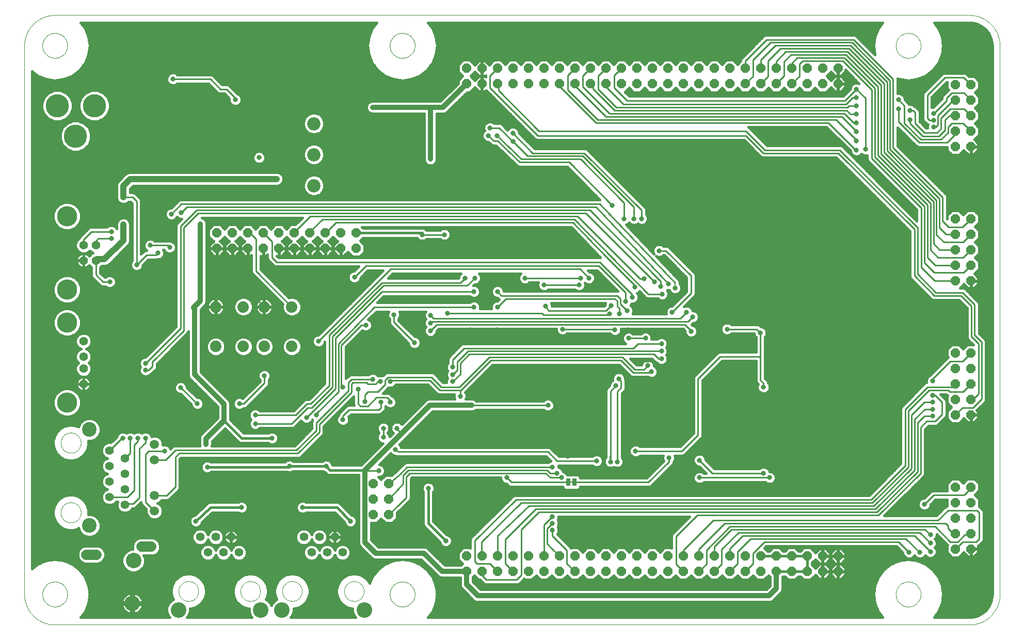
<source format=gbl>
G75*
%MOIN*%
%OFA0B0*%
%FSLAX24Y24*%
%IPPOS*%
%LPD*%
%AMOC8*
5,1,8,0,0,1.08239X$1,22.5*
%
%ADD10C,0.0000*%
%ADD11C,0.0554*%
%ADD12C,0.0945*%
%ADD13C,0.0594*%
%ADD14C,0.0740*%
%ADD15OC8,0.0594*%
%ADD16C,0.0080*%
%ADD17R,0.0250X0.0500*%
%ADD18C,0.1306*%
%ADD19C,0.0562*%
%ADD20C,0.1004*%
%ADD21C,0.1000*%
%ADD22C,0.0650*%
%ADD23OC8,0.0600*%
%ADD24C,0.0860*%
%ADD25C,0.1500*%
%ADD26C,0.0317*%
%ADD27C,0.0100*%
%ADD28C,0.0160*%
%ADD29C,0.0278*%
%ADD30C,0.0120*%
%ADD31C,0.0320*%
%ADD32C,0.0400*%
D10*
X020795Y017886D02*
X079850Y017886D01*
X079850Y017885D02*
X079936Y017887D01*
X080022Y017892D01*
X080107Y017902D01*
X080192Y017915D01*
X080276Y017932D01*
X080360Y017952D01*
X080442Y017976D01*
X080523Y018004D01*
X080604Y018035D01*
X080682Y018069D01*
X080759Y018107D01*
X080835Y018149D01*
X080908Y018193D01*
X080979Y018241D01*
X081049Y018292D01*
X081116Y018346D01*
X081180Y018402D01*
X081242Y018462D01*
X081302Y018524D01*
X081358Y018588D01*
X081412Y018655D01*
X081463Y018725D01*
X081511Y018796D01*
X081555Y018869D01*
X081597Y018945D01*
X081635Y019022D01*
X081669Y019100D01*
X081700Y019181D01*
X081728Y019262D01*
X081752Y019344D01*
X081772Y019428D01*
X081789Y019512D01*
X081802Y019597D01*
X081812Y019682D01*
X081817Y019768D01*
X081819Y019854D01*
X081819Y055287D01*
X081817Y055373D01*
X081812Y055459D01*
X081802Y055544D01*
X081789Y055629D01*
X081772Y055713D01*
X081752Y055797D01*
X081728Y055879D01*
X081700Y055960D01*
X081669Y056041D01*
X081635Y056119D01*
X081597Y056196D01*
X081555Y056272D01*
X081511Y056345D01*
X081463Y056416D01*
X081412Y056486D01*
X081358Y056553D01*
X081302Y056617D01*
X081242Y056679D01*
X081180Y056739D01*
X081116Y056795D01*
X081049Y056849D01*
X080979Y056900D01*
X080908Y056948D01*
X080835Y056992D01*
X080759Y057034D01*
X080682Y057072D01*
X080604Y057106D01*
X080523Y057137D01*
X080442Y057165D01*
X080360Y057189D01*
X080276Y057209D01*
X080192Y057226D01*
X080107Y057239D01*
X080022Y057249D01*
X079936Y057254D01*
X079850Y057256D01*
X020795Y057256D01*
X019988Y055287D02*
X019990Y055343D01*
X019996Y055399D01*
X020006Y055455D01*
X020019Y055509D01*
X020037Y055563D01*
X020058Y055615D01*
X020082Y055666D01*
X020111Y055715D01*
X020142Y055761D01*
X020177Y055806D01*
X020214Y055848D01*
X020255Y055887D01*
X020298Y055923D01*
X020344Y055956D01*
X020391Y055986D01*
X020441Y056012D01*
X020493Y056035D01*
X020546Y056055D01*
X020600Y056070D01*
X020655Y056082D01*
X020711Y056090D01*
X020767Y056094D01*
X020823Y056094D01*
X020879Y056090D01*
X020935Y056082D01*
X020990Y056070D01*
X021044Y056055D01*
X021097Y056035D01*
X021149Y056012D01*
X021198Y055986D01*
X021246Y055956D01*
X021292Y055923D01*
X021335Y055887D01*
X021376Y055848D01*
X021413Y055806D01*
X021448Y055761D01*
X021479Y055715D01*
X021508Y055666D01*
X021532Y055615D01*
X021553Y055563D01*
X021571Y055509D01*
X021584Y055455D01*
X021594Y055399D01*
X021600Y055343D01*
X021602Y055287D01*
X021600Y055231D01*
X021594Y055175D01*
X021584Y055119D01*
X021571Y055065D01*
X021553Y055011D01*
X021532Y054959D01*
X021508Y054908D01*
X021479Y054859D01*
X021448Y054813D01*
X021413Y054768D01*
X021376Y054726D01*
X021335Y054687D01*
X021292Y054651D01*
X021246Y054618D01*
X021199Y054588D01*
X021149Y054562D01*
X021097Y054539D01*
X021044Y054519D01*
X020990Y054504D01*
X020935Y054492D01*
X020879Y054484D01*
X020823Y054480D01*
X020767Y054480D01*
X020711Y054484D01*
X020655Y054492D01*
X020600Y054504D01*
X020546Y054519D01*
X020493Y054539D01*
X020441Y054562D01*
X020391Y054588D01*
X020344Y054618D01*
X020298Y054651D01*
X020255Y054687D01*
X020214Y054726D01*
X020177Y054768D01*
X020142Y054813D01*
X020111Y054859D01*
X020082Y054908D01*
X020058Y054959D01*
X020037Y055011D01*
X020019Y055065D01*
X020006Y055119D01*
X019996Y055175D01*
X019990Y055231D01*
X019988Y055287D01*
X018826Y055287D02*
X018828Y055373D01*
X018833Y055459D01*
X018843Y055544D01*
X018856Y055629D01*
X018873Y055713D01*
X018893Y055797D01*
X018917Y055879D01*
X018945Y055960D01*
X018976Y056041D01*
X019010Y056119D01*
X019048Y056196D01*
X019090Y056272D01*
X019134Y056345D01*
X019182Y056416D01*
X019233Y056486D01*
X019287Y056553D01*
X019343Y056617D01*
X019403Y056679D01*
X019465Y056739D01*
X019529Y056795D01*
X019596Y056849D01*
X019666Y056900D01*
X019737Y056948D01*
X019811Y056992D01*
X019886Y057034D01*
X019963Y057072D01*
X020041Y057106D01*
X020122Y057137D01*
X020203Y057165D01*
X020285Y057189D01*
X020369Y057209D01*
X020453Y057226D01*
X020538Y057239D01*
X020623Y057249D01*
X020709Y057254D01*
X020795Y057256D01*
X018827Y055287D02*
X018827Y019854D01*
X019988Y019854D02*
X019990Y019910D01*
X019996Y019966D01*
X020006Y020022D01*
X020019Y020076D01*
X020037Y020130D01*
X020058Y020182D01*
X020082Y020233D01*
X020111Y020282D01*
X020142Y020328D01*
X020177Y020373D01*
X020214Y020415D01*
X020255Y020454D01*
X020298Y020490D01*
X020344Y020523D01*
X020391Y020553D01*
X020441Y020579D01*
X020493Y020602D01*
X020546Y020622D01*
X020600Y020637D01*
X020655Y020649D01*
X020711Y020657D01*
X020767Y020661D01*
X020823Y020661D01*
X020879Y020657D01*
X020935Y020649D01*
X020990Y020637D01*
X021044Y020622D01*
X021097Y020602D01*
X021149Y020579D01*
X021198Y020553D01*
X021246Y020523D01*
X021292Y020490D01*
X021335Y020454D01*
X021376Y020415D01*
X021413Y020373D01*
X021448Y020328D01*
X021479Y020282D01*
X021508Y020233D01*
X021532Y020182D01*
X021553Y020130D01*
X021571Y020076D01*
X021584Y020022D01*
X021594Y019966D01*
X021600Y019910D01*
X021602Y019854D01*
X021600Y019798D01*
X021594Y019742D01*
X021584Y019686D01*
X021571Y019632D01*
X021553Y019578D01*
X021532Y019526D01*
X021508Y019475D01*
X021479Y019426D01*
X021448Y019380D01*
X021413Y019335D01*
X021376Y019293D01*
X021335Y019254D01*
X021292Y019218D01*
X021246Y019185D01*
X021199Y019155D01*
X021149Y019129D01*
X021097Y019106D01*
X021044Y019086D01*
X020990Y019071D01*
X020935Y019059D01*
X020879Y019051D01*
X020823Y019047D01*
X020767Y019047D01*
X020711Y019051D01*
X020655Y019059D01*
X020600Y019071D01*
X020546Y019086D01*
X020493Y019106D01*
X020441Y019129D01*
X020391Y019155D01*
X020344Y019185D01*
X020298Y019218D01*
X020255Y019254D01*
X020214Y019293D01*
X020177Y019335D01*
X020142Y019380D01*
X020111Y019426D01*
X020082Y019475D01*
X020058Y019526D01*
X020037Y019578D01*
X020019Y019632D01*
X020006Y019686D01*
X019996Y019742D01*
X019990Y019798D01*
X019988Y019854D01*
X018826Y019854D02*
X018828Y019768D01*
X018833Y019682D01*
X018843Y019597D01*
X018856Y019512D01*
X018873Y019428D01*
X018893Y019344D01*
X018917Y019262D01*
X018945Y019181D01*
X018976Y019100D01*
X019010Y019022D01*
X019048Y018945D01*
X019090Y018870D01*
X019134Y018796D01*
X019182Y018725D01*
X019233Y018655D01*
X019287Y018588D01*
X019343Y018524D01*
X019403Y018462D01*
X019465Y018402D01*
X019529Y018346D01*
X019596Y018292D01*
X019666Y018241D01*
X019737Y018193D01*
X019810Y018149D01*
X019886Y018107D01*
X019963Y018069D01*
X020041Y018035D01*
X020122Y018004D01*
X020203Y017976D01*
X020285Y017952D01*
X020369Y017932D01*
X020453Y017915D01*
X020538Y017902D01*
X020623Y017892D01*
X020709Y017887D01*
X020795Y017885D01*
X028785Y020051D02*
X028787Y020101D01*
X028793Y020151D01*
X028803Y020200D01*
X028816Y020249D01*
X028834Y020296D01*
X028855Y020342D01*
X028879Y020385D01*
X028907Y020427D01*
X028938Y020467D01*
X028972Y020504D01*
X029009Y020538D01*
X029049Y020569D01*
X029091Y020597D01*
X029134Y020621D01*
X029180Y020642D01*
X029227Y020660D01*
X029276Y020673D01*
X029325Y020683D01*
X029375Y020689D01*
X029425Y020691D01*
X029475Y020689D01*
X029525Y020683D01*
X029574Y020673D01*
X029623Y020660D01*
X029670Y020642D01*
X029716Y020621D01*
X029759Y020597D01*
X029801Y020569D01*
X029841Y020538D01*
X029878Y020504D01*
X029912Y020467D01*
X029943Y020427D01*
X029971Y020385D01*
X029995Y020342D01*
X030016Y020296D01*
X030034Y020249D01*
X030047Y020200D01*
X030057Y020151D01*
X030063Y020101D01*
X030065Y020051D01*
X030063Y020001D01*
X030057Y019951D01*
X030047Y019902D01*
X030034Y019853D01*
X030016Y019806D01*
X029995Y019760D01*
X029971Y019717D01*
X029943Y019675D01*
X029912Y019635D01*
X029878Y019598D01*
X029841Y019564D01*
X029801Y019533D01*
X029759Y019505D01*
X029716Y019481D01*
X029670Y019460D01*
X029623Y019442D01*
X029574Y019429D01*
X029525Y019419D01*
X029475Y019413D01*
X029425Y019411D01*
X029375Y019413D01*
X029325Y019419D01*
X029276Y019429D01*
X029227Y019442D01*
X029180Y019460D01*
X029134Y019481D01*
X029091Y019505D01*
X029049Y019533D01*
X029009Y019564D01*
X028972Y019598D01*
X028938Y019635D01*
X028907Y019675D01*
X028879Y019717D01*
X028855Y019760D01*
X028834Y019806D01*
X028816Y019853D01*
X028803Y019902D01*
X028793Y019951D01*
X028787Y020001D01*
X028785Y020051D01*
X032785Y020051D02*
X032787Y020101D01*
X032793Y020151D01*
X032803Y020200D01*
X032816Y020249D01*
X032834Y020296D01*
X032855Y020342D01*
X032879Y020385D01*
X032907Y020427D01*
X032938Y020467D01*
X032972Y020504D01*
X033009Y020538D01*
X033049Y020569D01*
X033091Y020597D01*
X033134Y020621D01*
X033180Y020642D01*
X033227Y020660D01*
X033276Y020673D01*
X033325Y020683D01*
X033375Y020689D01*
X033425Y020691D01*
X033475Y020689D01*
X033525Y020683D01*
X033574Y020673D01*
X033623Y020660D01*
X033670Y020642D01*
X033716Y020621D01*
X033759Y020597D01*
X033801Y020569D01*
X033841Y020538D01*
X033878Y020504D01*
X033912Y020467D01*
X033943Y020427D01*
X033971Y020385D01*
X033995Y020342D01*
X034016Y020296D01*
X034034Y020249D01*
X034047Y020200D01*
X034057Y020151D01*
X034063Y020101D01*
X034065Y020051D01*
X034063Y020001D01*
X034057Y019951D01*
X034047Y019902D01*
X034034Y019853D01*
X034016Y019806D01*
X033995Y019760D01*
X033971Y019717D01*
X033943Y019675D01*
X033912Y019635D01*
X033878Y019598D01*
X033841Y019564D01*
X033801Y019533D01*
X033759Y019505D01*
X033716Y019481D01*
X033670Y019460D01*
X033623Y019442D01*
X033574Y019429D01*
X033525Y019419D01*
X033475Y019413D01*
X033425Y019411D01*
X033375Y019413D01*
X033325Y019419D01*
X033276Y019429D01*
X033227Y019442D01*
X033180Y019460D01*
X033134Y019481D01*
X033091Y019505D01*
X033049Y019533D01*
X033009Y019564D01*
X032972Y019598D01*
X032938Y019635D01*
X032907Y019675D01*
X032879Y019717D01*
X032855Y019760D01*
X032834Y019806D01*
X032816Y019853D01*
X032803Y019902D01*
X032793Y019951D01*
X032787Y020001D01*
X032785Y020051D01*
X035478Y020051D02*
X035480Y020101D01*
X035486Y020151D01*
X035496Y020200D01*
X035509Y020249D01*
X035527Y020296D01*
X035548Y020342D01*
X035572Y020385D01*
X035600Y020427D01*
X035631Y020467D01*
X035665Y020504D01*
X035702Y020538D01*
X035742Y020569D01*
X035784Y020597D01*
X035827Y020621D01*
X035873Y020642D01*
X035920Y020660D01*
X035969Y020673D01*
X036018Y020683D01*
X036068Y020689D01*
X036118Y020691D01*
X036168Y020689D01*
X036218Y020683D01*
X036267Y020673D01*
X036316Y020660D01*
X036363Y020642D01*
X036409Y020621D01*
X036452Y020597D01*
X036494Y020569D01*
X036534Y020538D01*
X036571Y020504D01*
X036605Y020467D01*
X036636Y020427D01*
X036664Y020385D01*
X036688Y020342D01*
X036709Y020296D01*
X036727Y020249D01*
X036740Y020200D01*
X036750Y020151D01*
X036756Y020101D01*
X036758Y020051D01*
X036756Y020001D01*
X036750Y019951D01*
X036740Y019902D01*
X036727Y019853D01*
X036709Y019806D01*
X036688Y019760D01*
X036664Y019717D01*
X036636Y019675D01*
X036605Y019635D01*
X036571Y019598D01*
X036534Y019564D01*
X036494Y019533D01*
X036452Y019505D01*
X036409Y019481D01*
X036363Y019460D01*
X036316Y019442D01*
X036267Y019429D01*
X036218Y019419D01*
X036168Y019413D01*
X036118Y019411D01*
X036068Y019413D01*
X036018Y019419D01*
X035969Y019429D01*
X035920Y019442D01*
X035873Y019460D01*
X035827Y019481D01*
X035784Y019505D01*
X035742Y019533D01*
X035702Y019564D01*
X035665Y019598D01*
X035631Y019635D01*
X035600Y019675D01*
X035572Y019717D01*
X035548Y019760D01*
X035527Y019806D01*
X035509Y019853D01*
X035496Y019902D01*
X035486Y019951D01*
X035480Y020001D01*
X035478Y020051D01*
X039478Y020051D02*
X039480Y020101D01*
X039486Y020151D01*
X039496Y020200D01*
X039509Y020249D01*
X039527Y020296D01*
X039548Y020342D01*
X039572Y020385D01*
X039600Y020427D01*
X039631Y020467D01*
X039665Y020504D01*
X039702Y020538D01*
X039742Y020569D01*
X039784Y020597D01*
X039827Y020621D01*
X039873Y020642D01*
X039920Y020660D01*
X039969Y020673D01*
X040018Y020683D01*
X040068Y020689D01*
X040118Y020691D01*
X040168Y020689D01*
X040218Y020683D01*
X040267Y020673D01*
X040316Y020660D01*
X040363Y020642D01*
X040409Y020621D01*
X040452Y020597D01*
X040494Y020569D01*
X040534Y020538D01*
X040571Y020504D01*
X040605Y020467D01*
X040636Y020427D01*
X040664Y020385D01*
X040688Y020342D01*
X040709Y020296D01*
X040727Y020249D01*
X040740Y020200D01*
X040750Y020151D01*
X040756Y020101D01*
X040758Y020051D01*
X040756Y020001D01*
X040750Y019951D01*
X040740Y019902D01*
X040727Y019853D01*
X040709Y019806D01*
X040688Y019760D01*
X040664Y019717D01*
X040636Y019675D01*
X040605Y019635D01*
X040571Y019598D01*
X040534Y019564D01*
X040494Y019533D01*
X040452Y019505D01*
X040409Y019481D01*
X040363Y019460D01*
X040316Y019442D01*
X040267Y019429D01*
X040218Y019419D01*
X040168Y019413D01*
X040118Y019411D01*
X040068Y019413D01*
X040018Y019419D01*
X039969Y019429D01*
X039920Y019442D01*
X039873Y019460D01*
X039827Y019481D01*
X039784Y019505D01*
X039742Y019533D01*
X039702Y019564D01*
X039665Y019598D01*
X039631Y019635D01*
X039600Y019675D01*
X039572Y019717D01*
X039548Y019760D01*
X039527Y019806D01*
X039509Y019853D01*
X039496Y019902D01*
X039486Y019951D01*
X039480Y020001D01*
X039478Y020051D01*
X042429Y019854D02*
X042431Y019910D01*
X042437Y019966D01*
X042447Y020022D01*
X042460Y020076D01*
X042478Y020130D01*
X042499Y020182D01*
X042523Y020233D01*
X042552Y020282D01*
X042583Y020328D01*
X042618Y020373D01*
X042655Y020415D01*
X042696Y020454D01*
X042739Y020490D01*
X042785Y020523D01*
X042832Y020553D01*
X042882Y020579D01*
X042934Y020602D01*
X042987Y020622D01*
X043041Y020637D01*
X043096Y020649D01*
X043152Y020657D01*
X043208Y020661D01*
X043264Y020661D01*
X043320Y020657D01*
X043376Y020649D01*
X043431Y020637D01*
X043485Y020622D01*
X043538Y020602D01*
X043590Y020579D01*
X043639Y020553D01*
X043687Y020523D01*
X043733Y020490D01*
X043776Y020454D01*
X043817Y020415D01*
X043854Y020373D01*
X043889Y020328D01*
X043920Y020282D01*
X043949Y020233D01*
X043973Y020182D01*
X043994Y020130D01*
X044012Y020076D01*
X044025Y020022D01*
X044035Y019966D01*
X044041Y019910D01*
X044043Y019854D01*
X044041Y019798D01*
X044035Y019742D01*
X044025Y019686D01*
X044012Y019632D01*
X043994Y019578D01*
X043973Y019526D01*
X043949Y019475D01*
X043920Y019426D01*
X043889Y019380D01*
X043854Y019335D01*
X043817Y019293D01*
X043776Y019254D01*
X043733Y019218D01*
X043687Y019185D01*
X043640Y019155D01*
X043590Y019129D01*
X043538Y019106D01*
X043485Y019086D01*
X043431Y019071D01*
X043376Y019059D01*
X043320Y019051D01*
X043264Y019047D01*
X043208Y019047D01*
X043152Y019051D01*
X043096Y019059D01*
X043041Y019071D01*
X042987Y019086D01*
X042934Y019106D01*
X042882Y019129D01*
X042832Y019155D01*
X042785Y019185D01*
X042739Y019218D01*
X042696Y019254D01*
X042655Y019293D01*
X042618Y019335D01*
X042583Y019380D01*
X042552Y019426D01*
X042523Y019475D01*
X042499Y019526D01*
X042478Y019578D01*
X042460Y019632D01*
X042447Y019686D01*
X042437Y019742D01*
X042431Y019798D01*
X042429Y019854D01*
X021177Y025136D02*
X021179Y025186D01*
X021185Y025236D01*
X021195Y025286D01*
X021208Y025334D01*
X021225Y025382D01*
X021246Y025428D01*
X021270Y025472D01*
X021298Y025514D01*
X021329Y025554D01*
X021363Y025591D01*
X021400Y025626D01*
X021439Y025657D01*
X021480Y025686D01*
X021524Y025711D01*
X021570Y025733D01*
X021617Y025751D01*
X021665Y025765D01*
X021714Y025776D01*
X021764Y025783D01*
X021814Y025786D01*
X021865Y025785D01*
X021915Y025780D01*
X021965Y025771D01*
X022013Y025759D01*
X022061Y025742D01*
X022107Y025722D01*
X022152Y025699D01*
X022195Y025672D01*
X022235Y025642D01*
X022273Y025609D01*
X022308Y025573D01*
X022341Y025534D01*
X022370Y025493D01*
X022396Y025450D01*
X022419Y025405D01*
X022438Y025358D01*
X022453Y025310D01*
X022465Y025261D01*
X022473Y025211D01*
X022477Y025161D01*
X022477Y025111D01*
X022473Y025061D01*
X022465Y025011D01*
X022453Y024962D01*
X022438Y024914D01*
X022419Y024867D01*
X022396Y024822D01*
X022370Y024779D01*
X022341Y024738D01*
X022308Y024699D01*
X022273Y024663D01*
X022235Y024630D01*
X022195Y024600D01*
X022152Y024573D01*
X022107Y024550D01*
X022061Y024530D01*
X022013Y024513D01*
X021965Y024501D01*
X021915Y024492D01*
X021865Y024487D01*
X021814Y024486D01*
X021764Y024489D01*
X021714Y024496D01*
X021665Y024507D01*
X021617Y024521D01*
X021570Y024539D01*
X021524Y024561D01*
X021480Y024586D01*
X021439Y024615D01*
X021400Y024646D01*
X021363Y024681D01*
X021329Y024718D01*
X021298Y024758D01*
X021270Y024800D01*
X021246Y024844D01*
X021225Y024890D01*
X021208Y024938D01*
X021195Y024986D01*
X021185Y025036D01*
X021179Y025086D01*
X021177Y025136D01*
X021177Y029636D02*
X021179Y029686D01*
X021185Y029736D01*
X021195Y029786D01*
X021208Y029834D01*
X021225Y029882D01*
X021246Y029928D01*
X021270Y029972D01*
X021298Y030014D01*
X021329Y030054D01*
X021363Y030091D01*
X021400Y030126D01*
X021439Y030157D01*
X021480Y030186D01*
X021524Y030211D01*
X021570Y030233D01*
X021617Y030251D01*
X021665Y030265D01*
X021714Y030276D01*
X021764Y030283D01*
X021814Y030286D01*
X021865Y030285D01*
X021915Y030280D01*
X021965Y030271D01*
X022013Y030259D01*
X022061Y030242D01*
X022107Y030222D01*
X022152Y030199D01*
X022195Y030172D01*
X022235Y030142D01*
X022273Y030109D01*
X022308Y030073D01*
X022341Y030034D01*
X022370Y029993D01*
X022396Y029950D01*
X022419Y029905D01*
X022438Y029858D01*
X022453Y029810D01*
X022465Y029761D01*
X022473Y029711D01*
X022477Y029661D01*
X022477Y029611D01*
X022473Y029561D01*
X022465Y029511D01*
X022453Y029462D01*
X022438Y029414D01*
X022419Y029367D01*
X022396Y029322D01*
X022370Y029279D01*
X022341Y029238D01*
X022308Y029199D01*
X022273Y029163D01*
X022235Y029130D01*
X022195Y029100D01*
X022152Y029073D01*
X022107Y029050D01*
X022061Y029030D01*
X022013Y029013D01*
X021965Y029001D01*
X021915Y028992D01*
X021865Y028987D01*
X021814Y028986D01*
X021764Y028989D01*
X021714Y028996D01*
X021665Y029007D01*
X021617Y029021D01*
X021570Y029039D01*
X021524Y029061D01*
X021480Y029086D01*
X021439Y029115D01*
X021400Y029146D01*
X021363Y029181D01*
X021329Y029218D01*
X021298Y029258D01*
X021270Y029300D01*
X021246Y029344D01*
X021225Y029390D01*
X021208Y029438D01*
X021195Y029486D01*
X021185Y029536D01*
X021179Y029586D01*
X021177Y029636D01*
X042429Y055287D02*
X042431Y055343D01*
X042437Y055399D01*
X042447Y055455D01*
X042460Y055509D01*
X042478Y055563D01*
X042499Y055615D01*
X042523Y055666D01*
X042552Y055715D01*
X042583Y055761D01*
X042618Y055806D01*
X042655Y055848D01*
X042696Y055887D01*
X042739Y055923D01*
X042785Y055956D01*
X042832Y055986D01*
X042882Y056012D01*
X042934Y056035D01*
X042987Y056055D01*
X043041Y056070D01*
X043096Y056082D01*
X043152Y056090D01*
X043208Y056094D01*
X043264Y056094D01*
X043320Y056090D01*
X043376Y056082D01*
X043431Y056070D01*
X043485Y056055D01*
X043538Y056035D01*
X043590Y056012D01*
X043639Y055986D01*
X043687Y055956D01*
X043733Y055923D01*
X043776Y055887D01*
X043817Y055848D01*
X043854Y055806D01*
X043889Y055761D01*
X043920Y055715D01*
X043949Y055666D01*
X043973Y055615D01*
X043994Y055563D01*
X044012Y055509D01*
X044025Y055455D01*
X044035Y055399D01*
X044041Y055343D01*
X044043Y055287D01*
X044041Y055231D01*
X044035Y055175D01*
X044025Y055119D01*
X044012Y055065D01*
X043994Y055011D01*
X043973Y054959D01*
X043949Y054908D01*
X043920Y054859D01*
X043889Y054813D01*
X043854Y054768D01*
X043817Y054726D01*
X043776Y054687D01*
X043733Y054651D01*
X043687Y054618D01*
X043640Y054588D01*
X043590Y054562D01*
X043538Y054539D01*
X043485Y054519D01*
X043431Y054504D01*
X043376Y054492D01*
X043320Y054484D01*
X043264Y054480D01*
X043208Y054480D01*
X043152Y054484D01*
X043096Y054492D01*
X043041Y054504D01*
X042987Y054519D01*
X042934Y054539D01*
X042882Y054562D01*
X042832Y054588D01*
X042785Y054618D01*
X042739Y054651D01*
X042696Y054687D01*
X042655Y054726D01*
X042618Y054768D01*
X042583Y054813D01*
X042552Y054859D01*
X042523Y054908D01*
X042499Y054959D01*
X042478Y055011D01*
X042460Y055065D01*
X042447Y055119D01*
X042437Y055175D01*
X042431Y055231D01*
X042429Y055287D01*
X075106Y055287D02*
X075108Y055343D01*
X075114Y055399D01*
X075124Y055455D01*
X075137Y055509D01*
X075155Y055563D01*
X075176Y055615D01*
X075200Y055666D01*
X075229Y055715D01*
X075260Y055761D01*
X075295Y055806D01*
X075332Y055848D01*
X075373Y055887D01*
X075416Y055923D01*
X075462Y055956D01*
X075509Y055986D01*
X075559Y056012D01*
X075611Y056035D01*
X075664Y056055D01*
X075718Y056070D01*
X075773Y056082D01*
X075829Y056090D01*
X075885Y056094D01*
X075941Y056094D01*
X075997Y056090D01*
X076053Y056082D01*
X076108Y056070D01*
X076162Y056055D01*
X076215Y056035D01*
X076267Y056012D01*
X076316Y055986D01*
X076364Y055956D01*
X076410Y055923D01*
X076453Y055887D01*
X076494Y055848D01*
X076531Y055806D01*
X076566Y055761D01*
X076597Y055715D01*
X076626Y055666D01*
X076650Y055615D01*
X076671Y055563D01*
X076689Y055509D01*
X076702Y055455D01*
X076712Y055399D01*
X076718Y055343D01*
X076720Y055287D01*
X076718Y055231D01*
X076712Y055175D01*
X076702Y055119D01*
X076689Y055065D01*
X076671Y055011D01*
X076650Y054959D01*
X076626Y054908D01*
X076597Y054859D01*
X076566Y054813D01*
X076531Y054768D01*
X076494Y054726D01*
X076453Y054687D01*
X076410Y054651D01*
X076364Y054618D01*
X076317Y054588D01*
X076267Y054562D01*
X076215Y054539D01*
X076162Y054519D01*
X076108Y054504D01*
X076053Y054492D01*
X075997Y054484D01*
X075941Y054480D01*
X075885Y054480D01*
X075829Y054484D01*
X075773Y054492D01*
X075718Y054504D01*
X075664Y054519D01*
X075611Y054539D01*
X075559Y054562D01*
X075509Y054588D01*
X075462Y054618D01*
X075416Y054651D01*
X075373Y054687D01*
X075332Y054726D01*
X075295Y054768D01*
X075260Y054813D01*
X075229Y054859D01*
X075200Y054908D01*
X075176Y054959D01*
X075155Y055011D01*
X075137Y055065D01*
X075124Y055119D01*
X075114Y055175D01*
X075108Y055231D01*
X075106Y055287D01*
X075106Y019854D02*
X075108Y019910D01*
X075114Y019966D01*
X075124Y020022D01*
X075137Y020076D01*
X075155Y020130D01*
X075176Y020182D01*
X075200Y020233D01*
X075229Y020282D01*
X075260Y020328D01*
X075295Y020373D01*
X075332Y020415D01*
X075373Y020454D01*
X075416Y020490D01*
X075462Y020523D01*
X075509Y020553D01*
X075559Y020579D01*
X075611Y020602D01*
X075664Y020622D01*
X075718Y020637D01*
X075773Y020649D01*
X075829Y020657D01*
X075885Y020661D01*
X075941Y020661D01*
X075997Y020657D01*
X076053Y020649D01*
X076108Y020637D01*
X076162Y020622D01*
X076215Y020602D01*
X076267Y020579D01*
X076316Y020553D01*
X076364Y020523D01*
X076410Y020490D01*
X076453Y020454D01*
X076494Y020415D01*
X076531Y020373D01*
X076566Y020328D01*
X076597Y020282D01*
X076626Y020233D01*
X076650Y020182D01*
X076671Y020130D01*
X076689Y020076D01*
X076702Y020022D01*
X076712Y019966D01*
X076718Y019910D01*
X076720Y019854D01*
X076718Y019798D01*
X076712Y019742D01*
X076702Y019686D01*
X076689Y019632D01*
X076671Y019578D01*
X076650Y019526D01*
X076626Y019475D01*
X076597Y019426D01*
X076566Y019380D01*
X076531Y019335D01*
X076494Y019293D01*
X076453Y019254D01*
X076410Y019218D01*
X076364Y019185D01*
X076317Y019155D01*
X076267Y019129D01*
X076215Y019106D01*
X076162Y019086D01*
X076108Y019071D01*
X076053Y019059D01*
X075997Y019051D01*
X075941Y019047D01*
X075885Y019047D01*
X075829Y019051D01*
X075773Y019059D01*
X075718Y019071D01*
X075664Y019086D01*
X075611Y019106D01*
X075559Y019129D01*
X075509Y019155D01*
X075462Y019185D01*
X075416Y019218D01*
X075373Y019254D01*
X075332Y019293D01*
X075295Y019335D01*
X075260Y019380D01*
X075229Y019426D01*
X075200Y019475D01*
X075176Y019526D01*
X075155Y019578D01*
X075137Y019632D01*
X075124Y019686D01*
X075114Y019742D01*
X075108Y019798D01*
X075106Y019854D01*
D11*
X039368Y022551D03*
X038368Y022551D03*
X037368Y022551D03*
X036868Y023551D03*
X037868Y023551D03*
X038868Y023551D03*
X032675Y022551D03*
X031675Y022551D03*
X030675Y022551D03*
X030175Y023551D03*
X031175Y023551D03*
X032175Y023551D03*
X025327Y025636D03*
X025327Y026636D03*
X024327Y027136D03*
X024327Y028136D03*
X025327Y028636D03*
X025327Y027636D03*
X024327Y029136D03*
X024327Y026136D03*
D12*
X023028Y024285D03*
X023028Y030486D03*
D13*
X027228Y029537D03*
X027228Y028537D03*
X027228Y026234D03*
X027228Y025234D03*
D14*
X031187Y035856D03*
X032967Y035856D03*
X034312Y035856D03*
X036092Y035856D03*
X036092Y038416D03*
X034312Y038416D03*
X032967Y038416D03*
X031187Y038416D03*
D15*
X031256Y042189D03*
X032256Y042189D03*
X033256Y042189D03*
X034256Y042189D03*
X035256Y042189D03*
X036256Y042189D03*
X037256Y042189D03*
X038256Y042189D03*
X039256Y042189D03*
X040256Y042189D03*
X040256Y043189D03*
X039256Y043189D03*
X038256Y043189D03*
X037256Y043189D03*
X036256Y043189D03*
X035256Y043189D03*
X034256Y043189D03*
X033256Y043189D03*
X032256Y043189D03*
X031256Y043189D03*
X047378Y052819D03*
X047378Y053819D03*
X048378Y053819D03*
X049378Y053819D03*
X050378Y053819D03*
X051378Y053819D03*
X052378Y053819D03*
X053378Y053819D03*
X054378Y053819D03*
X055378Y053819D03*
X056378Y053819D03*
X057378Y053819D03*
X058378Y053819D03*
X059378Y053819D03*
X060378Y053819D03*
X061378Y053819D03*
X062378Y053819D03*
X063378Y053819D03*
X064378Y053819D03*
X065378Y053819D03*
X066378Y053819D03*
X067378Y053819D03*
X068378Y053819D03*
X069378Y053819D03*
X070378Y053819D03*
X071378Y053819D03*
X071378Y052819D03*
X070378Y052819D03*
X069378Y052819D03*
X068378Y052819D03*
X067378Y052819D03*
X066378Y052819D03*
X065378Y052819D03*
X064378Y052819D03*
X063378Y052819D03*
X062378Y052819D03*
X061378Y052819D03*
X060378Y052819D03*
X059378Y052819D03*
X058378Y052819D03*
X057378Y052819D03*
X056378Y052819D03*
X055378Y052819D03*
X054378Y052819D03*
X053378Y052819D03*
X052378Y052819D03*
X051378Y052819D03*
X050378Y052819D03*
X049378Y052819D03*
X048378Y052819D03*
X078957Y052760D03*
X079957Y052760D03*
X079957Y051760D03*
X079957Y050760D03*
X079957Y049760D03*
X078957Y049760D03*
X078957Y050760D03*
X078957Y051760D03*
X078957Y048760D03*
X079957Y048760D03*
X079957Y044098D03*
X079957Y043098D03*
X079957Y042098D03*
X078957Y042098D03*
X078957Y043098D03*
X078957Y044098D03*
X078957Y041098D03*
X078957Y040098D03*
X079957Y040098D03*
X079957Y041098D03*
X079957Y035437D03*
X079957Y034437D03*
X078957Y034437D03*
X078957Y035437D03*
X078957Y033437D03*
X079957Y033437D03*
X079957Y032437D03*
X079957Y031437D03*
X078957Y031437D03*
X078957Y032437D03*
X078957Y026776D03*
X079957Y026776D03*
X079957Y025776D03*
X078957Y025776D03*
X078957Y024776D03*
X079957Y024776D03*
X079957Y023776D03*
X078957Y023776D03*
X078957Y022776D03*
X079957Y022776D03*
X071378Y022323D03*
X070378Y022323D03*
X069378Y022323D03*
X068378Y022323D03*
X067378Y022323D03*
X066378Y022323D03*
X065378Y022323D03*
X064378Y022323D03*
X063378Y022323D03*
X062378Y022323D03*
X061378Y022323D03*
X060378Y022323D03*
X059378Y022323D03*
X058378Y022323D03*
X057378Y022323D03*
X056378Y022323D03*
X055378Y022323D03*
X054378Y022323D03*
X053378Y022323D03*
X052378Y022323D03*
X051378Y022323D03*
X050378Y022323D03*
X049378Y022323D03*
X048378Y022323D03*
X047378Y022323D03*
X047378Y021323D03*
X048378Y021323D03*
X049378Y021323D03*
X050378Y021323D03*
X051378Y021323D03*
X052378Y021323D03*
X053378Y021323D03*
X054378Y021323D03*
X055378Y021323D03*
X056378Y021323D03*
X057378Y021323D03*
X058378Y021323D03*
X059378Y021323D03*
X060378Y021323D03*
X061378Y021323D03*
X062378Y021323D03*
X063378Y021323D03*
X064378Y021323D03*
X065378Y021323D03*
X066378Y021323D03*
X067378Y021323D03*
X068378Y021323D03*
X069378Y021323D03*
X070378Y021323D03*
X071378Y021323D03*
D16*
X054311Y027089D02*
X054011Y027089D01*
X060854Y039638D02*
X060854Y039982D01*
D17*
X054361Y027089D03*
X053961Y027089D03*
D18*
X021583Y032228D03*
X021583Y037402D03*
X021583Y039531D03*
X021583Y044272D03*
D19*
X022650Y042394D03*
X023437Y042394D03*
X023437Y041409D03*
X022650Y041409D03*
X022646Y036193D03*
X022646Y035209D03*
X022646Y034421D03*
X022646Y033437D03*
D20*
X028768Y018850D03*
X034083Y018850D03*
X035461Y018850D03*
X040776Y018850D03*
D21*
X025874Y022020D03*
X025795Y019264D03*
D22*
X023482Y022413D02*
X022833Y022413D01*
X026376Y022925D02*
X027026Y022925D01*
D23*
X041358Y025006D03*
X042358Y025006D03*
X042358Y026006D03*
X041358Y026006D03*
X041358Y027006D03*
X042358Y027006D03*
D24*
X037528Y046250D03*
X037528Y048250D03*
X037528Y050250D03*
D25*
X023354Y051400D03*
X020953Y051400D03*
X022134Y049431D03*
D26*
X025274Y050366D03*
X025667Y049480D03*
X027193Y047906D03*
X030047Y048348D03*
X030047Y048988D03*
X032459Y051793D03*
X033541Y051547D03*
X029309Y054500D03*
X029309Y054992D03*
X029309Y055484D03*
X029309Y055976D03*
X029309Y056518D03*
X028423Y053122D03*
X025274Y052531D03*
X025274Y051646D03*
X025224Y045494D03*
X025224Y043722D03*
X024437Y043280D03*
X024437Y042837D03*
X024339Y040622D03*
X024339Y040031D03*
X026077Y041136D03*
X027452Y041886D03*
X026952Y042386D03*
X028202Y042261D03*
X027702Y040511D03*
X027439Y038260D03*
X026258Y037226D03*
X024043Y037226D03*
X024043Y035898D03*
X026652Y034766D03*
X026652Y034323D03*
X026652Y032748D03*
X025520Y031567D03*
X025667Y029943D03*
X025175Y029943D03*
X026159Y029943D03*
X026652Y029943D03*
X027882Y029106D03*
X028620Y029648D03*
X030539Y029549D03*
X030638Y028073D03*
X030589Y027187D03*
X031917Y026744D03*
X032852Y027187D03*
X032852Y025465D03*
X029900Y024579D03*
X031425Y020051D03*
X038118Y020051D03*
X039890Y024579D03*
X038610Y026744D03*
X038315Y028122D03*
X039890Y027433D03*
X041711Y027827D03*
X043335Y028516D03*
X042793Y029205D03*
X042006Y029992D03*
X042006Y030583D03*
X042449Y030583D03*
X042892Y030583D03*
X042449Y032256D03*
X041858Y032256D03*
X040825Y032305D03*
X040382Y033093D03*
X039398Y033240D03*
X041317Y033732D03*
X041809Y033585D03*
X042449Y033585D03*
X043778Y032748D03*
X045648Y032551D03*
X045992Y032059D03*
X046976Y032650D03*
X047715Y032059D03*
X049289Y031370D03*
X046484Y033585D03*
X046484Y034028D03*
X046484Y034520D03*
X045992Y035209D03*
X045844Y036833D03*
X045057Y036882D03*
X045057Y037374D03*
X045057Y037866D03*
X046140Y038014D03*
X044516Y038949D03*
X044516Y040425D03*
X047272Y040278D03*
X047911Y040278D03*
X047862Y039392D03*
X047862Y038407D03*
X049388Y038407D03*
X049388Y039392D03*
X051159Y040278D03*
X052390Y039835D03*
X052488Y038457D03*
X053915Y038555D03*
X054850Y038555D03*
X056622Y037965D03*
X056720Y038506D03*
X057262Y037965D03*
X057754Y038161D03*
X057656Y038752D03*
X058098Y039047D03*
X058246Y039687D03*
X058837Y040228D03*
X059526Y040031D03*
X059919Y039736D03*
X060018Y039244D03*
X060411Y039884D03*
X060854Y039638D03*
X060657Y038063D03*
X061593Y038063D03*
X061986Y037768D03*
X061888Y036833D03*
X060657Y036882D03*
X059969Y036045D03*
X059969Y035553D03*
X059969Y035061D03*
X059083Y034618D03*
X059329Y034224D03*
X058640Y034913D03*
X057213Y033781D03*
X057020Y033332D03*
X056179Y031665D03*
X058837Y030189D03*
X058295Y029106D03*
X057114Y028417D03*
X056671Y028417D03*
X055785Y028467D03*
X053915Y028762D03*
X052931Y028073D03*
X053226Y027679D03*
X053522Y027384D03*
X052390Y026547D03*
X052931Y024874D03*
X052931Y024431D03*
X052931Y023988D03*
X050569Y026547D03*
X049978Y027384D03*
X049339Y028614D03*
X046386Y028614D03*
X044516Y028516D03*
X044909Y026695D03*
X046386Y026695D03*
X046386Y026104D03*
X043335Y025268D03*
X046041Y023299D03*
X045894Y022315D03*
X045894Y020740D03*
X053374Y020346D03*
X060411Y020346D03*
X060411Y024283D03*
X059673Y026547D03*
X061445Y026547D03*
X062429Y026547D03*
X062429Y027384D03*
X062429Y028516D03*
X060461Y028663D03*
X057114Y026547D03*
X055343Y026547D03*
X052636Y032059D03*
X052636Y033093D03*
X049289Y033831D03*
X051061Y036587D03*
X049339Y036931D03*
X047616Y036931D03*
X044024Y036094D03*
X042990Y035406D03*
X040972Y035209D03*
X041120Y034421D03*
X040480Y036537D03*
X040874Y037226D03*
X042695Y037915D03*
X039742Y038850D03*
X038561Y038850D03*
X038561Y037915D03*
X037823Y036193D03*
X034329Y033978D03*
X032705Y032157D03*
X033738Y031961D03*
X033738Y031419D03*
X033738Y030878D03*
X034821Y029943D03*
X035313Y031961D03*
X037035Y031272D03*
X037675Y031419D03*
X039398Y031124D03*
X039102Y030287D03*
X035953Y028122D03*
X036789Y027138D03*
X036789Y025465D03*
X031720Y031075D03*
X029998Y032157D03*
X028915Y033191D03*
X023650Y031567D03*
X020008Y031272D03*
X020008Y028909D03*
X020008Y026941D03*
X020008Y024185D03*
X023551Y020642D03*
X037281Y033388D03*
X035707Y039687D03*
X035215Y040278D03*
X033640Y039785D03*
X029752Y038358D03*
X030195Y043772D03*
X028965Y044510D03*
X028325Y044411D03*
X027327Y043886D03*
X030047Y045593D03*
X031228Y045593D03*
X033984Y048053D03*
X035116Y046675D03*
X041317Y051301D03*
X042104Y053171D03*
X044762Y052974D03*
X044762Y052433D03*
X043827Y049579D03*
X043827Y048693D03*
X043827Y047758D03*
X045057Y047955D03*
X046091Y047463D03*
X044368Y045543D03*
X044516Y043083D03*
X044516Y042394D03*
X045943Y042443D03*
X045943Y043083D03*
X040136Y040327D03*
X038561Y040278D03*
X048797Y049480D03*
X048896Y049972D03*
X049339Y049480D03*
X050372Y049628D03*
X050372Y049087D03*
X052980Y048988D03*
X054752Y048988D03*
X055736Y048988D03*
X057508Y048988D03*
X058492Y048988D03*
X060264Y048988D03*
X061248Y048988D03*
X063020Y048988D03*
X064004Y048988D03*
X066760Y048988D03*
X068531Y048988D03*
X070106Y048988D03*
X070106Y047856D03*
X068531Y047856D03*
X071287Y048988D03*
X072567Y049136D03*
X072567Y049726D03*
X072567Y050317D03*
X072567Y050858D03*
X072567Y051400D03*
X072567Y051941D03*
X072567Y052482D03*
X075274Y051793D03*
X075274Y051203D03*
X076012Y051104D03*
X076012Y050514D03*
X076455Y051744D03*
X077734Y051744D03*
X077537Y050907D03*
X077537Y050465D03*
X077537Y050022D03*
X077488Y047512D03*
X077488Y046921D03*
X073157Y048594D03*
X072567Y048545D03*
X078276Y053909D03*
X066022Y043772D03*
X060854Y043772D03*
X059821Y042049D03*
X058984Y042591D03*
X058689Y044116D03*
X058197Y044116D03*
X057557Y044116D03*
X056770Y044953D03*
X053177Y042443D03*
X054752Y040278D03*
X054654Y039835D03*
X055293Y040278D03*
X053571Y036980D03*
X056967Y036931D03*
X057311Y036537D03*
X057852Y036390D03*
X057803Y036931D03*
X058935Y036390D03*
X059427Y036882D03*
X059378Y038063D03*
X064201Y036980D03*
X065037Y036094D03*
X066366Y036734D03*
X066366Y038703D03*
X064742Y038703D03*
X066563Y033240D03*
X066760Y030927D03*
X066563Y027679D03*
X066957Y027384D03*
X066957Y026547D03*
X065185Y026547D03*
X064201Y026547D03*
X060707Y031370D03*
X075077Y030583D03*
X075077Y030140D03*
X075077Y029697D03*
X077488Y029697D03*
X077488Y030140D03*
X077488Y030583D03*
X077488Y031370D03*
X077488Y031813D03*
X077488Y032256D03*
X077488Y032699D03*
X077488Y033634D03*
X077488Y038555D03*
X076947Y025661D03*
X077341Y023693D03*
X077341Y023152D03*
X077341Y022610D03*
X076652Y022561D03*
X075963Y022561D03*
X075077Y022561D03*
X078965Y021675D03*
X079949Y021675D03*
X052094Y045593D03*
X040480Y055287D03*
X039988Y055287D03*
X039496Y055287D03*
X039004Y055287D03*
X038512Y055287D03*
X038512Y054795D03*
X038512Y054352D03*
X020008Y039933D03*
X020008Y037571D03*
X020008Y035602D03*
X020008Y033634D03*
D27*
X020205Y033437D01*
X022646Y033437D01*
X023551Y033437D01*
X024043Y033929D01*
X024043Y035898D01*
X024043Y037226D01*
X026258Y037226D02*
X026848Y037226D01*
X027702Y038080D01*
X027702Y038309D01*
X027653Y038260D01*
X027439Y038260D01*
X027702Y038309D02*
X027702Y040511D01*
X028577Y041386D01*
X028577Y043636D01*
X028327Y043886D01*
X027327Y043886D01*
X027341Y043900D01*
X027341Y044707D01*
X028226Y045593D01*
X030047Y045593D01*
X029949Y044657D02*
X055343Y044657D01*
X059919Y040081D01*
X059919Y039736D01*
X059526Y040031D02*
X055096Y044461D01*
X030047Y044461D01*
X029112Y043526D01*
X029112Y036882D01*
X027094Y034864D01*
X027094Y034569D01*
X026848Y034323D01*
X026652Y034323D01*
X026652Y034766D02*
X028915Y037030D01*
X028915Y043624D01*
X029949Y044657D01*
X029309Y044854D02*
X055736Y044854D01*
X060411Y039884D01*
X060854Y039982D02*
X056622Y044411D01*
X055982Y045051D01*
X028965Y045051D01*
X028325Y044411D01*
X028965Y044510D02*
X029309Y044854D01*
X028077Y042386D02*
X026952Y042386D01*
X026702Y041761D02*
X026077Y041136D01*
X026077Y045232D01*
X025815Y045494D01*
X025224Y045494D01*
X024437Y043280D02*
X023157Y043280D01*
X022650Y042772D01*
X022650Y042394D01*
X023437Y042394D02*
X023437Y042673D01*
X023600Y042837D01*
X024437Y042837D01*
X023441Y041398D02*
X023441Y040486D01*
X023896Y040031D01*
X024339Y040031D01*
X024339Y040622D02*
X025077Y040622D01*
X025175Y040524D01*
X025175Y039195D01*
X024978Y038998D01*
X023699Y038998D01*
X022911Y039785D01*
X022911Y040622D01*
X020057Y039982D02*
X020057Y042344D01*
X020402Y042689D01*
X020402Y045445D01*
X022764Y047807D01*
X025421Y048496D02*
X026012Y047906D01*
X027193Y047906D01*
X029604Y047906D01*
X030047Y048348D01*
X025913Y048988D02*
X025667Y049234D01*
X025667Y049480D01*
X025274Y051646D02*
X025274Y052531D01*
X025615Y052191D01*
X026218Y052191D01*
X026209Y052876D02*
X026209Y054008D01*
X026701Y054500D01*
X029309Y054500D01*
X029309Y054992D02*
X029309Y055484D01*
X029309Y055976D02*
X029309Y056518D01*
X028423Y053122D02*
X030835Y053122D01*
X031474Y052482D01*
X031868Y052482D01*
X032459Y051892D01*
X032459Y051793D01*
X037281Y044264D02*
X054555Y044264D01*
X058591Y040228D01*
X058837Y040228D01*
X058246Y039785D02*
X058246Y039687D01*
X058246Y039785D02*
X056376Y041656D01*
X054260Y043870D01*
X038955Y043870D01*
X038274Y043189D01*
X038256Y043189D01*
X038069Y044067D02*
X037293Y043291D01*
X037293Y043226D01*
X037256Y043189D01*
X037256Y042189D02*
X036256Y042189D01*
X035256Y042189D01*
X034821Y042628D02*
X034821Y041606D01*
X035116Y041311D01*
X055982Y041311D01*
X058098Y039195D01*
X058098Y039047D01*
X057656Y038752D02*
X057656Y039343D01*
X055933Y041065D01*
X040874Y041065D01*
X040136Y040327D01*
X041907Y039982D02*
X046976Y039982D01*
X047272Y040278D01*
X047419Y039785D02*
X047911Y040278D01*
X047419Y039785D02*
X042006Y039785D01*
X038709Y036488D01*
X038709Y033240D01*
X037380Y031911D01*
X037134Y031911D01*
X036100Y030878D01*
X033738Y030878D01*
X033738Y031419D02*
X036346Y031419D01*
X037085Y032157D01*
X037331Y032157D01*
X038512Y033339D01*
X038512Y036587D01*
X041907Y039982D01*
X041907Y039392D02*
X038906Y036390D01*
X038906Y033142D01*
X037035Y031272D01*
X037675Y031419D02*
X037675Y031518D01*
X039102Y032945D01*
X039102Y036045D01*
X041415Y038407D01*
X047862Y038407D01*
X047862Y039392D02*
X041907Y039392D01*
X042498Y040868D02*
X054703Y040868D01*
X055293Y040278D01*
X054752Y040278D02*
X051159Y040278D01*
X052390Y039835D02*
X054654Y039835D01*
X056376Y038161D02*
X056720Y038506D01*
X057114Y038457D02*
X057262Y038309D01*
X057262Y037965D01*
X057114Y038457D02*
X057114Y038801D01*
X056967Y038949D01*
X049929Y038949D01*
X049388Y038407D01*
X049634Y039146D02*
X049388Y039392D01*
X049634Y039146D02*
X057114Y039146D01*
X057311Y038949D01*
X057311Y038604D01*
X057754Y038161D01*
X056622Y037965D02*
X056573Y037915D01*
X052341Y037915D01*
X052242Y038014D01*
X046140Y038014D01*
X045254Y037669D02*
X045057Y037866D01*
X045254Y037669D02*
X061199Y037669D01*
X061593Y038063D01*
X061986Y037768D02*
X061691Y037472D01*
X045156Y037472D01*
X045057Y037374D01*
X045451Y037276D02*
X045057Y036882D01*
X045451Y037276D02*
X061494Y037276D01*
X061888Y036882D01*
X061888Y036833D01*
X060953Y035898D02*
X059919Y036931D01*
X057803Y036931D01*
X057705Y036931D01*
X057311Y036537D01*
X056967Y036931D02*
X056917Y036980D01*
X053571Y036980D01*
X052685Y038161D02*
X052488Y038457D01*
X052685Y038161D02*
X056376Y038161D01*
X057852Y036390D02*
X058935Y036390D01*
X058443Y036045D02*
X058148Y035750D01*
X047222Y035750D01*
X046484Y035012D01*
X046484Y034520D01*
X046780Y034323D02*
X046780Y034864D01*
X047469Y035553D01*
X059969Y035553D01*
X059969Y035061D02*
X059772Y035061D01*
X059476Y035356D01*
X047567Y035356D01*
X046976Y034766D01*
X046976Y034077D01*
X046484Y033585D01*
X046484Y034028D02*
X046780Y034323D01*
X046927Y033240D02*
X045746Y033240D01*
X045106Y033880D01*
X042301Y033880D01*
X042104Y033683D01*
X042104Y033388D01*
X041661Y032945D01*
X041022Y032945D01*
X040825Y032748D01*
X040825Y032305D01*
X041022Y032010D02*
X041563Y032551D01*
X042252Y032551D01*
X042449Y032354D01*
X042449Y032256D01*
X041858Y032256D02*
X041858Y031911D01*
X041711Y031764D01*
X039791Y031764D01*
X039398Y031370D01*
X039398Y031124D01*
X040382Y032157D02*
X040530Y032010D01*
X041022Y032010D01*
X040382Y032157D02*
X040382Y033093D01*
X039939Y032896D02*
X037872Y030829D01*
X037872Y030337D01*
X036494Y028959D01*
X028817Y028959D01*
X028571Y028713D01*
X028571Y026793D01*
X028012Y026234D01*
X027228Y026234D01*
X026652Y025811D02*
X027228Y025234D01*
X026652Y025811D02*
X026652Y028909D01*
X026848Y029106D01*
X027882Y029106D01*
X027953Y028537D02*
X028571Y029156D01*
X036396Y029156D01*
X037675Y030435D01*
X037675Y030927D01*
X039742Y032994D01*
X039742Y033535D01*
X039939Y033732D01*
X041317Y033732D01*
X041514Y033437D02*
X041022Y033437D01*
X040923Y033535D01*
X040037Y033535D01*
X039939Y033437D01*
X039939Y032896D01*
X039398Y033240D02*
X039299Y033339D01*
X039299Y035947D01*
X040579Y037226D01*
X040874Y037226D01*
X042695Y037423D02*
X044024Y036094D01*
X042695Y037423D02*
X042695Y037915D01*
X040972Y035209D02*
X041120Y035012D01*
X041120Y034421D01*
X041661Y033585D02*
X041514Y033437D01*
X041661Y033585D02*
X041809Y033585D01*
X042449Y033585D02*
X042547Y033683D01*
X045008Y033683D01*
X045648Y033043D01*
X046976Y033043D01*
X046976Y032650D01*
X046976Y033043D02*
X047026Y033043D01*
X048945Y034963D01*
X057360Y034963D01*
X058148Y034175D01*
X059280Y034175D01*
X059329Y034224D01*
X059083Y034618D02*
X058837Y034372D01*
X058246Y034372D01*
X057459Y035159D01*
X048846Y035159D01*
X046927Y033240D01*
X045648Y032551D02*
X043915Y032551D01*
X042449Y031085D01*
X042449Y030583D01*
X042892Y030583D02*
X042892Y030533D01*
X043187Y030238D01*
X042793Y029205D02*
X042941Y029057D01*
X052636Y029057D01*
X053226Y028467D01*
X055785Y028467D01*
X056671Y028417D02*
X056665Y028805D01*
X056671Y028417D02*
X056671Y032983D01*
X057020Y033332D01*
X057360Y033191D02*
X057360Y033634D01*
X057213Y033781D01*
X057360Y033191D02*
X057114Y032945D01*
X057114Y028417D01*
X058295Y029106D02*
X061297Y029106D01*
X062331Y030140D01*
X062331Y033781D01*
X063758Y035209D01*
X066268Y035209D01*
X066366Y035110D01*
X066366Y033683D01*
X066563Y033486D01*
X066563Y033240D01*
X066366Y035110D02*
X066366Y036734D01*
X066120Y036980D01*
X064201Y036980D01*
X065037Y036094D02*
X064841Y035898D01*
X060953Y035898D01*
X060953Y031616D01*
X060707Y031370D01*
X059722Y032354D01*
X059722Y034766D01*
X059575Y034913D01*
X058640Y034913D01*
X058443Y036045D02*
X059969Y036045D01*
X060657Y038063D02*
X061888Y039293D01*
X061888Y040425D01*
X060264Y042049D01*
X059821Y042049D01*
X060854Y043772D02*
X060854Y048594D01*
X061248Y048988D01*
X060264Y048988D01*
X061248Y048988D02*
X063020Y048988D01*
X064004Y048988D01*
X065431Y049480D02*
X066563Y048348D01*
X071386Y048348D01*
X076307Y043427D01*
X076307Y040425D01*
X077587Y039146D01*
X079309Y039146D01*
X079998Y038457D01*
X079998Y036488D01*
X080441Y036045D01*
X080441Y032797D01*
X080081Y032437D01*
X079957Y032437D01*
X080096Y031911D02*
X079407Y031911D01*
X078957Y031461D01*
X078957Y031437D01*
X078079Y031469D02*
X077636Y031026D01*
X077094Y031026D01*
X076701Y030632D01*
X076701Y027679D01*
X073994Y024972D01*
X062281Y024972D01*
X060904Y023594D01*
X060904Y021797D01*
X061378Y021323D01*
X062378Y021323D02*
X062872Y021817D01*
X062872Y022709D01*
X064398Y024234D01*
X077636Y024234D01*
X078620Y023250D01*
X079112Y023250D01*
X079555Y023693D01*
X079874Y023693D01*
X079957Y023776D01*
X080293Y023250D02*
X079431Y023250D01*
X078957Y022776D01*
X080293Y023250D02*
X080490Y023447D01*
X080490Y025120D01*
X080343Y025268D01*
X078472Y025268D01*
X077833Y024628D01*
X063315Y024628D01*
X061378Y022691D01*
X061378Y022323D01*
X062378Y022323D02*
X062378Y022756D01*
X064053Y024431D01*
X078325Y024431D01*
X078472Y024283D01*
X078472Y024087D01*
X078833Y023776D01*
X078957Y023776D01*
X077341Y023693D02*
X076996Y024037D01*
X064496Y024037D01*
X063378Y022919D01*
X063378Y022323D01*
X063856Y022758D02*
X063856Y021801D01*
X063378Y021323D01*
X064378Y021323D02*
X064890Y021835D01*
X064890Y022610D01*
X065726Y023447D01*
X075766Y023447D01*
X076652Y022561D01*
X075963Y022561D02*
X075274Y023250D01*
X066612Y023250D01*
X065874Y022512D01*
X065874Y021819D01*
X065378Y021323D01*
X064378Y022323D02*
X064378Y022787D01*
X065234Y023644D01*
X076307Y023644D01*
X077341Y022610D01*
X077341Y023152D02*
X076652Y023841D01*
X064939Y023841D01*
X063856Y022758D01*
X064201Y026547D02*
X062429Y026547D01*
X062429Y027384D02*
X066957Y027384D01*
X066563Y027679D02*
X063266Y027679D01*
X062429Y028516D01*
X060461Y028417D02*
X059132Y027089D01*
X054361Y027089D01*
X053961Y027089D02*
X050274Y027089D01*
X049978Y027384D01*
X050569Y026547D02*
X052390Y026547D01*
X052783Y027384D02*
X053522Y027384D01*
X053226Y027679D02*
X052783Y027679D01*
X052587Y027876D01*
X043630Y027876D01*
X043285Y027531D01*
X043285Y026990D01*
X042941Y026646D01*
X042358Y026006D01*
X043024Y025646D02*
X043482Y026104D01*
X043482Y027433D01*
X043728Y027679D01*
X052488Y027679D01*
X052783Y027384D01*
X052931Y028073D02*
X043531Y028073D01*
X043104Y027646D01*
X042358Y027006D01*
X041711Y027827D02*
X040874Y027827D01*
X040825Y027778D01*
X042006Y029992D02*
X042006Y030583D01*
X047715Y032059D02*
X052636Y032059D01*
X053226Y031715D02*
X053226Y032846D01*
X052980Y033093D01*
X052636Y033093D01*
X053226Y031715D02*
X053276Y031665D01*
X056179Y031665D01*
X053226Y031715D02*
X053226Y029451D01*
X053915Y028762D01*
X055343Y026547D02*
X057114Y026547D01*
X059673Y026547D02*
X061445Y026547D01*
X060461Y028417D02*
X060461Y028663D01*
X060510Y030189D02*
X058837Y030189D01*
X060510Y030189D02*
X060707Y030386D01*
X060707Y031370D01*
X065185Y026547D02*
X066957Y026547D01*
X073502Y025957D02*
X075717Y028171D01*
X075717Y031813D01*
X077144Y033240D01*
X078760Y033240D01*
X078957Y033437D01*
X078472Y033043D02*
X077242Y033043D01*
X075913Y031715D01*
X075913Y028073D01*
X073600Y025760D01*
X050913Y025760D01*
X048404Y023299D01*
X048354Y023250D01*
X048354Y022346D01*
X048378Y022323D01*
X047911Y021970D02*
X048059Y021823D01*
X048878Y021823D01*
X049378Y021323D01*
X049880Y021821D02*
X050378Y021323D01*
X050618Y020789D02*
X048650Y020789D01*
X048378Y021061D01*
X048378Y021323D01*
X047911Y021970D02*
X047911Y023348D01*
X050569Y025957D01*
X073502Y025957D01*
X073699Y025563D02*
X076110Y027974D01*
X076110Y031419D01*
X076947Y032256D01*
X077488Y032256D01*
X077488Y032699D02*
X077636Y032699D01*
X078079Y032256D01*
X078079Y031469D01*
X077488Y031370D02*
X076947Y031370D01*
X076504Y030927D01*
X076504Y027778D01*
X073896Y025169D01*
X052045Y025169D01*
X050913Y024037D01*
X050913Y021085D01*
X050618Y020789D01*
X049880Y021821D02*
X049880Y023398D01*
X051848Y025366D01*
X073797Y025366D01*
X076307Y027876D01*
X076307Y031173D01*
X076996Y031813D01*
X077488Y031813D01*
X078571Y032945D02*
X078472Y033043D01*
X078571Y032945D02*
X079465Y032945D01*
X079957Y033437D01*
X080638Y032453D02*
X080638Y036144D01*
X080195Y036587D01*
X080195Y038555D01*
X079407Y039343D01*
X077685Y039343D01*
X076504Y040524D01*
X076504Y043526D01*
X071484Y048545D01*
X066661Y048545D01*
X065431Y049776D01*
X052045Y049776D01*
X049437Y052384D01*
X049437Y052760D01*
X049378Y052819D01*
X048896Y052581D02*
X048896Y053337D01*
X049378Y053819D01*
X048896Y052581D02*
X051996Y049480D01*
X065431Y049480D01*
X068531Y048988D02*
X070106Y048988D01*
X070746Y050317D02*
X055736Y050317D01*
X053448Y052605D01*
X053448Y052749D01*
X053378Y052819D01*
X053915Y052433D02*
X053915Y053356D01*
X054378Y053819D01*
X054900Y053341D02*
X055378Y053819D01*
X054900Y053341D02*
X054900Y052630D01*
X056622Y050907D01*
X071780Y050907D01*
X072370Y050317D01*
X072567Y050317D01*
X072567Y050858D02*
X072173Y050858D01*
X071927Y051104D01*
X056967Y051104D01*
X055564Y052507D01*
X055564Y052633D01*
X055378Y052819D01*
X055884Y052482D02*
X055884Y053325D01*
X056378Y053819D01*
X056917Y053358D02*
X057378Y053819D01*
X056917Y053358D02*
X056917Y052581D01*
X057754Y051744D01*
X071829Y051744D01*
X072567Y052482D01*
X073157Y051892D01*
X073157Y048594D01*
X072567Y048545D02*
X072518Y048545D01*
X070746Y050317D01*
X071238Y050514D02*
X055835Y050514D01*
X053915Y052433D01*
X054457Y052630D02*
X054457Y052740D01*
X054378Y052819D01*
X054457Y052630D02*
X056376Y050711D01*
X071632Y050711D01*
X072567Y049776D01*
X072567Y049726D01*
X072567Y049185D02*
X071238Y050514D01*
X071976Y051301D02*
X057065Y051301D01*
X055884Y052482D01*
X056378Y052628D02*
X057508Y051498D01*
X071878Y051498D01*
X072321Y051941D01*
X072567Y051941D01*
X072567Y051400D02*
X072075Y051400D01*
X071976Y051301D01*
X073551Y052433D02*
X071681Y054303D01*
X069073Y054303D01*
X068876Y054106D01*
X068876Y053317D01*
X068378Y052819D01*
X067892Y053333D02*
X067378Y052819D01*
X066858Y053299D02*
X066378Y052819D01*
X066858Y053299D02*
X066858Y054303D01*
X067646Y055091D01*
X072075Y055091D01*
X074339Y052827D01*
X074339Y048398D01*
X077537Y045199D01*
X077537Y042492D01*
X077931Y042098D01*
X078957Y042098D01*
X079449Y042591D02*
X079957Y043098D01*
X079433Y043575D02*
X079957Y044098D01*
X079433Y043575D02*
X078522Y043575D01*
X078128Y043969D01*
X078128Y045494D01*
X074929Y048693D01*
X074929Y053122D01*
X072370Y055681D01*
X066760Y055681D01*
X065378Y054299D01*
X065378Y053819D01*
X065874Y053315D02*
X065378Y052819D01*
X065874Y053315D02*
X065874Y054352D01*
X067006Y055484D01*
X072272Y055484D01*
X074732Y053024D01*
X074732Y048594D01*
X077931Y045396D01*
X077931Y043526D01*
X078358Y043098D01*
X078957Y043098D01*
X079449Y042591D02*
X078226Y042591D01*
X077734Y043083D01*
X077734Y045297D01*
X074535Y048496D01*
X074535Y052925D01*
X072173Y055287D01*
X067301Y055287D01*
X066378Y054364D01*
X066378Y053819D01*
X067378Y053819D02*
X067378Y054281D01*
X067990Y054894D01*
X071976Y054894D01*
X074142Y052728D01*
X074142Y048299D01*
X077341Y045100D01*
X077341Y042098D01*
X077833Y041606D01*
X079465Y041606D01*
X079957Y042098D01*
X079957Y041098D02*
X079480Y040622D01*
X077587Y040622D01*
X076947Y041262D01*
X076947Y044904D01*
X073748Y048102D01*
X073748Y052531D01*
X071780Y054500D01*
X068728Y054500D01*
X068378Y054150D01*
X068378Y053819D01*
X067892Y054254D02*
X067892Y053333D01*
X067892Y054254D02*
X068335Y054697D01*
X071878Y054697D01*
X073945Y052630D01*
X073945Y048201D01*
X077144Y045002D01*
X077144Y041606D01*
X077652Y041098D01*
X078957Y041098D01*
X078957Y040098D02*
X077618Y040098D01*
X076750Y040967D01*
X076750Y044805D01*
X073551Y048004D01*
X073551Y052433D01*
X075274Y051793D02*
X075667Y051400D01*
X075667Y050268D01*
X076701Y049234D01*
X078030Y049234D01*
X078472Y049677D01*
X078472Y050022D01*
X078719Y050268D01*
X079449Y050268D01*
X079957Y049760D01*
X079957Y050760D02*
X079514Y051203D01*
X078620Y051203D01*
X078030Y050612D01*
X078030Y049923D01*
X077783Y049677D01*
X076947Y049677D01*
X076356Y050268D01*
X076356Y050957D01*
X076209Y051104D01*
X076012Y051104D01*
X076012Y050514D02*
X076012Y050268D01*
X076848Y049431D01*
X077882Y049431D01*
X078276Y049825D01*
X078276Y050514D01*
X078571Y050760D01*
X078957Y050760D01*
X078957Y051760D02*
X078833Y051760D01*
X077833Y050760D01*
X077833Y050169D01*
X077685Y050022D01*
X077537Y050022D01*
X077537Y050465D02*
X077291Y050465D01*
X077144Y050612D01*
X077144Y052089D01*
X078276Y053220D01*
X079482Y053220D01*
X079957Y052760D01*
X079506Y052236D02*
X078719Y052236D01*
X078374Y051892D01*
X078374Y051744D01*
X077537Y050907D01*
X078957Y049760D02*
X078957Y049571D01*
X078423Y049037D01*
X076602Y049037D01*
X075274Y050366D01*
X075274Y051203D01*
X072567Y049185D02*
X072567Y049136D01*
X079506Y052236D02*
X079957Y051760D01*
X066022Y043772D02*
X060854Y043772D01*
X058689Y044116D02*
X058689Y044657D01*
X054998Y048348D01*
X051652Y048348D01*
X050372Y049628D01*
X050372Y049087D02*
X049486Y049972D01*
X048896Y049972D01*
X048797Y049480D02*
X049142Y049136D01*
X049388Y049136D01*
X050815Y047758D01*
X054014Y047758D01*
X056770Y044953D01*
X057557Y045150D02*
X057557Y044116D01*
X058197Y044116D02*
X058197Y044854D01*
X054900Y048152D01*
X051307Y048152D01*
X050372Y049087D01*
X049339Y049480D02*
X050913Y047955D01*
X054752Y047955D01*
X057557Y045150D01*
X054358Y044067D02*
X038069Y044067D01*
X037281Y044264D02*
X036256Y043238D01*
X036256Y043189D01*
X037256Y042189D02*
X038256Y042189D01*
X039256Y042189D01*
X042498Y040868D02*
X037823Y036193D01*
X036593Y037325D02*
X034772Y037325D01*
X034329Y037768D01*
X034329Y038399D01*
X034312Y038416D01*
X033640Y039088D01*
X033640Y039785D01*
X033197Y039785D01*
X033256Y039844D01*
X033256Y042189D01*
X032256Y042189D01*
X031256Y042189D01*
X033256Y043189D02*
X033272Y043205D01*
X033370Y043205D01*
X033787Y042787D01*
X033787Y040720D01*
X036092Y038416D01*
X036937Y038949D02*
X036937Y037669D01*
X036593Y037325D01*
X036937Y038949D02*
X036199Y039687D01*
X035707Y039687D01*
X035215Y040278D02*
X035215Y040524D01*
X034280Y041459D01*
X034280Y042165D01*
X034256Y042189D01*
X034768Y042677D02*
X034256Y043189D01*
X034768Y042677D02*
X034821Y042628D01*
X033197Y039785D02*
X033098Y039785D01*
X031729Y038416D01*
X031187Y038416D01*
X027452Y041886D02*
X027327Y041761D01*
X026702Y041761D01*
X028077Y042386D02*
X028202Y042261D01*
X020057Y039982D02*
X020008Y039933D01*
X020008Y037571D02*
X020008Y035602D01*
X020008Y033634D02*
X020008Y031272D01*
X020008Y028909D02*
X020008Y026941D01*
X020008Y024185D02*
X020008Y023791D01*
X020795Y023004D01*
X021189Y023004D01*
X023551Y020642D01*
X025327Y025636D02*
X025377Y025686D01*
X025840Y025686D01*
X026258Y026104D01*
X026258Y029254D01*
X026652Y029648D01*
X026652Y029943D01*
X026159Y029943D02*
X026159Y029746D01*
X025913Y029500D01*
X025913Y026579D01*
X025470Y026136D01*
X024327Y026136D01*
X025327Y028636D02*
X025667Y028976D01*
X025667Y029943D01*
X025175Y029943D02*
X025134Y029943D01*
X024327Y029136D01*
X023650Y031567D02*
X025520Y031567D01*
X027228Y028537D02*
X027953Y028537D01*
X029998Y032157D02*
X028915Y033191D01*
X032705Y032157D02*
X033000Y032157D01*
X034329Y033486D01*
X034329Y033978D01*
X035953Y028122D02*
X035904Y028073D01*
X042358Y025006D02*
X043024Y025646D01*
X049388Y023644D02*
X049388Y022333D01*
X049378Y022323D01*
X049388Y023644D02*
X051406Y025563D01*
X073699Y025563D01*
X076947Y025661D02*
X077537Y026252D01*
X079506Y026252D01*
X079957Y026703D01*
X079957Y026776D01*
X080096Y031911D02*
X080638Y032453D01*
X079433Y034913D02*
X079957Y035437D01*
X079433Y034913D02*
X078620Y034913D01*
X077488Y033781D01*
X077488Y033634D01*
X060018Y039244D02*
X059132Y039244D01*
X054358Y044067D01*
X054752Y048988D02*
X055736Y048988D01*
X057508Y048988D02*
X058492Y048988D01*
X056378Y052628D02*
X056378Y052819D01*
X046091Y047463D02*
X046091Y046085D01*
X045549Y045543D01*
X044368Y045543D01*
X044516Y043083D02*
X045943Y043083D01*
X045844Y036833D02*
X045992Y036685D01*
X045992Y035209D01*
X052931Y024874D02*
X052390Y024333D01*
X052390Y022335D01*
X052378Y022323D01*
X052931Y022770D02*
X052636Y023053D01*
X052587Y023102D01*
X052587Y024087D01*
X052931Y024431D01*
X052931Y023988D02*
X052931Y023644D01*
X053866Y022709D01*
X053866Y021835D01*
X054378Y021323D01*
X053378Y022323D02*
X052931Y022770D01*
D28*
X053552Y023433D02*
X060614Y023433D01*
X060614Y023275D02*
X053710Y023275D01*
X053869Y023116D02*
X060614Y023116D01*
X060614Y022958D02*
X054027Y022958D01*
X054030Y022955D02*
X053246Y023739D01*
X053269Y023762D01*
X053330Y023909D01*
X053330Y024068D01*
X053271Y024210D01*
X053330Y024352D01*
X053330Y024510D01*
X053271Y024653D01*
X053330Y024795D01*
X053330Y024879D01*
X061778Y024879D01*
X060739Y023840D01*
X060658Y023759D01*
X060614Y023652D01*
X060614Y022846D01*
X060600Y022860D01*
X060156Y022860D01*
X059878Y022582D01*
X059600Y022860D01*
X059156Y022860D01*
X058878Y022582D01*
X058600Y022860D01*
X058156Y022860D01*
X057878Y022582D01*
X057600Y022860D01*
X057156Y022860D01*
X056878Y022582D01*
X056600Y022860D01*
X056156Y022860D01*
X055878Y022582D01*
X055600Y022860D01*
X055156Y022860D01*
X054878Y022582D01*
X054600Y022860D01*
X054156Y022860D01*
X054129Y022833D01*
X054112Y022873D01*
X054030Y022955D01*
X054661Y022799D02*
X055095Y022799D01*
X054937Y022641D02*
X054819Y022641D01*
X055661Y022799D02*
X056095Y022799D01*
X055937Y022641D02*
X055819Y022641D01*
X056661Y022799D02*
X057095Y022799D01*
X056937Y022641D02*
X056819Y022641D01*
X057661Y022799D02*
X058095Y022799D01*
X057937Y022641D02*
X057819Y022641D01*
X058661Y022799D02*
X059095Y022799D01*
X058937Y022641D02*
X058819Y022641D01*
X059661Y022799D02*
X060095Y022799D01*
X059937Y022641D02*
X059819Y022641D01*
X060614Y023592D02*
X053393Y023592D01*
X053257Y023750D02*
X060654Y023750D01*
X060808Y023909D02*
X053330Y023909D01*
X053330Y024067D02*
X060966Y024067D01*
X061125Y024226D02*
X053278Y024226D01*
X053330Y024384D02*
X061283Y024384D01*
X061442Y024543D02*
X053316Y024543D01*
X053291Y024701D02*
X061600Y024701D01*
X061759Y024860D02*
X053330Y024860D01*
X053789Y026599D02*
X054134Y026599D01*
X054161Y026610D01*
X054189Y026599D01*
X054534Y026599D01*
X054622Y026635D01*
X054690Y026703D01*
X054726Y026791D01*
X054726Y026799D01*
X059190Y026799D01*
X059296Y026843D01*
X059378Y026924D01*
X060706Y028253D01*
X060751Y028360D01*
X060751Y028389D01*
X060799Y028438D01*
X060859Y028584D01*
X060859Y028743D01*
X060829Y028816D01*
X061355Y028816D01*
X061462Y028860D01*
X062495Y029894D01*
X062577Y029975D01*
X062621Y030082D01*
X062621Y033661D01*
X063878Y034919D01*
X066076Y034919D01*
X066076Y033625D01*
X066120Y033519D01*
X066210Y033429D01*
X066164Y033319D01*
X066164Y033161D01*
X066225Y033014D01*
X066337Y032902D01*
X066484Y032841D01*
X066642Y032841D01*
X066789Y032902D01*
X066901Y033014D01*
X066962Y033161D01*
X066962Y033319D01*
X066901Y033466D01*
X066853Y033514D01*
X066853Y033544D01*
X066809Y033650D01*
X066727Y033732D01*
X066656Y033803D01*
X066656Y036460D01*
X066704Y036508D01*
X066765Y036655D01*
X066765Y036814D01*
X066704Y036960D01*
X066592Y037072D01*
X066445Y037133D01*
X066378Y037133D01*
X066284Y037226D01*
X066178Y037270D01*
X064475Y037270D01*
X064427Y037318D01*
X064280Y037379D01*
X064121Y037379D01*
X063975Y037318D01*
X063863Y037206D01*
X063802Y037060D01*
X063802Y036901D01*
X063863Y036754D01*
X063975Y036642D01*
X064121Y036582D01*
X064280Y036582D01*
X064427Y036642D01*
X064475Y036690D01*
X065967Y036690D01*
X065967Y036655D01*
X066028Y036508D01*
X066076Y036460D01*
X066076Y035499D01*
X063700Y035499D01*
X063594Y035455D01*
X063512Y035373D01*
X062085Y033946D01*
X062041Y033839D01*
X062041Y030260D01*
X061177Y029396D01*
X058569Y029396D01*
X058521Y029444D01*
X058375Y029505D01*
X058216Y029505D01*
X058069Y029444D01*
X057957Y029332D01*
X057897Y029186D01*
X057897Y029027D01*
X057957Y028880D01*
X058069Y028768D01*
X058216Y028708D01*
X058375Y028708D01*
X058521Y028768D01*
X058569Y028816D01*
X060092Y028816D01*
X060062Y028743D01*
X060062Y028584D01*
X060107Y028474D01*
X059012Y027379D01*
X054726Y027379D01*
X054726Y027386D01*
X054690Y027475D01*
X054622Y027542D01*
X054534Y027579D01*
X054189Y027579D01*
X054161Y027567D01*
X054134Y027579D01*
X053873Y027579D01*
X053860Y027610D01*
X053748Y027722D01*
X053618Y027776D01*
X053564Y027905D01*
X053452Y028017D01*
X053330Y028068D01*
X053330Y028152D01*
X053320Y028177D01*
X055512Y028177D01*
X055560Y028129D01*
X055706Y028068D01*
X055865Y028068D01*
X056011Y028129D01*
X056123Y028241D01*
X056184Y028387D01*
X056184Y028546D01*
X056123Y028692D01*
X056011Y028805D01*
X055865Y028865D01*
X055706Y028865D01*
X055560Y028805D01*
X055512Y028757D01*
X053346Y028757D01*
X052800Y029303D01*
X052694Y029347D01*
X043166Y029347D01*
X043131Y029431D01*
X043038Y029524D01*
X043526Y030012D01*
X045174Y031659D01*
X047794Y031659D01*
X047941Y031720D01*
X047990Y031769D01*
X052362Y031769D01*
X052410Y031721D01*
X052557Y031660D01*
X052715Y031660D01*
X052862Y031721D01*
X052974Y031833D01*
X053035Y031980D01*
X053035Y032138D01*
X052974Y032285D01*
X052862Y032397D01*
X052715Y032458D01*
X052557Y032458D01*
X052410Y032397D01*
X052362Y032349D01*
X047990Y032349D01*
X047941Y032398D01*
X047794Y032459D01*
X047329Y032459D01*
X047375Y032570D01*
X047375Y032729D01*
X047314Y032875D01*
X047291Y032899D01*
X049065Y034673D01*
X057240Y034673D01*
X057902Y034011D01*
X057983Y033929D01*
X058090Y033885D01*
X059106Y033885D01*
X059249Y033826D01*
X059408Y033826D01*
X059555Y033886D01*
X059667Y033999D01*
X059727Y034145D01*
X059727Y034304D01*
X059667Y034450D01*
X059555Y034562D01*
X059481Y034593D01*
X059481Y034697D01*
X059421Y034844D01*
X059309Y034956D01*
X059162Y035017D01*
X059003Y035017D01*
X058857Y034956D01*
X058745Y034844D01*
X058684Y034697D01*
X058684Y034662D01*
X058366Y034662D01*
X057962Y035066D01*
X059356Y035066D01*
X059607Y034815D01*
X059681Y034785D01*
X059743Y034723D01*
X059889Y034662D01*
X060048Y034662D01*
X060194Y034723D01*
X060307Y034835D01*
X060367Y034982D01*
X060367Y035140D01*
X060307Y035287D01*
X060286Y035307D01*
X060307Y035327D01*
X060367Y035474D01*
X060367Y035632D01*
X060307Y035779D01*
X060286Y035799D01*
X060307Y035819D01*
X060367Y035966D01*
X060367Y036125D01*
X060307Y036271D01*
X060194Y036383D01*
X060048Y036444D01*
X059889Y036444D01*
X059743Y036383D01*
X059695Y036335D01*
X059334Y036335D01*
X059334Y036469D01*
X059273Y036616D01*
X059161Y036728D01*
X059014Y036789D01*
X058856Y036789D01*
X058709Y036728D01*
X058661Y036680D01*
X058126Y036680D01*
X058078Y036728D01*
X057932Y036789D01*
X057773Y036789D01*
X057626Y036728D01*
X057514Y036616D01*
X057454Y036469D01*
X057454Y036310D01*
X057514Y036164D01*
X057626Y036052D01*
X057655Y036040D01*
X047165Y036040D01*
X047058Y035996D01*
X046320Y035258D01*
X046238Y035176D01*
X046194Y035069D01*
X046194Y034794D01*
X046146Y034746D01*
X046086Y034599D01*
X046086Y034440D01*
X046146Y034294D01*
X046166Y034274D01*
X046146Y034253D01*
X046086Y034107D01*
X046086Y033948D01*
X046144Y033806D01*
X046086Y033664D01*
X046086Y033530D01*
X045866Y033530D01*
X045271Y034126D01*
X045164Y034170D01*
X042243Y034170D01*
X042137Y034126D01*
X042055Y034044D01*
X041963Y033952D01*
X041888Y033983D01*
X041730Y033983D01*
X041657Y033953D01*
X041655Y033958D01*
X041543Y034070D01*
X041396Y034131D01*
X041238Y034131D01*
X041091Y034070D01*
X041043Y034022D01*
X039881Y034022D01*
X039775Y033978D01*
X039589Y033793D01*
X039589Y035827D01*
X040650Y036888D01*
X040795Y036828D01*
X040953Y036828D01*
X041100Y036888D01*
X041212Y037001D01*
X041273Y037147D01*
X041273Y037306D01*
X041212Y037452D01*
X041100Y037564D01*
X041026Y037595D01*
X041537Y038117D01*
X042347Y038117D01*
X042296Y037995D01*
X042296Y037836D01*
X042357Y037689D01*
X042405Y037641D01*
X042405Y037366D01*
X042449Y037259D01*
X043625Y036083D01*
X043625Y036015D01*
X043686Y035869D01*
X043798Y035756D01*
X043944Y035696D01*
X044103Y035696D01*
X044249Y035756D01*
X044362Y035869D01*
X044422Y036015D01*
X044422Y036174D01*
X044362Y036320D01*
X044249Y036433D01*
X044103Y036493D01*
X044035Y036493D01*
X042985Y037543D01*
X042985Y037641D01*
X043033Y037689D01*
X043094Y037836D01*
X043094Y037995D01*
X043043Y038117D01*
X044745Y038117D01*
X044719Y038092D01*
X044658Y037945D01*
X044658Y037787D01*
X044719Y037640D01*
X044739Y037620D01*
X044719Y037600D01*
X044658Y037453D01*
X044658Y037295D01*
X044719Y037148D01*
X044739Y037128D01*
X044719Y037108D01*
X044658Y036961D01*
X044658Y036803D01*
X044719Y036656D01*
X044831Y036544D01*
X044978Y036483D01*
X045136Y036483D01*
X045283Y036544D01*
X045395Y036656D01*
X045456Y036803D01*
X045456Y036871D01*
X045571Y036986D01*
X053172Y036986D01*
X053172Y036901D01*
X053233Y036754D01*
X053345Y036642D01*
X053492Y036582D01*
X053650Y036582D01*
X053797Y036642D01*
X053845Y036690D01*
X056643Y036690D01*
X056741Y036593D01*
X056887Y036532D01*
X057046Y036532D01*
X057192Y036593D01*
X057305Y036705D01*
X057365Y036852D01*
X057365Y036986D01*
X061374Y036986D01*
X061489Y036871D01*
X061489Y036753D01*
X061550Y036607D01*
X061662Y036495D01*
X061808Y036434D01*
X061967Y036434D01*
X062114Y036495D01*
X062226Y036607D01*
X062287Y036753D01*
X062287Y036912D01*
X062226Y037059D01*
X062114Y037171D01*
X061967Y037231D01*
X061948Y037231D01*
X061904Y037276D01*
X061937Y037308D01*
X061998Y037369D01*
X062066Y037369D01*
X062212Y037430D01*
X062324Y037542D01*
X062385Y037688D01*
X062385Y037847D01*
X062324Y037994D01*
X062212Y038106D01*
X062066Y038166D01*
X061981Y038166D01*
X061931Y038289D01*
X061818Y038401D01*
X061672Y038462D01*
X061513Y038462D01*
X061433Y038429D01*
X062134Y039129D01*
X062178Y039236D01*
X062178Y040483D01*
X062134Y040589D01*
X062052Y040671D01*
X060428Y042295D01*
X060321Y042339D01*
X060095Y042339D01*
X060047Y042387D01*
X059900Y042448D01*
X059742Y042448D01*
X059595Y042387D01*
X059483Y042275D01*
X059422Y042129D01*
X059422Y041970D01*
X059473Y041848D01*
X057672Y043732D01*
X057783Y043778D01*
X057877Y043872D01*
X057971Y043778D01*
X058118Y043717D01*
X058276Y043717D01*
X058423Y043778D01*
X058443Y043798D01*
X058463Y043778D01*
X058610Y043717D01*
X058768Y043717D01*
X058915Y043778D01*
X059027Y043890D01*
X059088Y044037D01*
X059088Y044195D01*
X059027Y044342D01*
X058979Y044390D01*
X058979Y044715D01*
X058935Y044822D01*
X058853Y044903D01*
X055244Y048513D01*
X055162Y048594D01*
X055056Y048638D01*
X051772Y048638D01*
X050771Y049639D01*
X050771Y049707D01*
X050710Y049854D01*
X050598Y049966D01*
X050451Y050027D01*
X050293Y050027D01*
X050146Y049966D01*
X050034Y049854D01*
X050028Y049840D01*
X049650Y050218D01*
X049544Y050262D01*
X049170Y050262D01*
X049122Y050310D01*
X048975Y050371D01*
X048816Y050371D01*
X048670Y050310D01*
X048558Y050198D01*
X048497Y050052D01*
X048497Y049893D01*
X048541Y049788D01*
X048459Y049706D01*
X048399Y049560D01*
X048399Y049401D01*
X048459Y049254D01*
X048571Y049142D01*
X048718Y049082D01*
X048786Y049082D01*
X048977Y048890D01*
X049084Y048846D01*
X049271Y048846D01*
X050612Y047551D01*
X050651Y047512D01*
X050653Y047511D01*
X050655Y047509D01*
X050706Y047489D01*
X050757Y047468D01*
X050760Y047468D01*
X050762Y047467D01*
X050817Y047468D01*
X053892Y047468D01*
X055982Y045341D01*
X028907Y045341D01*
X028800Y045297D01*
X028719Y045215D01*
X028313Y044810D01*
X028245Y044810D01*
X028099Y044749D01*
X027987Y044637D01*
X027926Y044491D01*
X027926Y044332D01*
X027987Y044186D01*
X028099Y044073D01*
X028245Y044013D01*
X028404Y044013D01*
X028551Y044073D01*
X028663Y044186D01*
X028681Y044229D01*
X028739Y044172D01*
X028885Y044111D01*
X028992Y044111D01*
X028670Y043788D01*
X028625Y043682D01*
X028625Y037150D01*
X026640Y035164D01*
X026572Y035164D01*
X026426Y035104D01*
X026314Y034992D01*
X026253Y034845D01*
X026253Y034686D01*
X026312Y034544D01*
X026253Y034402D01*
X026253Y034244D01*
X026314Y034097D01*
X026426Y033985D01*
X026572Y033924D01*
X026731Y033924D01*
X026877Y033985D01*
X026939Y034047D01*
X027013Y034077D01*
X027094Y034159D01*
X027340Y034405D01*
X027384Y034511D01*
X027384Y034744D01*
X029358Y036718D01*
X029401Y036822D01*
X029401Y033972D01*
X029462Y033825D01*
X029575Y033712D01*
X031320Y031966D01*
X031320Y031240D01*
X030200Y030120D01*
X030139Y029973D01*
X030139Y029470D01*
X030149Y029446D01*
X028513Y029446D01*
X028407Y029401D01*
X028254Y029249D01*
X028220Y029332D01*
X028108Y029444D01*
X027961Y029505D01*
X027803Y029505D01*
X027765Y029490D01*
X027765Y029644D01*
X027683Y029842D01*
X027532Y029993D01*
X027335Y030074D01*
X027122Y030074D01*
X027042Y030041D01*
X026990Y030169D01*
X026877Y030281D01*
X026731Y030342D01*
X026572Y030342D01*
X026426Y030281D01*
X026406Y030261D01*
X026385Y030281D01*
X026239Y030342D01*
X026080Y030342D01*
X025934Y030281D01*
X025913Y030261D01*
X025893Y030281D01*
X025747Y030342D01*
X025588Y030342D01*
X025441Y030281D01*
X025421Y030261D01*
X025401Y030281D01*
X025255Y030342D01*
X025096Y030342D01*
X024949Y030281D01*
X024837Y030169D01*
X024776Y030022D01*
X024776Y029996D01*
X024433Y029652D01*
X024430Y029653D01*
X024224Y029653D01*
X024034Y029574D01*
X023888Y029429D01*
X023810Y029239D01*
X023810Y029033D01*
X023888Y028843D01*
X024034Y028697D01*
X024182Y028636D01*
X024034Y028574D01*
X023888Y028429D01*
X023810Y028239D01*
X023810Y028033D01*
X023888Y027843D01*
X024034Y027697D01*
X024182Y027636D01*
X024034Y027574D01*
X023888Y027429D01*
X023810Y027239D01*
X023810Y027033D01*
X023888Y026843D01*
X024034Y026697D01*
X024182Y026636D01*
X024034Y026574D01*
X023888Y026429D01*
X023810Y026239D01*
X023810Y026033D01*
X023888Y025843D01*
X024034Y025697D01*
X024224Y025619D01*
X024430Y025619D01*
X024620Y025697D01*
X024765Y025843D01*
X024766Y025846D01*
X024854Y025846D01*
X024810Y025739D01*
X024810Y025533D01*
X024888Y025343D01*
X025034Y025197D01*
X025224Y025119D01*
X025430Y025119D01*
X025620Y025197D01*
X025765Y025343D01*
X025787Y025396D01*
X025897Y025396D01*
X026004Y025440D01*
X026085Y025522D01*
X026362Y025798D01*
X026362Y025753D01*
X026406Y025647D01*
X026697Y025355D01*
X026691Y025341D01*
X026691Y025127D01*
X026773Y024930D01*
X026924Y024779D01*
X027122Y024697D01*
X027335Y024697D01*
X027532Y024779D01*
X027683Y024930D01*
X027765Y025127D01*
X027765Y025341D01*
X027683Y025538D01*
X027532Y025689D01*
X027424Y025734D01*
X027532Y025779D01*
X027683Y025930D01*
X027689Y025944D01*
X028069Y025944D01*
X028176Y025988D01*
X028258Y026070D01*
X028735Y026547D01*
X028817Y026629D01*
X028861Y026736D01*
X028861Y028592D01*
X028937Y028669D01*
X036552Y028669D01*
X036658Y028713D01*
X036740Y028794D01*
X036740Y028794D01*
X038118Y030172D01*
X038162Y030279D01*
X038162Y030709D01*
X040092Y032638D01*
X040092Y032100D01*
X040111Y032054D01*
X039734Y032054D01*
X039627Y032010D01*
X039545Y031928D01*
X039152Y031534D01*
X039108Y031428D01*
X039108Y031398D01*
X039060Y031350D01*
X038999Y031203D01*
X038999Y031045D01*
X039060Y030898D01*
X039172Y030786D01*
X039318Y030725D01*
X039477Y030725D01*
X039624Y030786D01*
X039736Y030898D01*
X039796Y031045D01*
X039796Y031203D01*
X039751Y031313D01*
X039911Y031474D01*
X041768Y031474D01*
X041875Y031518D01*
X041956Y031600D01*
X042104Y031747D01*
X042148Y031854D01*
X042148Y031982D01*
X042154Y031987D01*
X042223Y031918D01*
X042370Y031857D01*
X042528Y031857D01*
X042675Y031918D01*
X042787Y032030D01*
X042848Y032177D01*
X042848Y032335D01*
X042787Y032482D01*
X042675Y032594D01*
X042580Y032633D01*
X042416Y032797D01*
X042310Y032841D01*
X041968Y032841D01*
X042269Y033142D01*
X042329Y033203D01*
X042370Y033186D01*
X042528Y033186D01*
X042675Y033247D01*
X042787Y033359D01*
X042801Y033393D01*
X044888Y033393D01*
X045402Y032879D01*
X045483Y032797D01*
X045590Y032753D01*
X046588Y032753D01*
X046578Y032729D01*
X046578Y032570D01*
X046624Y032459D01*
X044928Y032459D01*
X044781Y032398D01*
X043211Y030828D01*
X043118Y030921D01*
X042971Y030981D01*
X042812Y030981D01*
X042666Y030921D01*
X042554Y030809D01*
X042493Y030662D01*
X042493Y030503D01*
X042554Y030357D01*
X042647Y030264D01*
X042405Y030022D01*
X042405Y030071D01*
X042344Y030218D01*
X042296Y030266D01*
X042296Y030309D01*
X042344Y030357D01*
X042405Y030503D01*
X042405Y030662D01*
X042344Y030809D01*
X042232Y030921D01*
X042085Y030981D01*
X041927Y030981D01*
X041780Y030921D01*
X041668Y030809D01*
X041607Y030662D01*
X041607Y030503D01*
X041668Y030357D01*
X041716Y030309D01*
X041716Y030266D01*
X041668Y030218D01*
X041607Y030071D01*
X041607Y029913D01*
X041668Y029766D01*
X041780Y029654D01*
X041927Y029593D01*
X041977Y029593D01*
X040579Y028196D01*
X038714Y028196D01*
X038714Y028201D01*
X038653Y028348D01*
X038541Y028460D01*
X038394Y028521D01*
X038236Y028521D01*
X038089Y028460D01*
X038071Y028442D01*
X036197Y028442D01*
X036179Y028460D01*
X036032Y028521D01*
X035873Y028521D01*
X035727Y028460D01*
X035660Y028393D01*
X030882Y028393D01*
X030864Y028411D01*
X030717Y028472D01*
X030558Y028472D01*
X030412Y028411D01*
X030300Y028299D01*
X030239Y028152D01*
X030239Y027994D01*
X030300Y027847D01*
X030412Y027735D01*
X030558Y027674D01*
X030717Y027674D01*
X030864Y027735D01*
X030882Y027753D01*
X035802Y027753D01*
X035873Y027723D01*
X036032Y027723D01*
X036179Y027784D01*
X036197Y027802D01*
X038071Y027802D01*
X038089Y027784D01*
X038236Y027723D01*
X038261Y027723D01*
X038380Y027605D01*
X038497Y027556D01*
X040425Y027556D01*
X040425Y023121D01*
X040486Y022974D01*
X040598Y022862D01*
X041287Y022173D01*
X041434Y022112D01*
X044448Y022112D01*
X045577Y020984D01*
X045724Y020923D01*
X046970Y020923D01*
X046970Y020415D01*
X047031Y020268D01*
X047143Y020155D01*
X047882Y019417D01*
X048029Y019356D01*
X066987Y019356D01*
X067134Y019417D01*
X067247Y019529D01*
X067717Y020000D01*
X067778Y020147D01*
X067778Y020964D01*
X067817Y021003D01*
X067939Y021003D01*
X068156Y020786D01*
X068600Y020786D01*
X068817Y021003D01*
X068939Y021003D01*
X069156Y020786D01*
X069600Y020786D01*
X069915Y021100D01*
X069915Y021112D01*
X070180Y020846D01*
X070360Y020846D01*
X070360Y021304D01*
X070396Y021304D01*
X070396Y020846D01*
X070575Y020846D01*
X070855Y021125D01*
X070855Y021304D01*
X070396Y021304D01*
X070396Y021341D01*
X070360Y021341D01*
X070360Y021800D01*
X070180Y021800D01*
X069915Y021534D01*
X069915Y021545D01*
X069698Y021762D01*
X069698Y021884D01*
X069915Y022100D01*
X069915Y022112D01*
X070180Y021846D01*
X070360Y021846D01*
X070360Y022304D01*
X070396Y022304D01*
X070396Y021846D01*
X070575Y021846D01*
X070855Y022125D01*
X070855Y022304D01*
X070396Y022304D01*
X070396Y022341D01*
X070360Y022341D01*
X070360Y022800D01*
X070180Y022800D01*
X069915Y022534D01*
X069915Y022545D01*
X069600Y022860D01*
X069156Y022860D01*
X068939Y022643D01*
X068817Y022643D01*
X068600Y022860D01*
X068156Y022860D01*
X067939Y022643D01*
X067817Y022643D01*
X067600Y022860D01*
X067156Y022860D01*
X066939Y022643D01*
X066817Y022643D01*
X066616Y022844D01*
X066732Y022960D01*
X075153Y022960D01*
X075564Y022550D01*
X075564Y022482D01*
X075625Y022335D01*
X075737Y022223D01*
X075883Y022162D01*
X076042Y022162D01*
X076188Y022223D01*
X076301Y022335D01*
X076307Y022351D01*
X076314Y022335D01*
X076426Y022223D01*
X076572Y022162D01*
X076731Y022162D01*
X076877Y022223D01*
X076990Y022335D01*
X077008Y022379D01*
X077115Y022272D01*
X077261Y022211D01*
X077420Y022211D01*
X077566Y022272D01*
X077679Y022384D01*
X077739Y022531D01*
X077739Y022690D01*
X077679Y022836D01*
X077634Y022881D01*
X077679Y022926D01*
X077739Y023072D01*
X077739Y023231D01*
X077679Y023377D01*
X077634Y023422D01*
X077679Y023467D01*
X077739Y023614D01*
X077739Y023721D01*
X078374Y023086D01*
X078374Y023086D01*
X078441Y023019D01*
X078420Y022998D01*
X078420Y022553D01*
X078734Y022239D01*
X079179Y022239D01*
X079494Y022553D01*
X079494Y022564D01*
X079759Y022299D01*
X079938Y022299D01*
X079938Y022757D01*
X079975Y022757D01*
X079975Y022299D01*
X080154Y022299D01*
X080434Y022578D01*
X080434Y022757D01*
X079975Y022757D01*
X079975Y022794D01*
X080434Y022794D01*
X080434Y022973D01*
X080419Y022988D01*
X080458Y023004D01*
X080539Y023086D01*
X080736Y023283D01*
X080780Y023389D01*
X080780Y025178D01*
X080736Y025284D01*
X080654Y025366D01*
X080507Y025514D01*
X080469Y025529D01*
X080494Y025553D01*
X080494Y025998D01*
X080216Y026276D01*
X080494Y026553D01*
X080494Y026998D01*
X080179Y027312D01*
X079734Y027312D01*
X079457Y027035D01*
X079179Y027312D01*
X078734Y027312D01*
X078420Y026998D01*
X078420Y026553D01*
X078431Y026542D01*
X077480Y026542D01*
X077373Y026498D01*
X076935Y026060D01*
X076868Y026060D01*
X076721Y025999D01*
X076609Y025887D01*
X076548Y025741D01*
X076548Y025582D01*
X076609Y025436D01*
X076721Y025323D01*
X076868Y025263D01*
X077026Y025263D01*
X077173Y025323D01*
X077285Y025436D01*
X077346Y025582D01*
X077346Y025650D01*
X077658Y025962D01*
X078420Y025962D01*
X078420Y025558D01*
X078415Y025558D01*
X078308Y025514D01*
X078227Y025432D01*
X077713Y024918D01*
X074350Y024918D01*
X076947Y027515D01*
X076991Y027621D01*
X076991Y030512D01*
X077215Y030736D01*
X077694Y030736D01*
X077800Y030780D01*
X078243Y031223D01*
X078325Y031304D01*
X078369Y031411D01*
X078369Y032314D01*
X078325Y032420D01*
X077991Y032753D01*
X078352Y032753D01*
X078407Y032699D01*
X078444Y032684D01*
X078420Y032659D01*
X078420Y032215D01*
X078697Y031937D01*
X078420Y031659D01*
X078420Y031215D01*
X078734Y030900D01*
X079179Y030900D01*
X079494Y031215D01*
X079494Y031226D01*
X079759Y030960D01*
X079938Y030960D01*
X079938Y031419D01*
X079975Y031419D01*
X079975Y031455D01*
X080434Y031455D01*
X080434Y031635D01*
X080332Y031736D01*
X080802Y032207D01*
X080884Y032288D01*
X080928Y032395D01*
X080928Y036201D01*
X080884Y036308D01*
X080485Y036707D01*
X080485Y038613D01*
X080441Y038719D01*
X080359Y038801D01*
X079572Y039588D01*
X079465Y039633D01*
X079250Y039633D01*
X079494Y039876D01*
X079494Y039887D01*
X079759Y039622D01*
X079938Y039622D01*
X079938Y040080D01*
X079975Y040080D01*
X079975Y039622D01*
X080154Y039622D01*
X080434Y039901D01*
X080434Y040080D01*
X079975Y040080D01*
X079975Y040117D01*
X080434Y040117D01*
X080434Y040296D01*
X080168Y040562D01*
X080179Y040562D01*
X080494Y040876D01*
X080494Y041321D01*
X080216Y041598D01*
X080494Y041876D01*
X080494Y042321D01*
X080216Y042598D01*
X080494Y042876D01*
X080494Y043321D01*
X080216Y043598D01*
X080494Y043876D01*
X080494Y044321D01*
X080179Y044635D01*
X079734Y044635D01*
X079457Y044358D01*
X079179Y044635D01*
X078734Y044635D01*
X078420Y044321D01*
X078420Y044087D01*
X078418Y044089D01*
X078418Y045552D01*
X078374Y045658D01*
X075219Y048813D01*
X075219Y050011D01*
X076357Y048873D01*
X076438Y048792D01*
X076545Y048747D01*
X078420Y048747D01*
X078420Y048537D01*
X078734Y048223D01*
X079179Y048223D01*
X079494Y048537D01*
X079494Y048549D01*
X079759Y048283D01*
X079938Y048283D01*
X079938Y048741D01*
X079975Y048741D01*
X079975Y048283D01*
X080154Y048283D01*
X080434Y048562D01*
X080434Y048741D01*
X079975Y048741D01*
X079975Y048778D01*
X080434Y048778D01*
X080434Y048957D01*
X080168Y049223D01*
X080179Y049223D01*
X080494Y049537D01*
X080494Y049982D01*
X080216Y050260D01*
X080494Y050537D01*
X080494Y050982D01*
X080216Y051260D01*
X080494Y051537D01*
X080494Y051982D01*
X080216Y052260D01*
X080494Y052537D01*
X080494Y052982D01*
X080179Y053297D01*
X079820Y053297D01*
X079686Y053427D01*
X079647Y053466D01*
X079645Y053467D01*
X079643Y053469D01*
X079591Y053489D01*
X079540Y053510D01*
X079538Y053510D01*
X079536Y053511D01*
X079480Y053510D01*
X078218Y053510D01*
X078111Y053466D01*
X076979Y052334D01*
X076898Y052253D01*
X076854Y052146D01*
X076854Y050555D01*
X076898Y050448D01*
X077045Y050300D01*
X077127Y050219D01*
X077179Y050197D01*
X077139Y050101D01*
X077139Y049967D01*
X077067Y049967D01*
X076646Y050388D01*
X076646Y051014D01*
X076602Y051121D01*
X076521Y051203D01*
X076373Y051350D01*
X076299Y051381D01*
X076238Y051442D01*
X076091Y051503D01*
X075938Y051503D01*
X075913Y051564D01*
X075672Y051805D01*
X076854Y051805D01*
X076854Y051963D02*
X075635Y051963D01*
X075612Y052019D02*
X075499Y052131D01*
X075353Y052192D01*
X075219Y052192D01*
X075219Y053171D01*
X075334Y053124D01*
X075913Y053047D01*
X075913Y053047D01*
X076493Y053124D01*
X077033Y053348D01*
X077033Y053348D01*
X077497Y053703D01*
X077497Y053703D01*
X077497Y053703D01*
X077853Y054167D01*
X077853Y054167D01*
X078077Y054708D01*
X078153Y055287D01*
X078077Y055867D01*
X078077Y055867D01*
X077853Y056407D01*
X077853Y056407D01*
X077571Y056776D01*
X079850Y056776D01*
X080017Y056767D01*
X080342Y056692D01*
X080642Y056548D01*
X080903Y056340D01*
X081111Y056079D01*
X081255Y055779D01*
X081330Y055454D01*
X081339Y055287D01*
X081339Y019854D01*
X081330Y019688D01*
X081255Y019363D01*
X081111Y019062D01*
X080903Y018802D01*
X080642Y018594D01*
X080342Y018449D01*
X080017Y018375D01*
X079850Y018366D01*
X077571Y018366D01*
X077853Y018734D01*
X077853Y018734D01*
X078077Y019275D01*
X078153Y019854D01*
X078077Y020434D01*
X078077Y020434D01*
X077853Y020974D01*
X077853Y020974D01*
X077497Y021438D01*
X077033Y021794D01*
X076493Y022018D01*
X075913Y022094D01*
X075334Y022018D01*
X075334Y022018D01*
X074793Y021794D01*
X074329Y021438D01*
X073973Y020974D01*
X073750Y020434D01*
X073673Y019854D01*
X073750Y019275D01*
X073973Y018734D01*
X074256Y018366D01*
X044893Y018366D01*
X045176Y018734D01*
X045400Y019275D01*
X045476Y019854D01*
X045400Y020434D01*
X045400Y020434D01*
X045176Y020974D01*
X045176Y020974D01*
X044820Y021438D01*
X044356Y021794D01*
X043816Y022018D01*
X043816Y022018D01*
X043236Y022094D01*
X042656Y022018D01*
X042116Y021794D01*
X041652Y021438D01*
X041296Y020974D01*
X041122Y020553D01*
X041014Y020739D01*
X041199Y020739D01*
X041264Y020897D02*
X040856Y020897D01*
X040806Y020947D02*
X040550Y021095D01*
X040266Y021171D01*
X039971Y021171D01*
X039686Y021095D01*
X039431Y020947D01*
X039222Y020739D01*
X037014Y020739D01*
X036806Y020947D01*
X036550Y021095D01*
X036266Y021171D01*
X035971Y021171D01*
X035686Y021095D01*
X035431Y020947D01*
X035222Y020739D01*
X034321Y020739D01*
X034113Y020947D01*
X033857Y021095D01*
X033573Y021171D01*
X033278Y021171D01*
X032993Y021095D01*
X032738Y020947D01*
X032529Y020739D01*
X030321Y020739D01*
X030113Y020947D01*
X029857Y021095D01*
X029573Y021171D01*
X029278Y021171D01*
X028993Y021095D01*
X028738Y020947D01*
X028529Y020739D01*
X022833Y020739D01*
X022767Y020897D02*
X028688Y020897D01*
X028529Y020739D02*
X028382Y020483D01*
X028305Y020199D01*
X028305Y019904D01*
X028382Y019619D01*
X028440Y019518D01*
X028347Y019479D01*
X028139Y019271D01*
X028026Y018998D01*
X028026Y018703D01*
X028139Y018430D01*
X028203Y018366D01*
X022452Y018366D01*
X022735Y018734D01*
X022735Y018734D01*
X022959Y019275D01*
X023035Y019854D01*
X022959Y020434D01*
X022959Y020434D01*
X022735Y020974D01*
X022379Y021438D01*
X021915Y021794D01*
X021375Y022018D01*
X020795Y022094D01*
X020216Y022018D01*
X019675Y021794D01*
X019307Y021511D01*
X019307Y053630D01*
X019675Y053348D01*
X020216Y053124D01*
X020795Y053047D01*
X021375Y053124D01*
X021915Y053348D01*
X022379Y053703D01*
X022735Y054167D01*
X022735Y054167D01*
X022959Y054708D01*
X023035Y055287D01*
X022959Y055867D01*
X022959Y055867D01*
X022735Y056407D01*
X022735Y056407D01*
X022452Y056776D01*
X041579Y056776D01*
X041296Y056407D01*
X041073Y055867D01*
X040996Y055287D01*
X041073Y054708D01*
X041296Y054167D01*
X041652Y053703D01*
X041652Y053703D01*
X041652Y053703D01*
X042116Y053348D01*
X042656Y053124D01*
X042656Y053124D01*
X043236Y053047D01*
X043816Y053124D01*
X044356Y053348D01*
X044820Y053703D01*
X044820Y053703D01*
X044820Y053703D01*
X045176Y054167D01*
X045176Y054167D01*
X045400Y054708D01*
X045476Y055287D01*
X045400Y055867D01*
X045400Y055867D01*
X045176Y056407D01*
X045176Y056407D01*
X044893Y056776D01*
X074256Y056776D01*
X073973Y056407D01*
X073750Y055867D01*
X073673Y055287D01*
X073749Y054712D01*
X072616Y055845D01*
X072534Y055927D01*
X072428Y055971D01*
X066702Y055971D01*
X066596Y055927D01*
X065214Y054545D01*
X065132Y054463D01*
X065088Y054357D01*
X065088Y054288D01*
X064878Y054078D01*
X064600Y054356D01*
X064156Y054356D01*
X063878Y054078D01*
X063600Y054356D01*
X063156Y054356D01*
X062878Y054078D01*
X062600Y054356D01*
X062156Y054356D01*
X061878Y054078D01*
X061600Y054356D01*
X061156Y054356D01*
X060878Y054078D01*
X060600Y054356D01*
X060156Y054356D01*
X059878Y054078D01*
X059600Y054356D01*
X059156Y054356D01*
X058878Y054078D01*
X058600Y054356D01*
X058156Y054356D01*
X057878Y054078D01*
X057600Y054356D01*
X057156Y054356D01*
X056878Y054078D01*
X056600Y054356D01*
X056156Y054356D01*
X055878Y054078D01*
X055600Y054356D01*
X055156Y054356D01*
X054878Y054078D01*
X054600Y054356D01*
X054156Y054356D01*
X053878Y054078D01*
X053600Y054356D01*
X053156Y054356D01*
X052878Y054078D01*
X052600Y054356D01*
X052156Y054356D01*
X051878Y054078D01*
X051600Y054356D01*
X051156Y054356D01*
X050878Y054078D01*
X050600Y054356D01*
X050156Y054356D01*
X049878Y054078D01*
X049600Y054356D01*
X049156Y054356D01*
X048841Y054041D01*
X048841Y054030D01*
X048575Y054296D01*
X048396Y054296D01*
X048396Y053837D01*
X048360Y053837D01*
X048360Y054296D01*
X048180Y054296D01*
X047915Y054030D01*
X047915Y054041D01*
X047600Y054356D01*
X047156Y054356D01*
X046841Y054041D01*
X046841Y053597D01*
X047119Y053319D01*
X046841Y053041D01*
X046841Y052848D01*
X045695Y051701D01*
X041237Y051701D01*
X041090Y051640D01*
X040978Y051528D01*
X040917Y051381D01*
X040917Y051222D01*
X040978Y051075D01*
X041090Y050962D01*
X041237Y050901D01*
X044657Y050901D01*
X044657Y047875D01*
X044718Y047728D01*
X044831Y047616D01*
X044978Y047555D01*
X045137Y047555D01*
X045284Y047616D01*
X045396Y047728D01*
X045457Y047875D01*
X045457Y050901D01*
X045940Y050901D01*
X046087Y050962D01*
X047407Y052282D01*
X047600Y052282D01*
X047915Y052597D01*
X047925Y052597D01*
X047915Y052597D02*
X047915Y052608D01*
X048180Y052342D01*
X048360Y052342D01*
X048360Y052800D01*
X048396Y052800D01*
X048396Y052342D01*
X048575Y052342D01*
X048650Y052416D01*
X048731Y052335D01*
X051832Y049234D01*
X051938Y049190D01*
X065311Y049190D01*
X066399Y048103D01*
X066505Y048058D01*
X071266Y048058D01*
X076017Y043307D01*
X076017Y040368D01*
X076061Y040261D01*
X077341Y038981D01*
X077422Y038900D01*
X077529Y038856D01*
X079189Y038856D01*
X079708Y038337D01*
X079708Y036431D01*
X079752Y036324D01*
X079834Y036242D01*
X080102Y035974D01*
X079734Y035974D01*
X079457Y035696D01*
X079179Y035974D01*
X078734Y035974D01*
X078420Y035659D01*
X078420Y035215D01*
X078470Y035165D01*
X078456Y035159D01*
X078374Y035078D01*
X077273Y033976D01*
X077262Y033972D01*
X077150Y033860D01*
X077089Y033713D01*
X077089Y033555D01*
X077100Y033530D01*
X077086Y033530D01*
X076979Y033486D01*
X076898Y033404D01*
X075471Y031977D01*
X075427Y031871D01*
X075427Y028291D01*
X073382Y026247D01*
X050570Y026247D01*
X050514Y026247D01*
X050513Y026247D01*
X050511Y026247D01*
X050459Y026225D01*
X050407Y026204D01*
X050406Y026203D01*
X050405Y026203D01*
X050365Y026163D01*
X047748Y023595D01*
X047747Y023594D01*
X047707Y023554D01*
X047667Y023515D01*
X047667Y023514D01*
X047666Y023513D01*
X047644Y023461D01*
X047622Y023409D01*
X047622Y023407D01*
X047621Y023406D01*
X047621Y023350D01*
X047621Y023293D01*
X047621Y023292D01*
X047621Y022839D01*
X047600Y022860D01*
X047156Y022860D01*
X046841Y022545D01*
X046841Y022100D01*
X047119Y021823D01*
X047019Y021723D01*
X045969Y021723D01*
X044953Y022738D01*
X044841Y022851D01*
X044694Y022912D01*
X041679Y022912D01*
X041225Y023366D01*
X041225Y024466D01*
X041582Y024466D01*
X041858Y024742D01*
X042135Y024466D01*
X042582Y024466D01*
X042898Y024782D01*
X042898Y025123D01*
X043185Y025399D01*
X043188Y025400D01*
X043227Y025439D01*
X043266Y025477D01*
X043267Y025479D01*
X043647Y025858D01*
X043728Y025940D01*
X043772Y026047D01*
X043772Y027313D01*
X043848Y027389D01*
X049580Y027389D01*
X049580Y027305D01*
X049640Y027158D01*
X049752Y027046D01*
X049899Y026985D01*
X049967Y026985D01*
X050109Y026843D01*
X050216Y026799D01*
X053596Y026799D01*
X053596Y026791D01*
X053633Y026703D01*
X053700Y026635D01*
X053789Y026599D01*
X053777Y026603D02*
X045303Y026603D01*
X045308Y026616D02*
X045247Y026469D01*
X045229Y026451D01*
X045229Y024564D01*
X046095Y023698D01*
X046121Y023698D01*
X046267Y023637D01*
X046379Y023525D01*
X046440Y023379D01*
X046440Y023220D01*
X046379Y023073D01*
X046267Y022961D01*
X046121Y022900D01*
X045962Y022900D01*
X045815Y022961D01*
X045703Y023073D01*
X045643Y023220D01*
X045643Y023245D01*
X044638Y024250D01*
X044589Y024367D01*
X044589Y026451D01*
X044571Y026469D01*
X044511Y026616D01*
X044511Y026774D01*
X044571Y026921D01*
X044684Y027033D01*
X044830Y027094D01*
X044989Y027094D01*
X045135Y027033D01*
X045247Y026921D01*
X045308Y026774D01*
X045308Y026616D01*
X045308Y026762D02*
X053608Y026762D01*
X054146Y026603D02*
X054177Y026603D01*
X054546Y026603D02*
X073738Y026603D01*
X073580Y026445D02*
X045229Y026445D01*
X045229Y026286D02*
X073421Y026286D01*
X073897Y026762D02*
X054714Y026762D01*
X054722Y027396D02*
X059029Y027396D01*
X059188Y027554D02*
X054593Y027554D01*
X053757Y027713D02*
X059346Y027713D01*
X059505Y027871D02*
X053578Y027871D01*
X053422Y028030D02*
X056565Y028030D01*
X056592Y028019D02*
X056751Y028019D01*
X056893Y028077D01*
X057035Y028019D01*
X057193Y028019D01*
X057340Y028079D01*
X057452Y028191D01*
X057513Y028338D01*
X057513Y028497D01*
X057452Y028643D01*
X057404Y028691D01*
X057404Y032825D01*
X057525Y032945D01*
X057606Y033027D01*
X057650Y033133D01*
X057650Y033692D01*
X057611Y033785D01*
X057611Y033861D01*
X057551Y034007D01*
X057438Y034120D01*
X057292Y034180D01*
X057133Y034180D01*
X056987Y034120D01*
X056875Y034007D01*
X056814Y033861D01*
X056814Y033702D01*
X056822Y033682D01*
X056795Y033670D01*
X056682Y033558D01*
X056622Y033412D01*
X056622Y033344D01*
X056425Y033147D01*
X056381Y033041D01*
X056381Y028876D01*
X056374Y028858D01*
X056377Y028687D01*
X056333Y028643D01*
X056273Y028497D01*
X056273Y028338D01*
X056333Y028191D01*
X056445Y028079D01*
X056592Y028019D01*
X056778Y028030D02*
X057008Y028030D01*
X057221Y028030D02*
X059663Y028030D01*
X059822Y028188D02*
X057449Y028188D01*
X057513Y028347D02*
X059980Y028347D01*
X060094Y028505D02*
X057509Y028505D01*
X057432Y028664D02*
X060062Y028664D01*
X060642Y028188D02*
X062193Y028188D01*
X062203Y028178D02*
X062350Y028117D01*
X062418Y028117D01*
X062861Y027674D01*
X062703Y027674D01*
X062655Y027722D01*
X062508Y027783D01*
X062350Y027783D01*
X062203Y027722D01*
X062091Y027610D01*
X062030Y027463D01*
X062030Y027305D01*
X062091Y027158D01*
X062203Y027046D01*
X062350Y026985D01*
X062508Y026985D01*
X062655Y027046D01*
X062703Y027094D01*
X066683Y027094D01*
X066731Y027046D01*
X066877Y026985D01*
X067036Y026985D01*
X067183Y027046D01*
X067295Y027158D01*
X067355Y027305D01*
X067355Y027463D01*
X067295Y027610D01*
X067183Y027722D01*
X067036Y027783D01*
X066952Y027783D01*
X066901Y027905D01*
X066789Y028017D01*
X066642Y028078D01*
X066484Y028078D01*
X066337Y028017D01*
X066289Y027969D01*
X063386Y027969D01*
X062828Y028527D01*
X062828Y028595D01*
X062767Y028742D01*
X062655Y028854D01*
X062508Y028914D01*
X062350Y028914D01*
X062203Y028854D01*
X062091Y028742D01*
X062030Y028595D01*
X062030Y028436D01*
X062091Y028290D01*
X062203Y028178D01*
X062068Y028347D02*
X060745Y028347D01*
X060827Y028505D02*
X062030Y028505D01*
X062059Y028664D02*
X060859Y028664D01*
X061370Y028822D02*
X062172Y028822D01*
X062686Y028822D02*
X075427Y028822D01*
X075427Y028664D02*
X062799Y028664D01*
X062850Y028505D02*
X075427Y028505D01*
X075427Y028347D02*
X063008Y028347D01*
X063167Y028188D02*
X075323Y028188D01*
X075165Y028030D02*
X066758Y028030D01*
X066915Y027871D02*
X075006Y027871D01*
X074848Y027713D02*
X067192Y027713D01*
X067318Y027554D02*
X074689Y027554D01*
X074531Y027396D02*
X067355Y027396D01*
X067328Y027237D02*
X074372Y027237D01*
X074214Y027079D02*
X067216Y027079D01*
X066698Y027079D02*
X062688Y027079D01*
X062170Y027079D02*
X059532Y027079D01*
X059374Y026920D02*
X074055Y026920D01*
X075243Y025811D02*
X076577Y025811D01*
X076548Y025652D02*
X075084Y025652D01*
X074926Y025494D02*
X076585Y025494D01*
X076709Y025335D02*
X074767Y025335D01*
X074609Y025177D02*
X077971Y025177D01*
X077813Y025018D02*
X074450Y025018D01*
X075401Y025969D02*
X076691Y025969D01*
X077003Y026128D02*
X075560Y026128D01*
X075718Y026286D02*
X077162Y026286D01*
X077320Y026445D02*
X075877Y026445D01*
X076035Y026603D02*
X078420Y026603D01*
X078420Y026762D02*
X076194Y026762D01*
X076352Y026920D02*
X078420Y026920D01*
X078501Y027079D02*
X076511Y027079D01*
X076669Y027237D02*
X078659Y027237D01*
X079254Y027237D02*
X079659Y027237D01*
X079501Y027079D02*
X079413Y027079D01*
X080254Y027237D02*
X081339Y027237D01*
X081339Y027079D02*
X080413Y027079D01*
X080494Y026920D02*
X081339Y026920D01*
X081339Y026762D02*
X080494Y026762D01*
X080494Y026603D02*
X081339Y026603D01*
X081339Y026445D02*
X080385Y026445D01*
X080227Y026286D02*
X081339Y026286D01*
X081339Y026128D02*
X080364Y026128D01*
X080494Y025969D02*
X081339Y025969D01*
X081339Y025811D02*
X080494Y025811D01*
X080494Y025652D02*
X081339Y025652D01*
X081339Y025494D02*
X080527Y025494D01*
X080685Y025335D02*
X081339Y025335D01*
X081339Y025177D02*
X080780Y025177D01*
X080780Y025018D02*
X081339Y025018D01*
X081339Y024860D02*
X080780Y024860D01*
X080780Y024701D02*
X081339Y024701D01*
X081339Y024543D02*
X080780Y024543D01*
X080780Y024384D02*
X081339Y024384D01*
X081339Y024226D02*
X080780Y024226D01*
X080780Y024067D02*
X081339Y024067D01*
X081339Y023909D02*
X080780Y023909D01*
X080780Y023750D02*
X081339Y023750D01*
X081339Y023592D02*
X080780Y023592D01*
X080780Y023433D02*
X081339Y023433D01*
X081339Y023275D02*
X080728Y023275D01*
X080570Y023116D02*
X081339Y023116D01*
X081339Y022958D02*
X080434Y022958D01*
X080434Y022799D02*
X081339Y022799D01*
X081339Y022641D02*
X080434Y022641D01*
X080338Y022482D02*
X081339Y022482D01*
X081339Y022324D02*
X080179Y022324D01*
X079975Y022324D02*
X079938Y022324D01*
X079938Y022482D02*
X079975Y022482D01*
X079975Y022641D02*
X079938Y022641D01*
X079734Y022324D02*
X079264Y022324D01*
X079423Y022482D02*
X079576Y022482D01*
X078649Y022324D02*
X077618Y022324D01*
X077719Y022482D02*
X078491Y022482D01*
X078420Y022641D02*
X077739Y022641D01*
X077694Y022799D02*
X078420Y022799D01*
X078420Y022958D02*
X077692Y022958D01*
X077739Y023116D02*
X078344Y023116D01*
X078185Y023275D02*
X077721Y023275D01*
X077645Y023433D02*
X078027Y023433D01*
X077868Y023592D02*
X077730Y023592D01*
X077063Y022324D02*
X076978Y022324D01*
X076738Y022165D02*
X081339Y022165D01*
X081339Y022007D02*
X076520Y022007D01*
X076493Y022018D02*
X076493Y022018D01*
X076565Y022165D02*
X076049Y022165D01*
X075913Y022094D02*
X075913Y022094D01*
X075876Y022165D02*
X071855Y022165D01*
X071855Y022125D02*
X071855Y022304D01*
X071396Y022304D01*
X071396Y021846D01*
X071575Y021846D01*
X071855Y022125D01*
X071736Y022007D02*
X075307Y022007D01*
X074924Y021848D02*
X071578Y021848D01*
X071575Y021800D02*
X071396Y021800D01*
X071396Y021341D01*
X071360Y021341D01*
X071360Y021800D01*
X071180Y021800D01*
X070901Y021520D01*
X070901Y021341D01*
X071360Y021341D01*
X071360Y021304D01*
X071396Y021304D01*
X071396Y020846D01*
X071575Y020846D01*
X071855Y021125D01*
X071855Y021304D01*
X071396Y021304D01*
X071396Y021341D01*
X071855Y021341D01*
X071855Y021520D01*
X071575Y021800D01*
X071685Y021690D02*
X074657Y021690D01*
X074793Y021794D02*
X074793Y021794D01*
X074451Y021531D02*
X071844Y021531D01*
X071855Y021373D02*
X074279Y021373D01*
X074329Y021438D02*
X074329Y021438D01*
X074329Y021438D01*
X074158Y021214D02*
X071855Y021214D01*
X071785Y021056D02*
X074036Y021056D01*
X073973Y020974D02*
X073973Y020974D01*
X073942Y020897D02*
X071627Y020897D01*
X071396Y020897D02*
X071360Y020897D01*
X071360Y020846D02*
X071360Y021304D01*
X070901Y021304D01*
X070901Y021125D01*
X071180Y020846D01*
X071360Y020846D01*
X071360Y021056D02*
X071396Y021056D01*
X071396Y021214D02*
X071360Y021214D01*
X071360Y021373D02*
X071396Y021373D01*
X071396Y021531D02*
X071360Y021531D01*
X071360Y021690D02*
X071396Y021690D01*
X071396Y021848D02*
X071360Y021848D01*
X071360Y021846D02*
X071360Y022304D01*
X071396Y022304D01*
X071396Y022341D01*
X071360Y022341D01*
X071360Y022800D01*
X071180Y022800D01*
X070901Y022520D01*
X070901Y022341D01*
X071360Y022341D01*
X071360Y022304D01*
X070901Y022304D01*
X070901Y022125D01*
X071180Y021846D01*
X071360Y021846D01*
X071360Y022007D02*
X071396Y022007D01*
X071396Y022165D02*
X071360Y022165D01*
X071360Y022324D02*
X070396Y022324D01*
X070396Y022341D02*
X070855Y022341D01*
X070855Y022520D01*
X070575Y022800D01*
X070396Y022800D01*
X070396Y022341D01*
X070396Y022482D02*
X070360Y022482D01*
X070360Y022641D02*
X070396Y022641D01*
X070396Y022799D02*
X070360Y022799D01*
X070180Y022799D02*
X069661Y022799D01*
X069819Y022641D02*
X070022Y022641D01*
X070576Y022799D02*
X071180Y022799D01*
X071360Y022799D02*
X071396Y022799D01*
X071396Y022800D02*
X071575Y022800D01*
X071855Y022520D01*
X071855Y022341D01*
X071396Y022341D01*
X071396Y022800D01*
X071396Y022641D02*
X071360Y022641D01*
X071360Y022482D02*
X071396Y022482D01*
X071396Y022324D02*
X075636Y022324D01*
X075564Y022482D02*
X071855Y022482D01*
X071734Y022641D02*
X075473Y022641D01*
X075314Y022799D02*
X071576Y022799D01*
X071022Y022641D02*
X070734Y022641D01*
X070855Y022482D02*
X070901Y022482D01*
X070901Y022165D02*
X070855Y022165D01*
X070736Y022007D02*
X071020Y022007D01*
X071178Y021848D02*
X070578Y021848D01*
X070575Y021800D02*
X070396Y021800D01*
X070396Y021341D01*
X070855Y021341D01*
X070855Y021520D01*
X070575Y021800D01*
X070685Y021690D02*
X071071Y021690D01*
X070912Y021531D02*
X070844Y021531D01*
X070855Y021373D02*
X070901Y021373D01*
X070901Y021214D02*
X070855Y021214D01*
X070785Y021056D02*
X070971Y021056D01*
X071129Y020897D02*
X070627Y020897D01*
X070396Y020897D02*
X070360Y020897D01*
X070360Y021056D02*
X070396Y021056D01*
X070396Y021214D02*
X070360Y021214D01*
X070360Y021373D02*
X070396Y021373D01*
X070396Y021531D02*
X070360Y021531D01*
X070360Y021690D02*
X070396Y021690D01*
X070396Y021848D02*
X070360Y021848D01*
X070360Y022007D02*
X070396Y022007D01*
X070396Y022165D02*
X070360Y022165D01*
X070178Y021848D02*
X069698Y021848D01*
X069770Y021690D02*
X070071Y021690D01*
X070020Y022007D02*
X069821Y022007D01*
X069378Y022323D02*
X068378Y022323D01*
X067378Y022323D01*
X066378Y022323D01*
X066661Y022799D02*
X067095Y022799D01*
X066730Y022958D02*
X075156Y022958D01*
X076289Y022324D02*
X076325Y022324D01*
X076903Y021848D02*
X081339Y021848D01*
X081339Y021690D02*
X077169Y021690D01*
X077033Y021794D02*
X077033Y021794D01*
X077376Y021531D02*
X081339Y021531D01*
X081339Y021373D02*
X077548Y021373D01*
X077497Y021438D02*
X077497Y021438D01*
X077497Y021438D01*
X077669Y021214D02*
X081339Y021214D01*
X081339Y021056D02*
X077791Y021056D01*
X077885Y020897D02*
X081339Y020897D01*
X081339Y020739D02*
X077951Y020739D01*
X078016Y020580D02*
X081339Y020580D01*
X081339Y020422D02*
X078079Y020422D01*
X078100Y020263D02*
X081339Y020263D01*
X081339Y020105D02*
X078120Y020105D01*
X078141Y019946D02*
X081339Y019946D01*
X081335Y019788D02*
X078145Y019788D01*
X078124Y019629D02*
X081316Y019629D01*
X081280Y019471D02*
X078103Y019471D01*
X078082Y019312D02*
X081231Y019312D01*
X081155Y019154D02*
X078027Y019154D01*
X078077Y019275D02*
X078077Y019275D01*
X077961Y018995D02*
X081057Y018995D01*
X080931Y018837D02*
X077896Y018837D01*
X077810Y018678D02*
X080748Y018678D01*
X080642Y018594D02*
X080642Y018594D01*
X080488Y018520D02*
X077689Y018520D01*
X074138Y018520D02*
X045012Y018520D01*
X045133Y018678D02*
X074016Y018678D01*
X073973Y018734D02*
X073973Y018734D01*
X073931Y018837D02*
X045219Y018837D01*
X045176Y018734D02*
X045176Y018734D01*
X045284Y018995D02*
X073865Y018995D01*
X073800Y019154D02*
X045350Y019154D01*
X045400Y019275D02*
X045400Y019275D01*
X045405Y019312D02*
X073745Y019312D01*
X073750Y019275D02*
X073750Y019275D01*
X073724Y019471D02*
X067188Y019471D01*
X067247Y019529D02*
X067247Y019529D01*
X067347Y019629D02*
X073703Y019629D01*
X073682Y019788D02*
X067505Y019788D01*
X067664Y019946D02*
X073685Y019946D01*
X073673Y019854D02*
X073673Y019854D01*
X073706Y020105D02*
X067761Y020105D01*
X067778Y020263D02*
X073727Y020263D01*
X073748Y020422D02*
X067778Y020422D01*
X067778Y020580D02*
X073810Y020580D01*
X073750Y020434D02*
X073750Y020434D01*
X073876Y020739D02*
X067778Y020739D01*
X067778Y020897D02*
X068044Y020897D01*
X068378Y021323D02*
X067378Y021323D01*
X066978Y020964D02*
X066978Y020392D01*
X066742Y020156D01*
X048274Y020156D01*
X047770Y020660D01*
X047770Y020956D01*
X047878Y021064D01*
X048156Y020786D01*
X048243Y020786D01*
X048404Y020625D01*
X048485Y020544D01*
X048592Y020499D01*
X050676Y020499D01*
X050782Y020544D01*
X051078Y020839D01*
X051090Y020851D01*
X051156Y020786D01*
X051600Y020786D01*
X051878Y021064D01*
X052156Y020786D01*
X052600Y020786D01*
X052878Y021064D01*
X053156Y020786D01*
X053600Y020786D01*
X053878Y021064D01*
X054156Y020786D01*
X054600Y020786D01*
X054878Y021064D01*
X055156Y020786D01*
X055600Y020786D01*
X055878Y021064D01*
X056156Y020786D01*
X056600Y020786D01*
X056878Y021064D01*
X057156Y020786D01*
X057600Y020786D01*
X057878Y021064D01*
X058156Y020786D01*
X058600Y020786D01*
X058878Y021064D01*
X059156Y020786D01*
X059600Y020786D01*
X059878Y021064D01*
X060156Y020786D01*
X060600Y020786D01*
X060878Y021064D01*
X061156Y020786D01*
X061600Y020786D01*
X061878Y021064D01*
X062156Y020786D01*
X062600Y020786D01*
X062878Y021064D01*
X063156Y020786D01*
X063600Y020786D01*
X063878Y021064D01*
X064156Y020786D01*
X064600Y020786D01*
X064878Y021064D01*
X065156Y020786D01*
X065600Y020786D01*
X065878Y021064D01*
X066156Y020786D01*
X066600Y020786D01*
X066878Y021064D01*
X066978Y020964D01*
X066978Y020897D02*
X066712Y020897D01*
X066870Y021056D02*
X066886Y021056D01*
X066978Y020739D02*
X050978Y020739D01*
X050819Y020580D02*
X066978Y020580D01*
X066978Y020422D02*
X048008Y020422D01*
X047850Y020580D02*
X048449Y020580D01*
X048290Y020739D02*
X047770Y020739D01*
X047770Y020897D02*
X048044Y020897D01*
X047886Y021056D02*
X047870Y021056D01*
X048167Y020263D02*
X066849Y020263D01*
X066044Y020897D02*
X065712Y020897D01*
X065870Y021056D02*
X065886Y021056D01*
X065044Y020897D02*
X064712Y020897D01*
X064870Y021056D02*
X064886Y021056D01*
X064044Y020897D02*
X063712Y020897D01*
X063870Y021056D02*
X063886Y021056D01*
X063044Y020897D02*
X062712Y020897D01*
X062870Y021056D02*
X062886Y021056D01*
X062044Y020897D02*
X061712Y020897D01*
X061870Y021056D02*
X061886Y021056D01*
X061044Y020897D02*
X060712Y020897D01*
X060870Y021056D02*
X060886Y021056D01*
X060044Y020897D02*
X059712Y020897D01*
X059870Y021056D02*
X059886Y021056D01*
X059044Y020897D02*
X058712Y020897D01*
X058870Y021056D02*
X058886Y021056D01*
X058044Y020897D02*
X057712Y020897D01*
X057870Y021056D02*
X057886Y021056D01*
X057044Y020897D02*
X056712Y020897D01*
X056870Y021056D02*
X056886Y021056D01*
X056044Y020897D02*
X055712Y020897D01*
X055870Y021056D02*
X055886Y021056D01*
X055044Y020897D02*
X054712Y020897D01*
X054870Y021056D02*
X054886Y021056D01*
X054044Y020897D02*
X053712Y020897D01*
X053870Y021056D02*
X053886Y021056D01*
X053044Y020897D02*
X052712Y020897D01*
X052870Y021056D02*
X052886Y021056D01*
X052044Y020897D02*
X051712Y020897D01*
X051870Y021056D02*
X051886Y021056D01*
X047828Y019471D02*
X045426Y019471D01*
X045447Y019629D02*
X047669Y019629D01*
X047511Y019788D02*
X045467Y019788D01*
X045464Y019946D02*
X047352Y019946D01*
X047194Y020105D02*
X045443Y020105D01*
X045422Y020263D02*
X047035Y020263D01*
X046970Y020422D02*
X045402Y020422D01*
X045339Y020580D02*
X046970Y020580D01*
X046970Y020739D02*
X045274Y020739D01*
X045208Y020897D02*
X046970Y020897D01*
X047093Y021848D02*
X045843Y021848D01*
X045685Y022007D02*
X046935Y022007D01*
X046841Y022165D02*
X045526Y022165D01*
X045368Y022324D02*
X046841Y022324D01*
X046841Y022482D02*
X045209Y022482D01*
X045051Y022641D02*
X046937Y022641D01*
X047095Y022799D02*
X044892Y022799D01*
X045455Y023433D02*
X041225Y023433D01*
X041225Y023592D02*
X045296Y023592D01*
X045138Y023750D02*
X041225Y023750D01*
X041225Y023909D02*
X044979Y023909D01*
X044821Y024067D02*
X041225Y024067D01*
X041225Y024226D02*
X044662Y024226D01*
X044589Y024384D02*
X041225Y024384D01*
X041659Y024543D02*
X042058Y024543D01*
X041899Y024701D02*
X041817Y024701D01*
X042659Y024543D02*
X044589Y024543D01*
X044589Y024701D02*
X042817Y024701D01*
X042898Y024860D02*
X044589Y024860D01*
X044589Y025018D02*
X042898Y025018D01*
X042954Y025177D02*
X044589Y025177D01*
X044589Y025335D02*
X043119Y025335D01*
X043282Y025494D02*
X044589Y025494D01*
X044589Y025652D02*
X043440Y025652D01*
X043599Y025811D02*
X044589Y025811D01*
X044589Y025969D02*
X043740Y025969D01*
X043772Y026128D02*
X044589Y026128D01*
X044589Y026286D02*
X043772Y026286D01*
X043772Y026445D02*
X044589Y026445D01*
X044516Y026603D02*
X043772Y026603D01*
X043772Y026762D02*
X044511Y026762D01*
X044571Y026920D02*
X043772Y026920D01*
X043772Y027079D02*
X044794Y027079D01*
X045024Y027079D02*
X049719Y027079D01*
X049607Y027237D02*
X043772Y027237D01*
X043078Y028030D02*
X042058Y028030D01*
X042049Y028053D02*
X041936Y028165D01*
X041790Y028226D01*
X041740Y028226D01*
X042474Y028960D01*
X042567Y028867D01*
X042714Y028806D01*
X042789Y028806D01*
X042883Y028767D01*
X052516Y028767D01*
X052823Y028460D01*
X052705Y028411D01*
X052657Y028363D01*
X043474Y028363D01*
X043367Y028319D01*
X043286Y028237D01*
X042907Y027859D01*
X042542Y027546D01*
X042135Y027546D01*
X041858Y027270D01*
X041700Y027428D01*
X041790Y027428D01*
X041936Y027489D01*
X042049Y027601D01*
X042109Y027747D01*
X042109Y027906D01*
X042049Y028053D01*
X042109Y027871D02*
X042920Y027871D01*
X042737Y027713D02*
X042095Y027713D01*
X042002Y027554D02*
X042552Y027554D01*
X041985Y027396D02*
X041732Y027396D01*
X041880Y028188D02*
X043237Y028188D01*
X043435Y028347D02*
X041861Y028347D01*
X042020Y028505D02*
X052777Y028505D01*
X052619Y028664D02*
X042178Y028664D01*
X042337Y028822D02*
X042674Y028822D01*
X043106Y029456D02*
X056381Y029456D01*
X056381Y029298D02*
X052805Y029298D01*
X052964Y029139D02*
X056381Y029139D01*
X056381Y028981D02*
X053122Y028981D01*
X053281Y028822D02*
X055602Y028822D01*
X055968Y028822D02*
X056375Y028822D01*
X056354Y028664D02*
X056135Y028664D01*
X056184Y028505D02*
X056276Y028505D01*
X056273Y028347D02*
X056167Y028347D01*
X056071Y028188D02*
X056336Y028188D01*
X057404Y028822D02*
X058015Y028822D01*
X057916Y028981D02*
X057404Y028981D01*
X057404Y029139D02*
X057897Y029139D01*
X057943Y029298D02*
X057404Y029298D01*
X057404Y029456D02*
X058098Y029456D01*
X058492Y029456D02*
X061237Y029456D01*
X061396Y029615D02*
X057404Y029615D01*
X057404Y029773D02*
X061554Y029773D01*
X061713Y029932D02*
X057404Y029932D01*
X057404Y030090D02*
X061871Y030090D01*
X062030Y030249D02*
X057404Y030249D01*
X057404Y030407D02*
X062041Y030407D01*
X062041Y030566D02*
X057404Y030566D01*
X057404Y030724D02*
X062041Y030724D01*
X062041Y030883D02*
X057404Y030883D01*
X057404Y031041D02*
X062041Y031041D01*
X062041Y031200D02*
X057404Y031200D01*
X057404Y031358D02*
X062041Y031358D01*
X062041Y031517D02*
X057404Y031517D01*
X057404Y031675D02*
X062041Y031675D01*
X062041Y031834D02*
X057404Y031834D01*
X057404Y031992D02*
X062041Y031992D01*
X062041Y032151D02*
X057404Y032151D01*
X057404Y032309D02*
X062041Y032309D01*
X062041Y032468D02*
X057404Y032468D01*
X057404Y032626D02*
X062041Y032626D01*
X062041Y032785D02*
X057404Y032785D01*
X057523Y032943D02*
X062041Y032943D01*
X062041Y033102D02*
X057637Y033102D01*
X057650Y033260D02*
X062041Y033260D01*
X062041Y033419D02*
X057650Y033419D01*
X057650Y033577D02*
X062041Y033577D01*
X062041Y033736D02*
X057632Y033736D01*
X057597Y033894D02*
X058068Y033894D01*
X057860Y034053D02*
X057505Y034053D01*
X057701Y034211D02*
X048604Y034211D01*
X048445Y034053D02*
X056920Y034053D01*
X056828Y033894D02*
X048287Y033894D01*
X048128Y033736D02*
X056814Y033736D01*
X056702Y033577D02*
X047970Y033577D01*
X047811Y033419D02*
X056625Y033419D01*
X056538Y033260D02*
X047653Y033260D01*
X047494Y033102D02*
X056407Y033102D01*
X056381Y032943D02*
X047336Y032943D01*
X047352Y032785D02*
X056381Y032785D01*
X056381Y032626D02*
X047375Y032626D01*
X047333Y032468D02*
X056381Y032468D01*
X056381Y032309D02*
X052949Y032309D01*
X053029Y032151D02*
X056381Y032151D01*
X056381Y031992D02*
X053035Y031992D01*
X052974Y031834D02*
X056381Y031834D01*
X056381Y031675D02*
X052751Y031675D01*
X052520Y031675D02*
X047833Y031675D01*
X046620Y032468D02*
X042793Y032468D01*
X042848Y032309D02*
X044692Y032309D01*
X044534Y032151D02*
X042837Y032151D01*
X042749Y031992D02*
X044375Y031992D01*
X044217Y031834D02*
X042140Y031834D01*
X042032Y031675D02*
X044058Y031675D01*
X043900Y031517D02*
X041872Y031517D01*
X041956Y031600D02*
X041956Y031600D01*
X041742Y030883D02*
X039720Y030883D01*
X039795Y031041D02*
X043424Y031041D01*
X043266Y030883D02*
X043155Y030883D01*
X042628Y030883D02*
X042270Y030883D01*
X042379Y030724D02*
X042519Y030724D01*
X042493Y030566D02*
X042405Y030566D01*
X042365Y030407D02*
X042533Y030407D01*
X042632Y030249D02*
X042313Y030249D01*
X042397Y030090D02*
X042473Y030090D01*
X041875Y029615D02*
X037560Y029615D01*
X037402Y029456D02*
X041839Y029456D01*
X041681Y029298D02*
X037243Y029298D01*
X037085Y029139D02*
X041522Y029139D01*
X041364Y028981D02*
X036926Y028981D01*
X036768Y028822D02*
X041205Y028822D01*
X041047Y028664D02*
X028932Y028664D01*
X028861Y028505D02*
X035836Y028505D01*
X036069Y028505D02*
X038198Y028505D01*
X038432Y028505D02*
X040888Y028505D01*
X040730Y028347D02*
X038653Y028347D01*
X038315Y028122D02*
X038561Y027876D01*
X040825Y027876D01*
X040425Y027554D02*
X028861Y027554D01*
X028861Y027396D02*
X040425Y027396D01*
X040425Y027237D02*
X028861Y027237D01*
X028861Y027079D02*
X040425Y027079D01*
X040425Y026920D02*
X028861Y026920D01*
X028861Y026762D02*
X040425Y026762D01*
X040425Y026603D02*
X028791Y026603D01*
X028735Y026547D02*
X028735Y026547D01*
X028633Y026445D02*
X040425Y026445D01*
X040425Y026286D02*
X028474Y026286D01*
X028316Y026128D02*
X040425Y026128D01*
X040425Y025969D02*
X028130Y025969D01*
X028258Y026070D02*
X028258Y026070D01*
X027564Y025811D02*
X032646Y025811D01*
X032626Y025803D02*
X032608Y025785D01*
X030839Y025785D01*
X030780Y025786D01*
X030775Y025785D01*
X030771Y025785D01*
X030716Y025762D01*
X030661Y025741D01*
X030658Y025738D01*
X030653Y025736D01*
X030611Y025694D01*
X029855Y024977D01*
X029820Y024977D01*
X029674Y024917D01*
X029562Y024805D01*
X029501Y024658D01*
X029501Y024499D01*
X029562Y024353D01*
X029674Y024241D01*
X029820Y024180D01*
X029979Y024180D01*
X030125Y024241D01*
X030238Y024353D01*
X030298Y024499D01*
X030298Y024516D01*
X030962Y025145D01*
X032608Y025145D01*
X032626Y025127D01*
X032773Y025066D01*
X032932Y025066D01*
X033078Y025127D01*
X033190Y025239D01*
X033251Y025385D01*
X033251Y025544D01*
X033190Y025690D01*
X033078Y025803D01*
X032932Y025863D01*
X032773Y025863D01*
X032626Y025803D01*
X032852Y025465D02*
X030835Y025465D01*
X029900Y024579D01*
X029617Y024860D02*
X027613Y024860D01*
X027720Y025018D02*
X029898Y025018D01*
X030066Y025177D02*
X027765Y025177D01*
X027765Y025335D02*
X030233Y025335D01*
X030400Y025494D02*
X027702Y025494D01*
X027569Y025652D02*
X030568Y025652D01*
X030829Y025018D02*
X038998Y025018D01*
X038871Y025145D02*
X039491Y024525D01*
X039491Y024499D01*
X039552Y024353D01*
X039664Y024241D01*
X039810Y024180D01*
X039969Y024180D01*
X040116Y024241D01*
X040228Y024353D01*
X040289Y024499D01*
X040289Y024658D01*
X040228Y024805D01*
X040116Y024917D01*
X039969Y024977D01*
X039944Y024977D01*
X039185Y025736D01*
X039068Y025785D01*
X037033Y025785D01*
X037015Y025803D01*
X036869Y025863D01*
X036710Y025863D01*
X036564Y025803D01*
X036451Y025690D01*
X036391Y025544D01*
X036391Y025385D01*
X036451Y025239D01*
X036564Y025127D01*
X036710Y025066D01*
X036869Y025066D01*
X037015Y025127D01*
X037033Y025145D01*
X038871Y025145D01*
X039004Y025465D02*
X039890Y024579D01*
X040173Y024860D02*
X040425Y024860D01*
X040425Y025018D02*
X039903Y025018D01*
X039744Y025177D02*
X040425Y025177D01*
X040425Y025335D02*
X039586Y025335D01*
X039427Y025494D02*
X040425Y025494D01*
X040425Y025652D02*
X039269Y025652D01*
X039004Y025465D02*
X036789Y025465D01*
X036513Y025177D02*
X033129Y025177D01*
X033230Y025335D02*
X036411Y025335D01*
X036391Y025494D02*
X033251Y025494D01*
X033206Y025652D02*
X036436Y025652D01*
X036583Y025811D02*
X033058Y025811D01*
X032409Y026744D02*
X031917Y026744D01*
X032409Y026744D02*
X032852Y027187D01*
X030811Y027713D02*
X038272Y027713D01*
X038315Y028122D02*
X035953Y028122D01*
X035904Y028073D02*
X030638Y028073D01*
X030348Y028347D02*
X028861Y028347D01*
X028861Y028188D02*
X030254Y028188D01*
X030239Y028030D02*
X028861Y028030D01*
X028861Y027871D02*
X030290Y027871D01*
X030465Y027713D02*
X028861Y027713D01*
X028303Y029298D02*
X028234Y029298D01*
X028079Y029456D02*
X030145Y029456D01*
X030139Y029615D02*
X027765Y029615D01*
X027712Y029773D02*
X030139Y029773D01*
X030139Y029932D02*
X027593Y029932D01*
X027022Y030090D02*
X030188Y030090D01*
X030329Y030249D02*
X026910Y030249D01*
X024917Y030249D02*
X023700Y030249D01*
X023740Y030345D02*
X023632Y030083D01*
X023431Y029882D01*
X023169Y029774D01*
X022956Y029774D01*
X022956Y029487D01*
X022879Y029200D01*
X022731Y028942D01*
X022520Y028732D01*
X022263Y028583D01*
X021975Y028506D01*
X021678Y028506D01*
X021391Y028583D01*
X021133Y028732D01*
X020923Y028942D01*
X020774Y029200D01*
X020697Y029487D01*
X020697Y029785D01*
X020774Y030072D01*
X020923Y030329D01*
X021133Y030540D01*
X021391Y030688D01*
X021678Y030765D01*
X021975Y030765D01*
X022263Y030688D01*
X022325Y030652D01*
X022424Y030890D01*
X022624Y031090D01*
X022886Y031199D01*
X023169Y031199D01*
X023431Y031090D01*
X023632Y030890D01*
X023740Y030628D01*
X023740Y030345D01*
X023740Y030407D02*
X030487Y030407D01*
X030646Y030566D02*
X023740Y030566D01*
X023700Y030724D02*
X030804Y030724D01*
X030963Y030883D02*
X023634Y030883D01*
X023480Y031041D02*
X031121Y031041D01*
X031280Y031200D02*
X019307Y031200D01*
X019307Y031358D02*
X021350Y031358D01*
X021405Y031336D02*
X021760Y031336D01*
X022088Y031472D01*
X022340Y031723D01*
X022475Y032051D01*
X022475Y032406D01*
X022340Y032734D01*
X022088Y032985D01*
X021760Y033121D01*
X021405Y033121D01*
X021077Y032985D01*
X020826Y032734D01*
X020690Y032406D01*
X020690Y032051D01*
X020826Y031723D01*
X021077Y031472D01*
X021405Y031336D01*
X021815Y031358D02*
X031320Y031358D01*
X031320Y031517D02*
X022134Y031517D01*
X022292Y031675D02*
X031320Y031675D01*
X031320Y031834D02*
X030238Y031834D01*
X030224Y031819D02*
X030336Y031932D01*
X030397Y032078D01*
X030397Y032237D01*
X030336Y032383D01*
X030224Y032496D01*
X030077Y032556D01*
X030000Y032556D01*
X029314Y033211D01*
X029314Y033270D01*
X029253Y033417D01*
X029141Y033529D01*
X028995Y033590D01*
X028836Y033590D01*
X028689Y033529D01*
X028577Y033417D01*
X028517Y033270D01*
X028517Y033112D01*
X028577Y032965D01*
X028689Y032853D01*
X028836Y032792D01*
X028913Y032792D01*
X029599Y032137D01*
X029599Y032078D01*
X029660Y031932D01*
X029772Y031819D01*
X029919Y031759D01*
X030077Y031759D01*
X030224Y031819D01*
X030361Y031992D02*
X031294Y031992D01*
X031136Y032151D02*
X030397Y032151D01*
X030367Y032309D02*
X030977Y032309D01*
X030819Y032468D02*
X030252Y032468D01*
X029927Y032626D02*
X030660Y032626D01*
X030502Y032785D02*
X029761Y032785D01*
X029595Y032943D02*
X030343Y032943D01*
X030185Y033102D02*
X029429Y033102D01*
X029314Y033260D02*
X030026Y033260D01*
X029868Y033419D02*
X029251Y033419D01*
X029024Y033577D02*
X029709Y033577D01*
X029551Y033736D02*
X022998Y033736D01*
X022997Y033737D02*
X022946Y033789D01*
X022887Y033831D01*
X022823Y033864D01*
X022754Y033887D01*
X022682Y033898D01*
X022656Y033898D01*
X022656Y033448D01*
X022635Y033448D01*
X022635Y033898D01*
X022609Y033898D01*
X022538Y033887D01*
X022469Y033864D01*
X022404Y033831D01*
X022345Y033789D01*
X022294Y033737D01*
X022251Y033679D01*
X022218Y033614D01*
X022196Y033545D01*
X022185Y033473D01*
X022185Y033448D01*
X022635Y033448D01*
X022635Y033426D01*
X022656Y033426D01*
X022656Y032976D01*
X022682Y032976D01*
X022754Y032987D01*
X022823Y033010D01*
X022887Y033043D01*
X022946Y033085D01*
X022997Y033137D01*
X023040Y033195D01*
X023073Y033260D01*
X023095Y033329D01*
X023107Y033401D01*
X023107Y033426D01*
X022656Y033426D01*
X022656Y033448D01*
X023107Y033448D01*
X023107Y033473D01*
X023095Y033545D01*
X023073Y033614D01*
X023040Y033679D01*
X022997Y033737D01*
X023085Y033577D02*
X028806Y033577D01*
X028579Y033419D02*
X023107Y033419D01*
X023073Y033260D02*
X028517Y033260D01*
X028521Y033102D02*
X022963Y033102D01*
X022656Y033102D02*
X022635Y033102D01*
X022635Y032976D02*
X022635Y033426D01*
X022185Y033426D01*
X022185Y033401D01*
X022196Y033329D01*
X022218Y033260D01*
X022251Y033195D01*
X022294Y033137D01*
X022345Y033085D01*
X022404Y033043D01*
X022469Y033010D01*
X022538Y032987D01*
X022609Y032976D01*
X022635Y032976D01*
X022635Y033260D02*
X022656Y033260D01*
X022656Y033419D02*
X022635Y033419D01*
X022635Y033577D02*
X022656Y033577D01*
X022656Y033736D02*
X022635Y033736D01*
X022635Y033894D02*
X022656Y033894D01*
X022706Y033894D02*
X029433Y033894D01*
X029401Y034053D02*
X026954Y034053D01*
X027147Y034211D02*
X029401Y034211D01*
X029401Y034370D02*
X027306Y034370D01*
X027384Y034528D02*
X029401Y034528D01*
X029401Y034687D02*
X027384Y034687D01*
X027486Y034845D02*
X029401Y034845D01*
X029401Y035004D02*
X027644Y035004D01*
X027803Y035162D02*
X029401Y035162D01*
X029401Y035321D02*
X027961Y035321D01*
X028120Y035479D02*
X029401Y035479D01*
X029401Y035638D02*
X028278Y035638D01*
X028437Y035796D02*
X029401Y035796D01*
X029401Y035955D02*
X028595Y035955D01*
X028754Y036113D02*
X029401Y036113D01*
X029401Y036272D02*
X028912Y036272D01*
X029071Y036430D02*
X029401Y036430D01*
X029401Y036589D02*
X029229Y036589D01*
X029370Y036747D02*
X029401Y036747D01*
X030201Y036747D02*
X037967Y036747D01*
X037811Y036592D02*
X037744Y036592D01*
X037597Y036531D01*
X037485Y036419D01*
X037424Y036272D01*
X036538Y036272D01*
X036609Y036201D02*
X036437Y036373D01*
X036213Y036466D01*
X035970Y036466D01*
X035746Y036373D01*
X035575Y036201D01*
X035482Y035977D01*
X035482Y035734D01*
X035575Y035510D01*
X035746Y035339D01*
X035970Y035246D01*
X036213Y035246D01*
X036437Y035339D01*
X036609Y035510D01*
X036702Y035734D01*
X036702Y035977D01*
X036609Y036201D01*
X036645Y036113D02*
X037424Y036113D01*
X037424Y036114D02*
X037485Y035967D01*
X037597Y035855D01*
X037744Y035794D01*
X037902Y035794D01*
X038049Y035855D01*
X038161Y035967D01*
X038222Y036114D01*
X038222Y036182D01*
X038222Y033459D01*
X037211Y032447D01*
X037027Y032447D01*
X036920Y032403D01*
X036839Y032322D01*
X036226Y031709D01*
X034012Y031709D01*
X033964Y031757D01*
X033818Y031818D01*
X033659Y031818D01*
X033512Y031757D01*
X033400Y031645D01*
X033339Y031499D01*
X033339Y031340D01*
X033400Y031193D01*
X033445Y031149D01*
X033400Y031104D01*
X033339Y030957D01*
X033339Y030799D01*
X033400Y030652D01*
X033512Y030540D01*
X033659Y030479D01*
X033818Y030479D01*
X033964Y030540D01*
X034012Y030588D01*
X036158Y030588D01*
X036265Y030632D01*
X036692Y031059D01*
X036697Y031046D01*
X036810Y030934D01*
X036956Y030873D01*
X037115Y030873D01*
X037261Y030934D01*
X037373Y031046D01*
X037406Y031125D01*
X037434Y031096D01*
X037429Y031091D01*
X037385Y030985D01*
X037385Y030555D01*
X036276Y029446D01*
X030929Y029446D01*
X030939Y029470D01*
X030939Y029728D01*
X031777Y030566D01*
X032671Y029672D01*
X032789Y029623D01*
X034577Y029623D01*
X034595Y029605D01*
X034742Y029544D01*
X034900Y029544D01*
X035047Y029605D01*
X035159Y029717D01*
X035220Y029864D01*
X035220Y030022D01*
X035159Y030169D01*
X035047Y030281D01*
X034900Y030342D01*
X034742Y030342D01*
X034595Y030281D01*
X034577Y030263D01*
X032985Y030263D01*
X032120Y031127D01*
X032120Y032211D01*
X032060Y032358D01*
X031947Y032471D01*
X030201Y034217D01*
X030201Y038242D01*
X030534Y038575D01*
X030595Y038722D01*
X030595Y043851D01*
X030534Y043998D01*
X030421Y044111D01*
X030277Y044171D01*
X036778Y044171D01*
X036333Y043726D01*
X036034Y043726D01*
X035756Y043448D01*
X035478Y043726D01*
X035034Y043726D01*
X034756Y043448D01*
X034478Y043726D01*
X034034Y043726D01*
X033756Y043448D01*
X033478Y043726D01*
X033034Y043726D01*
X032756Y043448D01*
X032478Y043726D01*
X032034Y043726D01*
X031756Y043448D01*
X031478Y043726D01*
X031034Y043726D01*
X030719Y043411D01*
X030719Y042967D01*
X031034Y042652D01*
X031045Y042652D01*
X030779Y042386D01*
X030779Y042207D01*
X031237Y042207D01*
X031237Y042171D01*
X030779Y042171D01*
X030779Y041991D01*
X031058Y041712D01*
X031237Y041712D01*
X031237Y042171D01*
X031274Y042171D01*
X031274Y042207D01*
X031733Y042207D01*
X031733Y042386D01*
X031467Y042652D01*
X031478Y042652D01*
X031756Y042930D01*
X032034Y042652D01*
X032045Y042652D01*
X031779Y042386D01*
X031779Y042207D01*
X032237Y042207D01*
X032237Y042171D01*
X031779Y042171D01*
X031779Y041991D01*
X032058Y041712D01*
X032237Y041712D01*
X032237Y042171D01*
X032274Y042171D01*
X032274Y042207D01*
X032733Y042207D01*
X032733Y042386D01*
X032467Y042652D01*
X032478Y042652D01*
X032756Y042930D01*
X033034Y042652D01*
X033045Y042652D01*
X032779Y042386D01*
X032779Y042207D01*
X033237Y042207D01*
X033237Y042171D01*
X032779Y042171D01*
X032779Y041991D01*
X033058Y041712D01*
X033237Y041712D01*
X033237Y042171D01*
X033274Y042171D01*
X033274Y041712D01*
X033453Y041712D01*
X033497Y041756D01*
X033497Y040663D01*
X033542Y040556D01*
X035505Y038593D01*
X035482Y038537D01*
X035482Y038294D01*
X035575Y038070D01*
X035746Y037899D01*
X035970Y037806D01*
X036213Y037806D01*
X036437Y037899D01*
X036609Y038070D01*
X036702Y038294D01*
X036702Y038537D01*
X036609Y038761D01*
X036437Y038933D01*
X036213Y039026D01*
X035970Y039026D01*
X035915Y039003D01*
X034077Y040840D01*
X034077Y041712D01*
X034237Y041712D01*
X034237Y042171D01*
X034274Y042171D01*
X034274Y041712D01*
X034453Y041712D01*
X034531Y041790D01*
X034531Y041549D01*
X034575Y041442D01*
X034657Y041360D01*
X034870Y041147D01*
X034952Y041065D01*
X035058Y041021D01*
X040420Y041021D01*
X040124Y040726D01*
X040057Y040726D01*
X039910Y040665D01*
X039798Y040553D01*
X039737Y040406D01*
X039737Y040247D01*
X039798Y040101D01*
X039910Y039989D01*
X040057Y039928D01*
X040215Y039928D01*
X040362Y039989D01*
X040474Y040101D01*
X040535Y040247D01*
X040535Y040315D01*
X040994Y040775D01*
X041995Y040775D01*
X037811Y036592D01*
X037737Y036589D02*
X030201Y036589D01*
X030201Y036430D02*
X030980Y036430D01*
X031065Y036466D02*
X030841Y036373D01*
X030670Y036201D01*
X030577Y035977D01*
X030577Y035734D01*
X030670Y035510D01*
X030841Y035339D01*
X031065Y035246D01*
X031308Y035246D01*
X031532Y035339D01*
X031704Y035510D01*
X031797Y035734D01*
X031797Y035977D01*
X031704Y036201D01*
X031532Y036373D01*
X031308Y036466D01*
X031065Y036466D01*
X031394Y036430D02*
X032760Y036430D01*
X032845Y036466D02*
X032621Y036373D01*
X032450Y036201D01*
X032357Y035977D01*
X032357Y035734D01*
X032450Y035510D01*
X032621Y035339D01*
X032845Y035246D01*
X033088Y035246D01*
X033312Y035339D01*
X033484Y035510D01*
X033577Y035734D01*
X033577Y035977D01*
X033484Y036201D01*
X033312Y036373D01*
X033088Y036466D01*
X032845Y036466D01*
X033174Y036430D02*
X034105Y036430D01*
X034190Y036466D02*
X033966Y036373D01*
X033795Y036201D01*
X033702Y035977D01*
X033702Y035734D01*
X033795Y035510D01*
X033966Y035339D01*
X034190Y035246D01*
X034433Y035246D01*
X034657Y035339D01*
X034829Y035510D01*
X034922Y035734D01*
X034922Y035977D01*
X034829Y036201D01*
X034657Y036373D01*
X034433Y036466D01*
X034190Y036466D01*
X034519Y036430D02*
X035885Y036430D01*
X035645Y036272D02*
X034758Y036272D01*
X034865Y036113D02*
X035538Y036113D01*
X035482Y035955D02*
X034922Y035955D01*
X034922Y035796D02*
X035482Y035796D01*
X035522Y035638D02*
X034882Y035638D01*
X034798Y035479D02*
X035606Y035479D01*
X035789Y035321D02*
X034614Y035321D01*
X034009Y035321D02*
X033269Y035321D01*
X033453Y035479D02*
X033826Y035479D01*
X033742Y035638D02*
X033537Y035638D01*
X033577Y035796D02*
X033702Y035796D01*
X033702Y035955D02*
X033577Y035955D01*
X033520Y036113D02*
X033758Y036113D01*
X033865Y036272D02*
X033413Y036272D01*
X032520Y036272D02*
X031633Y036272D01*
X031740Y036113D02*
X032413Y036113D01*
X032357Y035955D02*
X031797Y035955D01*
X031797Y035796D02*
X032357Y035796D01*
X032397Y035638D02*
X031757Y035638D01*
X031673Y035479D02*
X032481Y035479D01*
X032664Y035321D02*
X031489Y035321D01*
X030884Y035321D02*
X030201Y035321D01*
X030201Y035479D02*
X030701Y035479D01*
X030617Y035638D02*
X030201Y035638D01*
X030201Y035796D02*
X030577Y035796D01*
X030577Y035955D02*
X030201Y035955D01*
X030201Y036113D02*
X030633Y036113D01*
X030740Y036272D02*
X030201Y036272D01*
X030201Y036906D02*
X038126Y036906D01*
X038284Y037064D02*
X030201Y037064D01*
X030201Y037223D02*
X038443Y037223D01*
X038601Y037381D02*
X030201Y037381D01*
X030201Y037540D02*
X038760Y037540D01*
X038918Y037698D02*
X030201Y037698D01*
X030201Y037857D02*
X032722Y037857D01*
X032621Y037899D02*
X032845Y037806D01*
X033088Y037806D01*
X033312Y037899D01*
X033484Y038070D01*
X033577Y038294D01*
X033577Y038537D01*
X033484Y038761D01*
X033312Y038933D01*
X033088Y039026D01*
X032845Y039026D01*
X032621Y038933D01*
X032450Y038761D01*
X032357Y038537D01*
X032357Y038294D01*
X032450Y038070D01*
X032621Y037899D01*
X032505Y038015D02*
X031564Y038015D01*
X031545Y037996D02*
X031606Y038058D01*
X031657Y038128D01*
X031696Y038205D01*
X031723Y038287D01*
X031737Y038373D01*
X031737Y038396D01*
X031207Y038396D01*
X031207Y038436D01*
X031737Y038436D01*
X031737Y038459D01*
X031723Y038545D01*
X031696Y038627D01*
X031657Y038704D01*
X031606Y038774D01*
X031545Y038835D01*
X031475Y038886D01*
X031398Y038926D01*
X031316Y038952D01*
X031230Y038966D01*
X031207Y038966D01*
X031207Y038436D01*
X031167Y038436D01*
X031167Y038966D01*
X031143Y038966D01*
X031058Y038952D01*
X030976Y038926D01*
X030899Y038886D01*
X030828Y038835D01*
X030767Y038774D01*
X030716Y038704D01*
X030677Y038627D01*
X030650Y038545D01*
X030637Y038459D01*
X030637Y038436D01*
X031167Y038436D01*
X031167Y038396D01*
X031207Y038396D01*
X031207Y037866D01*
X031230Y037866D01*
X031316Y037879D01*
X031398Y037906D01*
X031475Y037945D01*
X031545Y037996D01*
X031681Y038174D02*
X032407Y038174D01*
X032357Y038332D02*
X031730Y038332D01*
X031732Y038491D02*
X032357Y038491D01*
X032403Y038649D02*
X031685Y038649D01*
X031573Y038808D02*
X032496Y038808D01*
X032702Y038966D02*
X030595Y038966D01*
X030595Y038808D02*
X030801Y038808D01*
X030688Y038649D02*
X030565Y038649D01*
X030642Y038491D02*
X030450Y038491D01*
X030637Y038396D02*
X030637Y038373D01*
X030650Y038287D01*
X030677Y038205D01*
X030716Y038128D01*
X030767Y038058D01*
X030828Y037996D01*
X030899Y037945D01*
X030976Y037906D01*
X031058Y037879D01*
X031143Y037866D01*
X031167Y037866D01*
X031167Y038396D01*
X030637Y038396D01*
X030643Y038332D02*
X030292Y038332D01*
X030201Y038174D02*
X030693Y038174D01*
X030809Y038015D02*
X030201Y038015D01*
X031167Y038015D02*
X031207Y038015D01*
X031207Y038174D02*
X031167Y038174D01*
X031167Y038332D02*
X031207Y038332D01*
X031207Y038491D02*
X031167Y038491D01*
X031167Y038649D02*
X031207Y038649D01*
X031207Y038808D02*
X031167Y038808D01*
X030595Y039125D02*
X034973Y039125D01*
X035131Y038966D02*
X033232Y038966D01*
X033437Y038808D02*
X033926Y038808D01*
X033953Y038835D02*
X033892Y038774D01*
X033841Y038704D01*
X033802Y038627D01*
X033775Y038545D01*
X033762Y038459D01*
X033762Y038436D01*
X034292Y038436D01*
X034292Y038966D01*
X034268Y038966D01*
X034183Y038952D01*
X034101Y038926D01*
X034024Y038886D01*
X033953Y038835D01*
X033813Y038649D02*
X033530Y038649D01*
X033577Y038491D02*
X033767Y038491D01*
X033762Y038396D02*
X033762Y038373D01*
X033775Y038287D01*
X033802Y038205D01*
X033841Y038128D01*
X033892Y038058D01*
X033953Y037996D01*
X034024Y037945D01*
X034101Y037906D01*
X034183Y037879D01*
X034268Y037866D01*
X034292Y037866D01*
X034292Y038396D01*
X034332Y038396D01*
X034332Y038436D01*
X034862Y038436D01*
X034862Y038459D01*
X034848Y038545D01*
X034821Y038627D01*
X034782Y038704D01*
X034731Y038774D01*
X034670Y038835D01*
X034600Y038886D01*
X034523Y038926D01*
X034441Y038952D01*
X034355Y038966D01*
X034332Y038966D01*
X034332Y038436D01*
X034292Y038436D01*
X034292Y038396D01*
X033762Y038396D01*
X033768Y038332D02*
X033577Y038332D01*
X033527Y038174D02*
X033818Y038174D01*
X033934Y038015D02*
X033429Y038015D01*
X033211Y037857D02*
X035847Y037857D01*
X035630Y038015D02*
X034689Y038015D01*
X034670Y037996D02*
X034731Y038058D01*
X034782Y038128D01*
X034821Y038205D01*
X034848Y038287D01*
X034862Y038373D01*
X034862Y038396D01*
X034332Y038396D01*
X034332Y037866D01*
X034355Y037866D01*
X034441Y037879D01*
X034523Y037906D01*
X034600Y037945D01*
X034670Y037996D01*
X034806Y038174D02*
X035532Y038174D01*
X035482Y038332D02*
X034855Y038332D01*
X034857Y038491D02*
X035482Y038491D01*
X035448Y038649D02*
X034810Y038649D01*
X034698Y038808D02*
X035290Y038808D01*
X035634Y039283D02*
X040503Y039283D01*
X040345Y039125D02*
X035793Y039125D01*
X035476Y039442D02*
X040662Y039442D01*
X040820Y039600D02*
X035317Y039600D01*
X035159Y039759D02*
X040979Y039759D01*
X041137Y039917D02*
X035000Y039917D01*
X034842Y040076D02*
X039823Y040076D01*
X039743Y040234D02*
X034683Y040234D01*
X034525Y040393D02*
X039737Y040393D01*
X039797Y040551D02*
X034366Y040551D01*
X034208Y040710D02*
X040019Y040710D01*
X040267Y040868D02*
X034077Y040868D01*
X034077Y041027D02*
X035044Y041027D01*
X034832Y041185D02*
X034077Y041185D01*
X034077Y041344D02*
X034673Y041344D01*
X034550Y041502D02*
X034077Y041502D01*
X034077Y041661D02*
X034531Y041661D01*
X034274Y041819D02*
X034237Y041819D01*
X034237Y041978D02*
X034274Y041978D01*
X034274Y042136D02*
X034237Y042136D01*
X033497Y041661D02*
X030595Y041661D01*
X030595Y041819D02*
X030951Y041819D01*
X030793Y041978D02*
X030595Y041978D01*
X030595Y042136D02*
X030779Y042136D01*
X030779Y042295D02*
X030595Y042295D01*
X030595Y042453D02*
X030846Y042453D01*
X031004Y042612D02*
X030595Y042612D01*
X030595Y042770D02*
X030915Y042770D01*
X030757Y042929D02*
X030595Y042929D01*
X030595Y043087D02*
X030719Y043087D01*
X030719Y043246D02*
X030595Y043246D01*
X030595Y043404D02*
X030719Y043404D01*
X030595Y043563D02*
X030871Y043563D01*
X031029Y043721D02*
X030595Y043721D01*
X030583Y043880D02*
X036487Y043880D01*
X036646Y044038D02*
X030494Y044038D01*
X031483Y043721D02*
X032029Y043721D01*
X031871Y043563D02*
X031641Y043563D01*
X031755Y042929D02*
X031757Y042929D01*
X031915Y042770D02*
X031597Y042770D01*
X031507Y042612D02*
X032004Y042612D01*
X031846Y042453D02*
X031666Y042453D01*
X031733Y042295D02*
X031779Y042295D01*
X031733Y042171D02*
X031274Y042171D01*
X031274Y041712D01*
X031453Y041712D01*
X031733Y041991D01*
X031733Y042171D01*
X031733Y042136D02*
X031779Y042136D01*
X031793Y041978D02*
X031719Y041978D01*
X031561Y041819D02*
X031951Y041819D01*
X032237Y041819D02*
X032274Y041819D01*
X032274Y041712D02*
X032453Y041712D01*
X032733Y041991D01*
X032733Y042171D01*
X032274Y042171D01*
X032274Y041712D01*
X032274Y041978D02*
X032237Y041978D01*
X032237Y042136D02*
X032274Y042136D01*
X032561Y041819D02*
X032951Y041819D01*
X032793Y041978D02*
X032719Y041978D01*
X032733Y042136D02*
X032779Y042136D01*
X032779Y042295D02*
X032733Y042295D01*
X032666Y042453D02*
X032846Y042453D01*
X033004Y042612D02*
X032507Y042612D01*
X032597Y042770D02*
X032915Y042770D01*
X032757Y042929D02*
X032755Y042929D01*
X032641Y043563D02*
X032871Y043563D01*
X033029Y043721D02*
X032483Y043721D01*
X033483Y043721D02*
X034029Y043721D01*
X033871Y043563D02*
X033641Y043563D01*
X034483Y043721D02*
X035029Y043721D01*
X034871Y043563D02*
X034641Y043563D01*
X035483Y043721D02*
X036029Y043721D01*
X035871Y043563D02*
X035641Y043563D01*
X035756Y042930D02*
X036034Y042652D01*
X036045Y042652D01*
X035779Y042386D01*
X035779Y042207D01*
X036237Y042207D01*
X036237Y042171D01*
X035779Y042171D01*
X035779Y041991D01*
X036058Y041712D01*
X036237Y041712D01*
X036237Y042171D01*
X036274Y042171D01*
X036274Y042207D01*
X036733Y042207D01*
X036733Y042386D01*
X036467Y042652D01*
X036478Y042652D01*
X036756Y042930D01*
X037034Y042652D01*
X037045Y042652D01*
X036779Y042386D01*
X036779Y042207D01*
X037237Y042207D01*
X037237Y042171D01*
X036779Y042171D01*
X036779Y041991D01*
X037058Y041712D01*
X037237Y041712D01*
X037237Y042171D01*
X037274Y042171D01*
X037274Y042207D01*
X037733Y042207D01*
X037733Y042386D01*
X037467Y042652D01*
X037478Y042652D01*
X037756Y042930D01*
X038034Y042652D01*
X038045Y042652D01*
X037779Y042386D01*
X037779Y042207D01*
X038237Y042207D01*
X038237Y042171D01*
X037779Y042171D01*
X037779Y041991D01*
X038058Y041712D01*
X038237Y041712D01*
X038237Y042171D01*
X038274Y042171D01*
X038274Y042207D01*
X038733Y042207D01*
X038733Y042386D01*
X038467Y042652D01*
X038478Y042652D01*
X038756Y042930D01*
X039034Y042652D01*
X039045Y042652D01*
X038779Y042386D01*
X038779Y042207D01*
X039237Y042207D01*
X039237Y042171D01*
X038779Y042171D01*
X038779Y041991D01*
X039058Y041712D01*
X039237Y041712D01*
X039237Y042171D01*
X039274Y042171D01*
X039274Y041712D01*
X039453Y041712D01*
X039719Y041978D01*
X039719Y041967D01*
X040034Y041652D01*
X040478Y041652D01*
X040793Y041967D01*
X040793Y042411D01*
X040515Y042689D01*
X040695Y042869D01*
X044173Y042869D01*
X044178Y042857D01*
X044290Y042745D01*
X044436Y042684D01*
X044595Y042684D01*
X044742Y042745D01*
X044790Y042793D01*
X045669Y042793D01*
X045717Y042745D01*
X045864Y042684D01*
X046022Y042684D01*
X046169Y042745D01*
X046281Y042857D01*
X046342Y043003D01*
X046342Y043162D01*
X046281Y043309D01*
X046169Y043421D01*
X046022Y043481D01*
X045864Y043481D01*
X045717Y043421D01*
X045669Y043373D01*
X044790Y043373D01*
X044742Y043421D01*
X044733Y043424D01*
X044697Y043460D01*
X044579Y043509D01*
X040695Y043509D01*
X040624Y043580D01*
X054136Y043580D01*
X056027Y041601D01*
X035236Y041601D01*
X035125Y041712D01*
X035237Y041712D01*
X035237Y042171D01*
X035274Y042171D01*
X035274Y042207D01*
X035733Y042207D01*
X035733Y042386D01*
X035467Y042652D01*
X035478Y042652D01*
X035756Y042930D01*
X035755Y042929D02*
X035757Y042929D01*
X035915Y042770D02*
X035597Y042770D01*
X035507Y042612D02*
X036004Y042612D01*
X035846Y042453D02*
X035666Y042453D01*
X035733Y042295D02*
X035779Y042295D01*
X035733Y042171D02*
X035274Y042171D01*
X035274Y041712D01*
X035453Y041712D01*
X035733Y041991D01*
X035733Y042171D01*
X035733Y042136D02*
X035779Y042136D01*
X035793Y041978D02*
X035719Y041978D01*
X035561Y041819D02*
X035951Y041819D01*
X036237Y041819D02*
X036274Y041819D01*
X036274Y041712D02*
X036453Y041712D01*
X036733Y041991D01*
X036733Y042171D01*
X036274Y042171D01*
X036274Y041712D01*
X036274Y041978D02*
X036237Y041978D01*
X036237Y042136D02*
X036274Y042136D01*
X036561Y041819D02*
X036951Y041819D01*
X036793Y041978D02*
X036719Y041978D01*
X036733Y042136D02*
X036779Y042136D01*
X036779Y042295D02*
X036733Y042295D01*
X036666Y042453D02*
X036846Y042453D01*
X037004Y042612D02*
X036507Y042612D01*
X036597Y042770D02*
X036915Y042770D01*
X036757Y042929D02*
X036755Y042929D01*
X037507Y042612D02*
X038004Y042612D01*
X037915Y042770D02*
X037597Y042770D01*
X037755Y042929D02*
X037757Y042929D01*
X037666Y042453D02*
X037846Y042453D01*
X037779Y042295D02*
X037733Y042295D01*
X037733Y042171D02*
X037274Y042171D01*
X037274Y041712D01*
X037453Y041712D01*
X037733Y041991D01*
X037733Y042171D01*
X037733Y042136D02*
X037779Y042136D01*
X037793Y041978D02*
X037719Y041978D01*
X037561Y041819D02*
X037951Y041819D01*
X038237Y041819D02*
X038274Y041819D01*
X038274Y041712D02*
X038453Y041712D01*
X038733Y041991D01*
X038733Y042171D01*
X038274Y042171D01*
X038274Y041712D01*
X038274Y041978D02*
X038237Y041978D01*
X038237Y042136D02*
X038274Y042136D01*
X038561Y041819D02*
X038951Y041819D01*
X038793Y041978D02*
X038719Y041978D01*
X038733Y042136D02*
X038779Y042136D01*
X038779Y042295D02*
X038733Y042295D01*
X038666Y042453D02*
X038846Y042453D01*
X039004Y042612D02*
X038507Y042612D01*
X038597Y042770D02*
X038915Y042770D01*
X038757Y042929D02*
X038755Y042929D01*
X039237Y042136D02*
X039274Y042136D01*
X039274Y041978D02*
X039237Y041978D01*
X039237Y041819D02*
X039274Y041819D01*
X039561Y041819D02*
X039866Y041819D01*
X040025Y041661D02*
X035176Y041661D01*
X035237Y041819D02*
X035274Y041819D01*
X035274Y041978D02*
X035237Y041978D01*
X035237Y042136D02*
X035274Y042136D01*
X033497Y041502D02*
X030595Y041502D01*
X030595Y041344D02*
X033497Y041344D01*
X033497Y041185D02*
X030595Y041185D01*
X030595Y041027D02*
X033497Y041027D01*
X033497Y040868D02*
X030595Y040868D01*
X030595Y040710D02*
X033497Y040710D01*
X033546Y040551D02*
X030595Y040551D01*
X030595Y040393D02*
X033705Y040393D01*
X033863Y040234D02*
X030595Y040234D01*
X030595Y040076D02*
X034022Y040076D01*
X034180Y039917D02*
X030595Y039917D01*
X030595Y039759D02*
X034339Y039759D01*
X034497Y039600D02*
X030595Y039600D01*
X030595Y039442D02*
X034656Y039442D01*
X034814Y039283D02*
X030595Y039283D01*
X028625Y039283D02*
X022446Y039283D01*
X022475Y039354D02*
X022340Y039026D01*
X022088Y038775D01*
X021760Y038639D01*
X021405Y038639D01*
X021077Y038775D01*
X020826Y039026D01*
X020690Y039354D01*
X020690Y039709D01*
X020826Y040037D01*
X021077Y040288D01*
X021405Y040424D01*
X021760Y040424D01*
X022088Y040288D01*
X022340Y040037D01*
X022475Y039709D01*
X022475Y039354D01*
X022475Y039442D02*
X028625Y039442D01*
X028625Y039600D02*
X022475Y039600D01*
X022455Y039759D02*
X023796Y039759D01*
X023838Y039741D02*
X024065Y039741D01*
X024113Y039693D01*
X024259Y039633D01*
X024418Y039633D01*
X024564Y039693D01*
X024677Y039806D01*
X024737Y039952D01*
X024737Y040111D01*
X024677Y040257D01*
X024564Y040370D01*
X024418Y040430D01*
X024259Y040430D01*
X024113Y040370D01*
X024065Y040321D01*
X024016Y040321D01*
X023731Y040606D01*
X023731Y040967D01*
X023732Y040968D01*
X023816Y041052D01*
X024088Y041052D01*
X024250Y041119D01*
X024373Y041242D01*
X025597Y042466D01*
X025664Y042628D01*
X025664Y043810D01*
X025597Y043972D01*
X025474Y044095D01*
X025312Y044162D01*
X025137Y044162D01*
X024975Y044095D01*
X024851Y043972D01*
X024784Y043810D01*
X024784Y043483D01*
X024775Y043505D01*
X024663Y043618D01*
X024516Y043678D01*
X024358Y043678D01*
X024211Y043618D01*
X024163Y043570D01*
X023100Y043570D01*
X022993Y043525D01*
X022912Y043444D01*
X022404Y042936D01*
X022364Y042839D01*
X022354Y042835D01*
X022208Y042689D01*
X022129Y042497D01*
X022129Y042290D01*
X022208Y042099D01*
X022354Y041952D01*
X022546Y041873D01*
X022753Y041873D01*
X022945Y041952D01*
X023043Y042050D01*
X023142Y041952D01*
X023263Y041902D01*
X023142Y041851D01*
X023001Y041710D01*
X022950Y041761D01*
X022891Y041804D01*
X022827Y041837D01*
X022758Y041859D01*
X022686Y041871D01*
X022660Y041871D01*
X022660Y041420D01*
X022639Y041420D01*
X022639Y041399D01*
X022189Y041399D01*
X022189Y041373D01*
X022200Y041301D01*
X022222Y041232D01*
X022255Y041168D01*
X022298Y041109D01*
X022349Y041058D01*
X022408Y041015D01*
X022473Y040982D01*
X022542Y040960D01*
X022613Y040948D01*
X022639Y040948D01*
X022639Y041399D01*
X022660Y041399D01*
X022660Y040948D01*
X022686Y040948D01*
X022758Y040960D01*
X022827Y040982D01*
X022891Y041015D01*
X022950Y041058D01*
X023001Y041109D01*
X023142Y040968D01*
X023151Y040964D01*
X023151Y040429D01*
X023195Y040322D01*
X023650Y039867D01*
X023731Y039786D01*
X023838Y039741D01*
X023600Y039917D02*
X022389Y039917D01*
X022301Y040076D02*
X023441Y040076D01*
X023283Y040234D02*
X022142Y040234D01*
X021836Y040393D02*
X023166Y040393D01*
X023151Y040551D02*
X019307Y040551D01*
X019307Y040393D02*
X021329Y040393D01*
X021023Y040234D02*
X019307Y040234D01*
X019307Y040076D02*
X020864Y040076D01*
X020776Y039917D02*
X019307Y039917D01*
X019307Y039759D02*
X020711Y039759D01*
X020690Y039600D02*
X019307Y039600D01*
X019307Y039442D02*
X020690Y039442D01*
X020719Y039283D02*
X019307Y039283D01*
X019307Y039125D02*
X020785Y039125D01*
X020885Y038966D02*
X019307Y038966D01*
X019307Y038808D02*
X021044Y038808D01*
X021379Y038649D02*
X019307Y038649D01*
X019307Y038491D02*
X028625Y038491D01*
X028625Y038649D02*
X021786Y038649D01*
X021760Y038294D02*
X021405Y038294D01*
X021077Y038158D01*
X020826Y037907D01*
X020690Y037579D01*
X020690Y037224D01*
X020826Y036896D01*
X021077Y036645D01*
X021405Y036509D01*
X021760Y036509D01*
X022088Y036645D01*
X022340Y036896D01*
X022475Y037224D01*
X022475Y037579D01*
X022340Y037907D01*
X022088Y038158D01*
X021760Y038294D01*
X022051Y038174D02*
X028625Y038174D01*
X028625Y038332D02*
X019307Y038332D01*
X019307Y038174D02*
X021114Y038174D01*
X020934Y038015D02*
X019307Y038015D01*
X019307Y037857D02*
X020805Y037857D01*
X020739Y037698D02*
X019307Y037698D01*
X019307Y037540D02*
X020690Y037540D01*
X020690Y037381D02*
X019307Y037381D01*
X019307Y037223D02*
X020690Y037223D01*
X020756Y037064D02*
X019307Y037064D01*
X019307Y036906D02*
X020822Y036906D01*
X020974Y036747D02*
X019307Y036747D01*
X019307Y036589D02*
X021212Y036589D01*
X021953Y036589D02*
X022305Y036589D01*
X022350Y036635D02*
X022204Y036488D01*
X022125Y036297D01*
X022125Y036089D01*
X022204Y035898D01*
X022350Y035751D01*
X022472Y035701D01*
X022350Y035650D01*
X022204Y035504D01*
X022125Y035312D01*
X022125Y035105D01*
X022204Y034913D01*
X022302Y034815D01*
X022204Y034716D01*
X022125Y034525D01*
X022125Y034318D01*
X022204Y034126D01*
X022350Y033979D01*
X022542Y033900D01*
X022749Y033900D01*
X022941Y033979D01*
X023087Y034126D01*
X023167Y034318D01*
X023167Y034525D01*
X023087Y034716D01*
X022989Y034815D01*
X023087Y034913D01*
X023167Y035105D01*
X023167Y035312D01*
X023087Y035504D01*
X022941Y035650D01*
X022819Y035701D01*
X022941Y035751D01*
X023087Y035898D01*
X023167Y036089D01*
X023167Y036297D01*
X023087Y036488D01*
X022941Y036635D01*
X022749Y036714D01*
X022542Y036714D01*
X022350Y036635D01*
X022191Y036747D02*
X028223Y036747D01*
X028065Y036589D02*
X022987Y036589D01*
X023111Y036430D02*
X027906Y036430D01*
X027748Y036272D02*
X023167Y036272D01*
X023167Y036113D02*
X027589Y036113D01*
X027431Y035955D02*
X023111Y035955D01*
X022986Y035796D02*
X027272Y035796D01*
X027114Y035638D02*
X022953Y035638D01*
X023098Y035479D02*
X026955Y035479D01*
X026797Y035321D02*
X023163Y035321D01*
X023167Y035162D02*
X026567Y035162D01*
X026326Y035004D02*
X023125Y035004D01*
X023019Y034845D02*
X026253Y034845D01*
X026253Y034687D02*
X023100Y034687D01*
X023165Y034528D02*
X026305Y034528D01*
X026253Y034370D02*
X023167Y034370D01*
X023123Y034211D02*
X026266Y034211D01*
X026358Y034053D02*
X023014Y034053D01*
X022586Y033894D02*
X019307Y033894D01*
X019307Y033736D02*
X022293Y033736D01*
X022206Y033577D02*
X019307Y033577D01*
X019307Y033419D02*
X022185Y033419D01*
X022218Y033260D02*
X019307Y033260D01*
X019307Y033102D02*
X021359Y033102D01*
X021035Y032943D02*
X019307Y032943D01*
X019307Y032785D02*
X020877Y032785D01*
X020781Y032626D02*
X019307Y032626D01*
X019307Y032468D02*
X020716Y032468D01*
X020690Y032309D02*
X019307Y032309D01*
X019307Y032151D02*
X020690Y032151D01*
X020714Y031992D02*
X019307Y031992D01*
X019307Y031834D02*
X020780Y031834D01*
X020873Y031675D02*
X019307Y031675D01*
X019307Y031517D02*
X021032Y031517D01*
X021525Y030724D02*
X019307Y030724D01*
X019307Y030566D02*
X021178Y030566D01*
X021001Y030407D02*
X019307Y030407D01*
X019307Y030249D02*
X020876Y030249D01*
X020785Y030090D02*
X019307Y030090D01*
X019307Y029932D02*
X020737Y029932D01*
X020697Y029773D02*
X019307Y029773D01*
X019307Y029615D02*
X020697Y029615D01*
X020705Y029456D02*
X019307Y029456D01*
X019307Y029298D02*
X020748Y029298D01*
X020809Y029139D02*
X019307Y029139D01*
X019307Y028981D02*
X020901Y028981D01*
X021043Y028822D02*
X019307Y028822D01*
X019307Y028664D02*
X021251Y028664D01*
X022402Y028664D02*
X024115Y028664D01*
X023965Y028505D02*
X019307Y028505D01*
X019307Y028347D02*
X023854Y028347D01*
X023810Y028188D02*
X019307Y028188D01*
X019307Y028030D02*
X023811Y028030D01*
X023877Y027871D02*
X019307Y027871D01*
X019307Y027713D02*
X024018Y027713D01*
X024014Y027554D02*
X019307Y027554D01*
X019307Y027396D02*
X023875Y027396D01*
X023810Y027237D02*
X019307Y027237D01*
X019307Y027079D02*
X023810Y027079D01*
X023856Y026920D02*
X019307Y026920D01*
X019307Y026762D02*
X023969Y026762D01*
X024104Y026603D02*
X019307Y026603D01*
X019307Y026445D02*
X023904Y026445D01*
X023829Y026286D02*
X019307Y026286D01*
X019307Y026128D02*
X021286Y026128D01*
X021391Y026188D02*
X021133Y026040D01*
X020923Y025829D01*
X020774Y025572D01*
X020697Y025285D01*
X020697Y024987D01*
X020774Y024700D01*
X020923Y024442D01*
X021133Y024232D01*
X021391Y024083D01*
X021678Y024006D01*
X021975Y024006D01*
X022263Y024083D01*
X022325Y024119D01*
X022424Y023882D01*
X022624Y023681D01*
X022886Y023573D01*
X023169Y023573D01*
X023431Y023681D01*
X023632Y023882D01*
X023740Y024144D01*
X023740Y024427D01*
X023632Y024689D01*
X023431Y024889D01*
X023169Y024998D01*
X022956Y024998D01*
X022956Y025285D01*
X022879Y025572D01*
X022731Y025829D01*
X022520Y026040D01*
X022263Y026188D01*
X021975Y026265D01*
X021678Y026265D01*
X021391Y026188D01*
X021063Y025969D02*
X019307Y025969D01*
X019307Y025811D02*
X020912Y025811D01*
X020821Y025652D02*
X019307Y025652D01*
X019307Y025494D02*
X020753Y025494D01*
X020711Y025335D02*
X019307Y025335D01*
X019307Y025177D02*
X020697Y025177D01*
X020697Y025018D02*
X019307Y025018D01*
X019307Y024860D02*
X020731Y024860D01*
X020774Y024701D02*
X019307Y024701D01*
X019307Y024543D02*
X020865Y024543D01*
X020981Y024384D02*
X019307Y024384D01*
X019307Y024226D02*
X021144Y024226D01*
X021450Y024067D02*
X019307Y024067D01*
X019307Y023909D02*
X022412Y023909D01*
X022347Y024067D02*
X022204Y024067D01*
X022555Y023750D02*
X019307Y023750D01*
X019307Y023592D02*
X022840Y023592D01*
X023215Y023592D02*
X029658Y023592D01*
X029658Y023654D02*
X029658Y023448D01*
X029737Y023258D01*
X029882Y023113D01*
X030072Y023034D01*
X030278Y023034D01*
X030468Y023113D01*
X030614Y023258D01*
X030675Y023407D01*
X030737Y023258D01*
X030882Y023113D01*
X031072Y023034D01*
X031278Y023034D01*
X031468Y023113D01*
X031614Y023258D01*
X031692Y023448D01*
X031692Y023654D01*
X031614Y023844D01*
X031468Y023990D01*
X031278Y024068D01*
X031072Y024068D01*
X030882Y023990D01*
X030737Y023844D01*
X030675Y023695D01*
X030614Y023844D01*
X030468Y023990D01*
X030278Y024068D01*
X030072Y024068D01*
X029882Y023990D01*
X029737Y023844D01*
X029658Y023654D01*
X029698Y023750D02*
X023500Y023750D01*
X023643Y023909D02*
X029801Y023909D01*
X030070Y024067D02*
X023708Y024067D01*
X023740Y024226D02*
X029710Y024226D01*
X029549Y024384D02*
X023740Y024384D01*
X023692Y024543D02*
X029501Y024543D01*
X029519Y024701D02*
X027345Y024701D01*
X027112Y024701D02*
X023619Y024701D01*
X023461Y024860D02*
X026844Y024860D01*
X026737Y025018D02*
X022956Y025018D01*
X022956Y025177D02*
X025083Y025177D01*
X024896Y025335D02*
X022943Y025335D01*
X022900Y025494D02*
X024826Y025494D01*
X024810Y025652D02*
X024511Y025652D01*
X024733Y025811D02*
X024839Y025811D01*
X024143Y025652D02*
X022833Y025652D01*
X022741Y025811D02*
X023920Y025811D01*
X023836Y025969D02*
X022591Y025969D01*
X022368Y026128D02*
X023810Y026128D01*
X025758Y025335D02*
X026691Y025335D01*
X026691Y025177D02*
X025570Y025177D01*
X026058Y025494D02*
X026559Y025494D01*
X026403Y025652D02*
X026216Y025652D01*
X026264Y023490D02*
X026056Y023404D01*
X025897Y023245D01*
X025811Y023038D01*
X025811Y022813D01*
X025833Y022760D01*
X025727Y022760D01*
X025455Y022647D01*
X025247Y022439D01*
X025134Y022167D01*
X025134Y021872D01*
X025247Y021601D01*
X025455Y021392D01*
X025727Y021280D01*
X026021Y021280D01*
X026293Y021392D01*
X026501Y021601D01*
X026614Y021872D01*
X026614Y022167D01*
X026534Y022360D01*
X027138Y022360D01*
X027346Y022446D01*
X027504Y022605D01*
X027590Y022813D01*
X027590Y023038D01*
X027504Y023245D01*
X027346Y023404D01*
X027138Y023490D01*
X026264Y023490D01*
X026127Y023433D02*
X019307Y023433D01*
X019307Y023275D02*
X025927Y023275D01*
X025844Y023116D02*
X019307Y023116D01*
X019307Y022958D02*
X022671Y022958D01*
X022720Y022978D02*
X022513Y022892D01*
X022354Y022733D01*
X022268Y022526D01*
X022268Y022301D01*
X022354Y022093D01*
X022513Y021935D01*
X022720Y021849D01*
X023595Y021849D01*
X023802Y021935D01*
X023961Y022093D01*
X024047Y022301D01*
X024047Y022526D01*
X023961Y022733D01*
X023802Y022892D01*
X023595Y022978D01*
X022720Y022978D01*
X022420Y022799D02*
X019307Y022799D01*
X019307Y022641D02*
X022316Y022641D01*
X022268Y022482D02*
X019307Y022482D01*
X019307Y022324D02*
X022268Y022324D01*
X022324Y022165D02*
X019307Y022165D01*
X019307Y022007D02*
X020189Y022007D01*
X019806Y021848D02*
X019307Y021848D01*
X019307Y021690D02*
X019539Y021690D01*
X019675Y021794D02*
X019675Y021794D01*
X019333Y021531D02*
X019307Y021531D01*
X021402Y022007D02*
X022440Y022007D01*
X022051Y021690D02*
X025210Y021690D01*
X025144Y021848D02*
X021785Y021848D01*
X022258Y021531D02*
X025316Y021531D01*
X025502Y021373D02*
X022429Y021373D01*
X022379Y021438D02*
X022379Y021438D01*
X022551Y021214D02*
X041480Y021214D01*
X041359Y021056D02*
X040618Y021056D01*
X040806Y020947D02*
X041014Y020739D01*
X041106Y020580D02*
X041133Y020580D01*
X041296Y020974D02*
X041296Y020974D01*
X041602Y021373D02*
X026246Y021373D01*
X026432Y021531D02*
X041774Y021531D01*
X041652Y021438D02*
X041652Y021438D01*
X041652Y021438D01*
X041980Y021690D02*
X026538Y021690D01*
X026604Y021848D02*
X042247Y021848D01*
X042116Y021794D02*
X042116Y021794D01*
X042629Y022007D02*
X026614Y022007D01*
X026614Y022165D02*
X030330Y022165D01*
X030382Y022113D02*
X030237Y022258D01*
X030158Y022448D01*
X030158Y022654D01*
X030237Y022844D01*
X030382Y022990D01*
X030572Y023068D01*
X030778Y023068D01*
X030968Y022990D01*
X031114Y022844D01*
X031175Y022695D01*
X031237Y022844D01*
X031382Y022990D01*
X031572Y023068D01*
X031778Y023068D01*
X031968Y022990D01*
X032114Y022844D01*
X032175Y022695D01*
X032237Y022844D01*
X032382Y022990D01*
X032572Y023068D01*
X032778Y023068D01*
X032968Y022990D01*
X033114Y022844D01*
X033192Y022654D01*
X033192Y022448D01*
X033114Y022258D01*
X032968Y022113D01*
X032778Y022034D01*
X032572Y022034D01*
X032382Y022113D01*
X032237Y022258D01*
X032175Y022407D01*
X032114Y022258D01*
X031968Y022113D01*
X031778Y022034D01*
X031572Y022034D01*
X031382Y022113D01*
X031237Y022258D01*
X031175Y022407D01*
X031114Y022258D01*
X030968Y022113D01*
X030778Y022034D01*
X030572Y022034D01*
X030382Y022113D01*
X030210Y022324D02*
X026549Y022324D01*
X027381Y022482D02*
X030158Y022482D01*
X030158Y022641D02*
X027519Y022641D01*
X027585Y022799D02*
X030218Y022799D01*
X030350Y022958D02*
X027590Y022958D01*
X027558Y023116D02*
X029879Y023116D01*
X029730Y023275D02*
X027475Y023275D01*
X027275Y023433D02*
X029664Y023433D01*
X030472Y023116D02*
X030879Y023116D01*
X031000Y022958D02*
X031350Y022958D01*
X031472Y023116D02*
X032034Y023116D01*
X032068Y023105D02*
X032139Y023094D01*
X032167Y023094D01*
X032167Y023543D01*
X031718Y023543D01*
X031718Y023515D01*
X031729Y023444D01*
X031752Y023376D01*
X031784Y023312D01*
X031826Y023253D01*
X031877Y023202D01*
X031936Y023160D01*
X032000Y023128D01*
X032068Y023105D01*
X032167Y023116D02*
X032184Y023116D01*
X032184Y023094D02*
X032211Y023094D01*
X032282Y023105D01*
X032351Y023128D01*
X032415Y023160D01*
X032473Y023202D01*
X032524Y023253D01*
X032566Y023312D01*
X032599Y023376D01*
X032621Y023444D01*
X032632Y023515D01*
X032632Y023543D01*
X032184Y023543D01*
X032184Y023560D01*
X032632Y023560D01*
X032632Y023587D01*
X032621Y023658D01*
X032599Y023727D01*
X032566Y023791D01*
X032524Y023849D01*
X032473Y023900D01*
X032415Y023942D01*
X032351Y023975D01*
X032282Y023997D01*
X032211Y024008D01*
X032184Y024008D01*
X032184Y023560D01*
X032167Y023560D01*
X032167Y024008D01*
X032139Y024008D01*
X032068Y023997D01*
X032000Y023975D01*
X031936Y023942D01*
X031877Y023900D01*
X031826Y023849D01*
X031784Y023791D01*
X031752Y023727D01*
X031729Y023658D01*
X031718Y023587D01*
X031718Y023560D01*
X032167Y023560D01*
X032167Y023543D01*
X032184Y023543D01*
X032184Y023094D01*
X032316Y023116D02*
X036572Y023116D01*
X036575Y023113D02*
X036765Y023034D01*
X036971Y023034D01*
X037161Y023113D01*
X037307Y023258D01*
X037368Y023407D01*
X037430Y023258D01*
X037575Y023113D01*
X037765Y023034D01*
X037971Y023034D01*
X038161Y023113D01*
X038307Y023258D01*
X038385Y023448D01*
X038385Y023654D01*
X038307Y023844D01*
X038161Y023990D01*
X037971Y024068D01*
X037765Y024068D01*
X037575Y023990D01*
X037430Y023844D01*
X037368Y023695D01*
X037307Y023844D01*
X037161Y023990D01*
X036971Y024068D01*
X036765Y024068D01*
X036575Y023990D01*
X036430Y023844D01*
X036351Y023654D01*
X036351Y023448D01*
X036430Y023258D01*
X036575Y023113D01*
X036423Y023275D02*
X032540Y023275D01*
X032618Y023433D02*
X036357Y023433D01*
X036351Y023592D02*
X032632Y023592D01*
X032587Y023750D02*
X036391Y023750D01*
X036494Y023909D02*
X032461Y023909D01*
X032184Y023909D02*
X032167Y023909D01*
X032167Y023750D02*
X032184Y023750D01*
X032167Y023592D02*
X032184Y023592D01*
X032167Y023433D02*
X032184Y023433D01*
X032167Y023275D02*
X032184Y023275D01*
X032350Y022958D02*
X032000Y022958D01*
X032132Y022799D02*
X032218Y022799D01*
X032210Y022324D02*
X032141Y022324D01*
X032021Y022165D02*
X032330Y022165D01*
X033021Y022165D02*
X037023Y022165D01*
X037075Y022113D02*
X036930Y022258D01*
X036851Y022448D01*
X036851Y022654D01*
X036930Y022844D01*
X037075Y022990D01*
X037265Y023068D01*
X037471Y023068D01*
X037661Y022990D01*
X037807Y022844D01*
X037868Y022695D01*
X037930Y022844D01*
X038075Y022990D01*
X038265Y023068D01*
X038471Y023068D01*
X038661Y022990D01*
X038807Y022844D01*
X038868Y022695D01*
X038930Y022844D01*
X039075Y022990D01*
X039265Y023068D01*
X039471Y023068D01*
X039661Y022990D01*
X039807Y022844D01*
X039885Y022654D01*
X039885Y022448D01*
X039807Y022258D01*
X039661Y022113D01*
X039471Y022034D01*
X039265Y022034D01*
X039075Y022113D01*
X038930Y022258D01*
X038868Y022407D01*
X038807Y022258D01*
X038661Y022113D01*
X038471Y022034D01*
X038265Y022034D01*
X038075Y022113D01*
X037930Y022258D01*
X037868Y022407D01*
X037807Y022258D01*
X037661Y022113D01*
X037471Y022034D01*
X037265Y022034D01*
X037075Y022113D01*
X036903Y022324D02*
X033141Y022324D01*
X033192Y022482D02*
X036851Y022482D01*
X036851Y022641D02*
X033192Y022641D01*
X033132Y022799D02*
X036911Y022799D01*
X037043Y022958D02*
X033000Y022958D01*
X031811Y023275D02*
X031621Y023275D01*
X031686Y023433D02*
X031733Y023433D01*
X031719Y023592D02*
X031692Y023592D01*
X031652Y023750D02*
X031764Y023750D01*
X031890Y023909D02*
X031549Y023909D01*
X031281Y024067D02*
X036763Y024067D01*
X036973Y024067D02*
X037763Y024067D01*
X037973Y024067D02*
X040425Y024067D01*
X040425Y023909D02*
X039154Y023909D01*
X039166Y023900D02*
X039108Y023942D01*
X039044Y023975D01*
X038975Y023997D01*
X038904Y024008D01*
X038877Y024008D01*
X038877Y023560D01*
X039325Y023560D01*
X039325Y023587D01*
X039314Y023658D01*
X039292Y023727D01*
X039259Y023791D01*
X039217Y023849D01*
X039166Y023900D01*
X039280Y023750D02*
X040425Y023750D01*
X040425Y023592D02*
X039325Y023592D01*
X039325Y023543D02*
X038877Y023543D01*
X038877Y023560D01*
X038860Y023560D01*
X038860Y024008D01*
X038832Y024008D01*
X038761Y023997D01*
X038693Y023975D01*
X038629Y023942D01*
X038570Y023900D01*
X038519Y023849D01*
X038477Y023791D01*
X038444Y023727D01*
X038422Y023658D01*
X038411Y023587D01*
X038411Y023560D01*
X038860Y023560D01*
X038860Y023543D01*
X038877Y023543D01*
X038877Y023094D01*
X038904Y023094D01*
X038975Y023105D01*
X039044Y023128D01*
X039108Y023160D01*
X039166Y023202D01*
X039217Y023253D01*
X039259Y023312D01*
X039292Y023376D01*
X039314Y023444D01*
X039325Y023515D01*
X039325Y023543D01*
X039311Y023433D02*
X040425Y023433D01*
X040425Y023275D02*
X039232Y023275D01*
X039009Y023116D02*
X040427Y023116D01*
X040502Y022958D02*
X039693Y022958D01*
X039825Y022799D02*
X040661Y022799D01*
X040819Y022641D02*
X039885Y022641D01*
X039885Y022482D02*
X040978Y022482D01*
X041136Y022324D02*
X039834Y022324D01*
X039714Y022165D02*
X041305Y022165D01*
X041633Y022958D02*
X045824Y022958D01*
X045685Y023116D02*
X041475Y023116D01*
X041316Y023275D02*
X045613Y023275D01*
X046041Y023299D02*
X044909Y024431D01*
X044909Y026695D01*
X045248Y026920D02*
X050032Y026920D01*
X050329Y026128D02*
X045229Y026128D01*
X045229Y025969D02*
X050168Y025969D01*
X050006Y025811D02*
X045229Y025811D01*
X045229Y025652D02*
X049845Y025652D01*
X049683Y025494D02*
X045229Y025494D01*
X045229Y025335D02*
X049522Y025335D01*
X049360Y025177D02*
X045229Y025177D01*
X045229Y025018D02*
X049199Y025018D01*
X049037Y024860D02*
X045229Y024860D01*
X045229Y024701D02*
X048876Y024701D01*
X048714Y024543D02*
X045250Y024543D01*
X045409Y024384D02*
X048553Y024384D01*
X048391Y024226D02*
X045567Y024226D01*
X045726Y024067D02*
X048230Y024067D01*
X048068Y023909D02*
X045884Y023909D01*
X046043Y023750D02*
X047907Y023750D01*
X047745Y023592D02*
X046313Y023592D01*
X046417Y023433D02*
X047632Y023433D01*
X047621Y023275D02*
X046440Y023275D01*
X046397Y023116D02*
X047621Y023116D01*
X047621Y022958D02*
X046259Y022958D01*
X044870Y021690D02*
X044492Y021690D01*
X044356Y021794D02*
X044356Y021794D01*
X044226Y021848D02*
X044712Y021848D01*
X044553Y022007D02*
X043843Y022007D01*
X043236Y022094D02*
X043236Y022094D01*
X042656Y022018D02*
X042656Y022018D01*
X044699Y021531D02*
X045029Y021531D01*
X045187Y021373D02*
X044870Y021373D01*
X044820Y021438D02*
X044820Y021438D01*
X044820Y021438D01*
X044992Y021214D02*
X045346Y021214D01*
X045504Y021056D02*
X045114Y021056D01*
X040425Y024226D02*
X040080Y024226D01*
X040241Y024384D02*
X040425Y024384D01*
X040425Y024543D02*
X040289Y024543D01*
X040271Y024701D02*
X040425Y024701D01*
X039700Y024226D02*
X030090Y024226D01*
X030251Y024384D02*
X039539Y024384D01*
X039473Y024543D02*
X030327Y024543D01*
X030494Y024701D02*
X039315Y024701D01*
X039156Y024860D02*
X030662Y024860D01*
X030281Y024067D02*
X031070Y024067D01*
X030801Y023909D02*
X030549Y023909D01*
X030652Y023750D02*
X030698Y023750D01*
X030730Y023275D02*
X030621Y023275D01*
X031132Y022799D02*
X031218Y022799D01*
X031210Y022324D02*
X031141Y022324D01*
X031021Y022165D02*
X031330Y022165D01*
X030163Y020897D02*
X032688Y020897D01*
X032529Y020739D02*
X032382Y020483D01*
X032305Y020199D01*
X032305Y019904D01*
X032382Y019619D01*
X032529Y019364D01*
X032738Y019155D01*
X032993Y019008D01*
X033278Y018931D01*
X033341Y018931D01*
X033341Y018703D01*
X033454Y018430D01*
X033518Y018366D01*
X029332Y018366D01*
X029397Y018430D01*
X029510Y018703D01*
X029510Y018931D01*
X029573Y018931D01*
X029857Y019008D01*
X030113Y019155D01*
X030321Y019364D01*
X030469Y019619D01*
X030545Y019904D01*
X030545Y020199D01*
X030469Y020483D01*
X030321Y020739D01*
X030413Y020580D02*
X032438Y020580D01*
X032365Y020422D02*
X030485Y020422D01*
X030528Y020263D02*
X032323Y020263D01*
X032305Y020105D02*
X030545Y020105D01*
X030545Y019946D02*
X032305Y019946D01*
X032336Y019788D02*
X030514Y019788D01*
X030471Y019629D02*
X032379Y019629D01*
X032467Y019471D02*
X030383Y019471D01*
X030270Y019312D02*
X032580Y019312D01*
X032740Y019154D02*
X030110Y019154D01*
X029811Y018995D02*
X033039Y018995D01*
X033341Y018837D02*
X029510Y018837D01*
X029500Y018678D02*
X033351Y018678D01*
X033416Y018520D02*
X029434Y018520D01*
X028102Y018520D02*
X022571Y018520D01*
X022692Y018678D02*
X025449Y018678D01*
X025417Y018697D02*
X025494Y018653D01*
X025576Y018618D01*
X025662Y018595D01*
X025718Y018588D01*
X025718Y019186D01*
X025873Y019186D01*
X025873Y019341D01*
X026471Y019341D01*
X026464Y019397D01*
X026441Y019483D01*
X026406Y019565D01*
X026362Y019642D01*
X026308Y019713D01*
X026245Y019776D01*
X026174Y019830D01*
X026097Y019875D01*
X026014Y019909D01*
X025928Y019932D01*
X025873Y019939D01*
X025873Y019341D01*
X025718Y019341D01*
X025718Y019186D01*
X025120Y019186D01*
X025127Y019131D01*
X025150Y019045D01*
X025184Y018962D01*
X025229Y018885D01*
X025283Y018814D01*
X025346Y018751D01*
X025417Y018697D01*
X025266Y018837D02*
X022778Y018837D01*
X022843Y018995D02*
X025170Y018995D01*
X025124Y019154D02*
X022909Y019154D01*
X022959Y019275D02*
X022959Y019275D01*
X022964Y019312D02*
X025718Y019312D01*
X025718Y019341D02*
X025120Y019341D01*
X025127Y019397D01*
X025150Y019483D01*
X025184Y019565D01*
X025229Y019642D01*
X025283Y019713D01*
X025346Y019776D01*
X025417Y019830D01*
X025494Y019875D01*
X025576Y019909D01*
X025662Y019932D01*
X025718Y019939D01*
X025718Y019341D01*
X025718Y019471D02*
X025873Y019471D01*
X025873Y019629D02*
X025718Y019629D01*
X025718Y019788D02*
X025873Y019788D01*
X026229Y019788D02*
X028336Y019788D01*
X028305Y019946D02*
X023023Y019946D01*
X023027Y019788D02*
X025361Y019788D01*
X025221Y019629D02*
X023006Y019629D01*
X022985Y019471D02*
X025147Y019471D01*
X025718Y019154D02*
X025873Y019154D01*
X025873Y019186D02*
X025873Y018588D01*
X025928Y018595D01*
X026014Y018618D01*
X026097Y018653D01*
X026174Y018697D01*
X026245Y018751D01*
X026308Y018814D01*
X026362Y018885D01*
X026406Y018962D01*
X026441Y019045D01*
X026464Y019131D01*
X026471Y019186D01*
X025873Y019186D01*
X025873Y019312D02*
X028180Y019312D01*
X028090Y019154D02*
X026467Y019154D01*
X026420Y018995D02*
X028026Y018995D01*
X028026Y018837D02*
X026325Y018837D01*
X026141Y018678D02*
X028036Y018678D01*
X028339Y019471D02*
X026444Y019471D01*
X026369Y019629D02*
X028379Y019629D01*
X028305Y020105D02*
X023002Y020105D01*
X022981Y020263D02*
X028323Y020263D01*
X028365Y020422D02*
X022961Y020422D01*
X022898Y020580D02*
X028438Y020580D01*
X028926Y021056D02*
X022673Y021056D01*
X022735Y020974D02*
X022735Y020974D01*
X023874Y022007D02*
X025134Y022007D01*
X025134Y022165D02*
X023991Y022165D01*
X024047Y022324D02*
X025199Y022324D01*
X025290Y022482D02*
X024047Y022482D01*
X023999Y022641D02*
X025449Y022641D01*
X025817Y022799D02*
X023895Y022799D01*
X023644Y022958D02*
X025811Y022958D01*
X029925Y021056D02*
X032926Y021056D01*
X033925Y021056D02*
X035619Y021056D01*
X035381Y020897D02*
X034163Y020897D01*
X034321Y020739D02*
X034469Y020483D01*
X034545Y020199D01*
X034545Y019904D01*
X034469Y019619D01*
X034410Y019518D01*
X034503Y019479D01*
X034712Y019271D01*
X034772Y019126D01*
X034832Y019271D01*
X035040Y019479D01*
X035133Y019518D01*
X035075Y019619D01*
X034998Y019904D01*
X034998Y020199D01*
X035075Y020483D01*
X035222Y020739D01*
X035131Y020580D02*
X034413Y020580D01*
X034485Y020422D02*
X035058Y020422D01*
X035016Y020263D02*
X034528Y020263D01*
X034545Y020105D02*
X034998Y020105D01*
X034998Y019946D02*
X034545Y019946D01*
X034514Y019788D02*
X035029Y019788D01*
X035072Y019629D02*
X034471Y019629D01*
X034512Y019471D02*
X035032Y019471D01*
X034873Y019312D02*
X034670Y019312D01*
X034760Y019154D02*
X034783Y019154D01*
X036025Y018366D02*
X036090Y018430D01*
X036203Y018703D01*
X036203Y018931D01*
X036266Y018931D01*
X036550Y019008D01*
X036806Y019155D01*
X037014Y019364D01*
X037162Y019619D01*
X037238Y019904D01*
X037238Y020199D01*
X037162Y020483D01*
X037014Y020739D01*
X037106Y020580D02*
X039131Y020580D01*
X039075Y020483D02*
X038998Y020199D01*
X038998Y019904D01*
X039075Y019619D01*
X039222Y019364D01*
X039431Y019155D01*
X039686Y019008D01*
X039971Y018931D01*
X040034Y018931D01*
X040034Y018703D01*
X040147Y018430D01*
X040211Y018366D01*
X036025Y018366D01*
X036127Y018520D02*
X040109Y018520D01*
X040044Y018678D02*
X036192Y018678D01*
X036203Y018837D02*
X040034Y018837D01*
X039732Y018995D02*
X036504Y018995D01*
X036803Y019154D02*
X039433Y019154D01*
X039273Y019312D02*
X036963Y019312D01*
X037076Y019471D02*
X039160Y019471D01*
X039072Y019629D02*
X037164Y019629D01*
X037207Y019788D02*
X039029Y019788D01*
X038998Y019946D02*
X037238Y019946D01*
X037238Y020105D02*
X038998Y020105D01*
X039016Y020263D02*
X037221Y020263D01*
X037178Y020422D02*
X039058Y020422D01*
X039075Y020483D02*
X039222Y020739D01*
X039381Y020897D02*
X036856Y020897D01*
X036618Y021056D02*
X039619Y021056D01*
X039023Y022165D02*
X038714Y022165D01*
X038834Y022324D02*
X038903Y022324D01*
X038911Y022799D02*
X038825Y022799D01*
X038693Y022958D02*
X039043Y022958D01*
X038860Y023094D02*
X038860Y023543D01*
X038411Y023543D01*
X038411Y023515D01*
X038422Y023444D01*
X038444Y023376D01*
X038477Y023312D01*
X038519Y023253D01*
X038570Y023202D01*
X038629Y023160D01*
X038693Y023128D01*
X038761Y023105D01*
X038832Y023094D01*
X038860Y023094D01*
X038860Y023116D02*
X038877Y023116D01*
X038727Y023116D02*
X038165Y023116D01*
X038043Y022958D02*
X037693Y022958D01*
X037572Y023116D02*
X037165Y023116D01*
X037313Y023275D02*
X037423Y023275D01*
X037391Y023750D02*
X037345Y023750D01*
X037242Y023909D02*
X037494Y023909D01*
X038242Y023909D02*
X038583Y023909D01*
X038456Y023750D02*
X038345Y023750D01*
X038385Y023592D02*
X038412Y023592D01*
X038426Y023433D02*
X038379Y023433D01*
X038313Y023275D02*
X038504Y023275D01*
X038860Y023275D02*
X038877Y023275D01*
X038860Y023433D02*
X038877Y023433D01*
X038860Y023592D02*
X038877Y023592D01*
X038860Y023750D02*
X038877Y023750D01*
X038860Y023909D02*
X038877Y023909D01*
X037911Y022799D02*
X037825Y022799D01*
X037834Y022324D02*
X037903Y022324D01*
X038023Y022165D02*
X037714Y022165D01*
X036995Y025811D02*
X040425Y025811D01*
X038610Y026744D02*
X037183Y026744D01*
X036789Y027138D01*
X036286Y029456D02*
X030934Y029456D01*
X030939Y029615D02*
X034585Y029615D01*
X034821Y029943D02*
X032852Y029943D01*
X031720Y031075D01*
X032120Y031200D02*
X033397Y031200D01*
X033374Y031041D02*
X032206Y031041D01*
X032365Y030883D02*
X033339Y030883D01*
X033370Y030724D02*
X032523Y030724D01*
X032682Y030566D02*
X033486Y030566D01*
X033990Y030566D02*
X037385Y030566D01*
X037385Y030724D02*
X036357Y030724D01*
X036515Y030883D02*
X036932Y030883D01*
X037139Y030883D02*
X037385Y030883D01*
X037369Y031041D02*
X037409Y031041D01*
X037237Y030407D02*
X032840Y030407D01*
X032411Y029932D02*
X031143Y029932D01*
X030985Y029773D02*
X032569Y029773D01*
X032252Y030090D02*
X031302Y030090D01*
X031460Y030249D02*
X032094Y030249D01*
X031935Y030407D02*
X031619Y030407D01*
X032120Y031358D02*
X033339Y031358D01*
X033347Y031517D02*
X032120Y031517D01*
X032120Y031675D02*
X033430Y031675D01*
X033164Y031912D02*
X034493Y033240D01*
X034575Y033322D01*
X034619Y033429D01*
X034619Y033704D01*
X034667Y033752D01*
X034727Y033899D01*
X034727Y034058D01*
X034667Y034204D01*
X034555Y034316D01*
X034408Y034377D01*
X034249Y034377D01*
X034103Y034316D01*
X033991Y034204D01*
X033930Y034058D01*
X033930Y033899D01*
X033991Y033752D01*
X034039Y033704D01*
X034039Y033606D01*
X032929Y032496D01*
X032784Y032556D01*
X032625Y032556D01*
X032479Y032496D01*
X032367Y032383D01*
X032306Y032237D01*
X032306Y032078D01*
X032367Y031932D01*
X032479Y031819D01*
X032625Y031759D01*
X032784Y031759D01*
X032931Y031819D01*
X032979Y031867D01*
X033058Y031867D01*
X033164Y031912D01*
X033245Y031992D02*
X036509Y031992D01*
X036351Y031834D02*
X032945Y031834D01*
X032464Y031834D02*
X032120Y031834D01*
X032120Y031992D02*
X032342Y031992D01*
X032306Y032151D02*
X032120Y032151D01*
X032080Y032309D02*
X032336Y032309D01*
X032451Y032468D02*
X031950Y032468D01*
X031947Y032471D02*
X031947Y032471D01*
X031792Y032626D02*
X033059Y032626D01*
X033217Y032785D02*
X031633Y032785D01*
X031475Y032943D02*
X033376Y032943D01*
X033534Y033102D02*
X031316Y033102D01*
X031158Y033260D02*
X033693Y033260D01*
X033851Y033419D02*
X030999Y033419D01*
X030841Y033577D02*
X034010Y033577D01*
X034007Y033736D02*
X030682Y033736D01*
X030524Y033894D02*
X033932Y033894D01*
X033930Y034053D02*
X030365Y034053D01*
X030207Y034211D02*
X033998Y034211D01*
X034232Y034370D02*
X030201Y034370D01*
X030201Y034528D02*
X038222Y034528D01*
X038222Y034370D02*
X034426Y034370D01*
X034660Y034211D02*
X038222Y034211D01*
X038222Y034053D02*
X034727Y034053D01*
X034726Y033894D02*
X038222Y033894D01*
X038222Y033736D02*
X034650Y033736D01*
X034619Y033577D02*
X038222Y033577D01*
X038182Y033419D02*
X034615Y033419D01*
X034513Y033260D02*
X038023Y033260D01*
X037865Y033102D02*
X034354Y033102D01*
X034196Y032943D02*
X037706Y032943D01*
X037548Y032785D02*
X034037Y032785D01*
X033879Y032626D02*
X037389Y032626D01*
X037231Y032468D02*
X033720Y032468D01*
X033562Y032309D02*
X036826Y032309D01*
X036668Y032151D02*
X033403Y032151D01*
X035079Y030249D02*
X037079Y030249D01*
X036920Y030090D02*
X035191Y030090D01*
X035220Y029932D02*
X036762Y029932D01*
X036603Y029773D02*
X035182Y029773D01*
X035057Y029615D02*
X036445Y029615D01*
X037719Y029773D02*
X041665Y029773D01*
X041607Y029932D02*
X037877Y029932D01*
X038036Y030090D02*
X041615Y030090D01*
X041699Y030249D02*
X038150Y030249D01*
X038162Y030407D02*
X041647Y030407D01*
X041607Y030566D02*
X038162Y030566D01*
X038178Y030724D02*
X041633Y030724D01*
X043129Y029615D02*
X056381Y029615D01*
X056381Y029773D02*
X043288Y029773D01*
X043446Y029932D02*
X056381Y029932D01*
X056381Y030090D02*
X043605Y030090D01*
X043763Y030249D02*
X056381Y030249D01*
X056381Y030407D02*
X043922Y030407D01*
X044080Y030566D02*
X056381Y030566D01*
X056381Y030724D02*
X044239Y030724D01*
X044397Y030883D02*
X056381Y030883D01*
X056381Y031041D02*
X044556Y031041D01*
X044714Y031200D02*
X056381Y031200D01*
X056381Y031358D02*
X044873Y031358D01*
X045031Y031517D02*
X056381Y031517D01*
X057543Y034370D02*
X048762Y034370D01*
X048921Y034528D02*
X057384Y034528D01*
X058024Y035004D02*
X058972Y035004D01*
X059193Y035004D02*
X059419Y035004D01*
X059419Y034845D02*
X059577Y034845D01*
X059481Y034687D02*
X059830Y034687D01*
X060107Y034687D02*
X062826Y034687D01*
X062984Y034845D02*
X060311Y034845D01*
X060367Y035004D02*
X063143Y035004D01*
X063301Y035162D02*
X060358Y035162D01*
X060300Y035321D02*
X063460Y035321D01*
X063654Y035479D02*
X060367Y035479D01*
X060365Y035638D02*
X066076Y035638D01*
X066076Y035796D02*
X060289Y035796D01*
X060363Y035955D02*
X066076Y035955D01*
X066076Y036113D02*
X060367Y036113D01*
X060306Y036272D02*
X066076Y036272D01*
X066076Y036430D02*
X060081Y036430D01*
X059856Y036430D02*
X059334Y036430D01*
X059284Y036589D02*
X061568Y036589D01*
X061492Y036747D02*
X059114Y036747D01*
X058756Y036747D02*
X058031Y036747D01*
X057674Y036747D02*
X057322Y036747D01*
X057365Y036906D02*
X061454Y036906D01*
X061988Y037223D02*
X063879Y037223D01*
X063804Y037064D02*
X062220Y037064D01*
X062287Y036906D02*
X063802Y036906D01*
X063870Y036747D02*
X062284Y036747D01*
X062208Y036589D02*
X064104Y036589D01*
X064298Y036589D02*
X065995Y036589D01*
X066656Y036430D02*
X079708Y036430D01*
X079708Y036589D02*
X066738Y036589D01*
X066765Y036747D02*
X079708Y036747D01*
X079708Y036906D02*
X066727Y036906D01*
X066600Y037064D02*
X079708Y037064D01*
X079708Y037223D02*
X066288Y037223D01*
X066656Y036272D02*
X079804Y036272D01*
X079834Y036242D02*
X079834Y036242D01*
X079963Y036113D02*
X066656Y036113D01*
X066656Y035955D02*
X078715Y035955D01*
X078557Y035796D02*
X066656Y035796D01*
X066656Y035638D02*
X078420Y035638D01*
X078420Y035479D02*
X066656Y035479D01*
X066656Y035321D02*
X078420Y035321D01*
X078463Y035162D02*
X066656Y035162D01*
X066656Y035004D02*
X078300Y035004D01*
X078142Y034845D02*
X066656Y034845D01*
X066656Y034687D02*
X077983Y034687D01*
X077825Y034528D02*
X066656Y034528D01*
X066656Y034370D02*
X077666Y034370D01*
X077508Y034211D02*
X066656Y034211D01*
X066656Y034053D02*
X077349Y034053D01*
X077185Y033894D02*
X066656Y033894D01*
X066723Y033736D02*
X077099Y033736D01*
X077089Y033577D02*
X066839Y033577D01*
X066921Y033419D02*
X076912Y033419D01*
X076754Y033260D02*
X066962Y033260D01*
X066937Y033102D02*
X076595Y033102D01*
X076437Y032943D02*
X066830Y032943D01*
X066296Y032943D02*
X062621Y032943D01*
X062621Y032785D02*
X076278Y032785D01*
X076120Y032626D02*
X062621Y032626D01*
X062621Y032468D02*
X075961Y032468D01*
X075803Y032309D02*
X062621Y032309D01*
X062621Y032151D02*
X075644Y032151D01*
X075486Y031992D02*
X062621Y031992D01*
X062621Y031834D02*
X075427Y031834D01*
X075427Y031675D02*
X062621Y031675D01*
X062621Y031517D02*
X075427Y031517D01*
X075427Y031358D02*
X062621Y031358D01*
X062621Y031200D02*
X075427Y031200D01*
X075427Y031041D02*
X062621Y031041D01*
X062621Y030883D02*
X075427Y030883D01*
X075427Y030724D02*
X062621Y030724D01*
X062621Y030566D02*
X075427Y030566D01*
X075427Y030407D02*
X062621Y030407D01*
X062621Y030249D02*
X075427Y030249D01*
X075427Y030090D02*
X062621Y030090D01*
X062533Y029932D02*
X075427Y029932D01*
X075427Y029773D02*
X062374Y029773D01*
X062216Y029615D02*
X075427Y029615D01*
X075427Y029456D02*
X062057Y029456D01*
X061899Y029298D02*
X075427Y029298D01*
X075427Y029139D02*
X061740Y029139D01*
X061582Y028981D02*
X075427Y028981D01*
X076991Y028981D02*
X081339Y028981D01*
X081339Y029139D02*
X076991Y029139D01*
X076991Y029298D02*
X081339Y029298D01*
X081339Y029456D02*
X076991Y029456D01*
X076991Y029615D02*
X081339Y029615D01*
X081339Y029773D02*
X076991Y029773D01*
X076991Y029932D02*
X081339Y029932D01*
X081339Y030090D02*
X076991Y030090D01*
X076991Y030249D02*
X081339Y030249D01*
X081339Y030407D02*
X076991Y030407D01*
X077045Y030566D02*
X081339Y030566D01*
X081339Y030724D02*
X077203Y030724D01*
X077903Y030883D02*
X081339Y030883D01*
X081339Y031041D02*
X080235Y031041D01*
X080154Y030960D02*
X080434Y031239D01*
X080434Y031419D01*
X079975Y031419D01*
X079975Y030960D01*
X080154Y030960D01*
X079975Y031041D02*
X079938Y031041D01*
X079938Y031200D02*
X079975Y031200D01*
X079975Y031358D02*
X079938Y031358D01*
X079678Y031041D02*
X079320Y031041D01*
X079479Y031200D02*
X079519Y031200D01*
X080394Y031200D02*
X081339Y031200D01*
X081339Y031358D02*
X080434Y031358D01*
X080434Y031517D02*
X081339Y031517D01*
X081339Y031675D02*
X080393Y031675D01*
X080429Y031834D02*
X081339Y031834D01*
X081339Y031992D02*
X080588Y031992D01*
X080746Y032151D02*
X081339Y032151D01*
X081339Y032309D02*
X080892Y032309D01*
X080928Y032468D02*
X081339Y032468D01*
X081339Y032626D02*
X080928Y032626D01*
X080928Y032785D02*
X081339Y032785D01*
X081339Y032943D02*
X080928Y032943D01*
X080928Y033102D02*
X081339Y033102D01*
X081339Y033260D02*
X080928Y033260D01*
X080928Y033419D02*
X081339Y033419D01*
X081339Y033577D02*
X080928Y033577D01*
X080928Y033736D02*
X081339Y033736D01*
X081339Y033894D02*
X080928Y033894D01*
X080928Y034053D02*
X081339Y034053D01*
X081339Y034211D02*
X080928Y034211D01*
X080928Y034370D02*
X081339Y034370D01*
X081339Y034528D02*
X080928Y034528D01*
X080928Y034687D02*
X081339Y034687D01*
X081339Y034845D02*
X080928Y034845D01*
X080928Y035004D02*
X081339Y035004D01*
X081339Y035162D02*
X080928Y035162D01*
X080928Y035321D02*
X081339Y035321D01*
X081339Y035479D02*
X080928Y035479D01*
X080928Y035638D02*
X081339Y035638D01*
X081339Y035796D02*
X080928Y035796D01*
X080928Y035955D02*
X081339Y035955D01*
X081339Y036113D02*
X080928Y036113D01*
X080899Y036272D02*
X081339Y036272D01*
X081339Y036430D02*
X080761Y036430D01*
X080603Y036589D02*
X081339Y036589D01*
X081339Y036747D02*
X080485Y036747D01*
X080485Y036906D02*
X081339Y036906D01*
X081339Y037064D02*
X080485Y037064D01*
X080485Y037223D02*
X081339Y037223D01*
X081339Y037381D02*
X080485Y037381D01*
X080485Y037540D02*
X081339Y037540D01*
X081339Y037698D02*
X080485Y037698D01*
X080485Y037857D02*
X081339Y037857D01*
X081339Y038015D02*
X080485Y038015D01*
X080485Y038174D02*
X081339Y038174D01*
X081339Y038332D02*
X080485Y038332D01*
X080485Y038491D02*
X081339Y038491D01*
X081339Y038649D02*
X080470Y038649D01*
X080352Y038808D02*
X081339Y038808D01*
X081339Y038966D02*
X080194Y038966D01*
X080035Y039125D02*
X081339Y039125D01*
X081339Y039283D02*
X079877Y039283D01*
X079718Y039442D02*
X081339Y039442D01*
X081339Y039600D02*
X079543Y039600D01*
X079622Y039759D02*
X079376Y039759D01*
X079938Y039759D02*
X079975Y039759D01*
X079975Y039917D02*
X079938Y039917D01*
X079938Y040076D02*
X079975Y040076D01*
X080291Y039759D02*
X081339Y039759D01*
X081339Y039917D02*
X080434Y039917D01*
X080434Y040076D02*
X081339Y040076D01*
X081339Y040234D02*
X080434Y040234D01*
X080337Y040393D02*
X081339Y040393D01*
X081339Y040551D02*
X080178Y040551D01*
X080327Y040710D02*
X081339Y040710D01*
X081339Y040868D02*
X080486Y040868D01*
X080494Y041027D02*
X081339Y041027D01*
X081339Y041185D02*
X080494Y041185D01*
X080470Y041344D02*
X081339Y041344D01*
X081339Y041502D02*
X080312Y041502D01*
X080278Y041661D02*
X081339Y041661D01*
X081339Y041819D02*
X080437Y041819D01*
X080494Y041978D02*
X081339Y041978D01*
X081339Y042136D02*
X080494Y042136D01*
X080494Y042295D02*
X081339Y042295D01*
X081339Y042453D02*
X080361Y042453D01*
X080229Y042612D02*
X081339Y042612D01*
X081339Y042770D02*
X080388Y042770D01*
X080494Y042929D02*
X081339Y042929D01*
X081339Y043087D02*
X080494Y043087D01*
X080494Y043246D02*
X081339Y043246D01*
X081339Y043404D02*
X080410Y043404D01*
X080251Y043563D02*
X081339Y043563D01*
X081339Y043721D02*
X080339Y043721D01*
X080494Y043880D02*
X081339Y043880D01*
X081339Y044038D02*
X080494Y044038D01*
X080494Y044197D02*
X081339Y044197D01*
X081339Y044355D02*
X080459Y044355D01*
X080300Y044514D02*
X081339Y044514D01*
X081339Y044672D02*
X078418Y044672D01*
X078418Y044514D02*
X078613Y044514D01*
X078454Y044355D02*
X078418Y044355D01*
X078418Y044197D02*
X078420Y044197D01*
X078418Y044831D02*
X081339Y044831D01*
X081339Y044989D02*
X078418Y044989D01*
X078418Y045148D02*
X081339Y045148D01*
X081339Y045306D02*
X078418Y045306D01*
X078418Y045465D02*
X081339Y045465D01*
X081339Y045623D02*
X078388Y045623D01*
X078250Y045782D02*
X081339Y045782D01*
X081339Y045940D02*
X078092Y045940D01*
X077933Y046099D02*
X081339Y046099D01*
X081339Y046257D02*
X077775Y046257D01*
X077616Y046416D02*
X081339Y046416D01*
X081339Y046574D02*
X077458Y046574D01*
X077299Y046733D02*
X081339Y046733D01*
X081339Y046891D02*
X077141Y046891D01*
X076982Y047050D02*
X081339Y047050D01*
X081339Y047208D02*
X076824Y047208D01*
X076665Y047367D02*
X081339Y047367D01*
X081339Y047525D02*
X076507Y047525D01*
X076348Y047684D02*
X081339Y047684D01*
X081339Y047842D02*
X076190Y047842D01*
X076031Y048001D02*
X081339Y048001D01*
X081339Y048159D02*
X075873Y048159D01*
X075714Y048318D02*
X078639Y048318D01*
X078481Y048476D02*
X075556Y048476D01*
X075397Y048635D02*
X078420Y048635D01*
X079274Y048318D02*
X079724Y048318D01*
X079938Y048318D02*
X079975Y048318D01*
X079975Y048476D02*
X079938Y048476D01*
X079938Y048635D02*
X079975Y048635D01*
X080189Y048318D02*
X081339Y048318D01*
X081339Y048476D02*
X080348Y048476D01*
X080434Y048635D02*
X081339Y048635D01*
X081339Y048793D02*
X080434Y048793D01*
X080434Y048952D02*
X081339Y048952D01*
X081339Y049110D02*
X080281Y049110D01*
X080225Y049269D02*
X081339Y049269D01*
X081339Y049427D02*
X080383Y049427D01*
X080494Y049586D02*
X081339Y049586D01*
X081339Y049744D02*
X080494Y049744D01*
X080494Y049903D02*
X081339Y049903D01*
X081339Y050061D02*
X080414Y050061D01*
X080256Y050220D02*
X081339Y050220D01*
X081339Y050378D02*
X080334Y050378D01*
X080493Y050537D02*
X081339Y050537D01*
X081339Y050695D02*
X080494Y050695D01*
X080494Y050854D02*
X081339Y050854D01*
X081339Y051012D02*
X080463Y051012D01*
X080305Y051171D02*
X081339Y051171D01*
X081339Y051329D02*
X080285Y051329D01*
X080444Y051488D02*
X081339Y051488D01*
X081339Y051646D02*
X080494Y051646D01*
X080494Y051805D02*
X081339Y051805D01*
X081339Y051963D02*
X080494Y051963D01*
X080354Y052122D02*
X081339Y052122D01*
X081339Y052280D02*
X080236Y052280D01*
X080395Y052439D02*
X081339Y052439D01*
X081339Y052597D02*
X080494Y052597D01*
X080494Y052756D02*
X081339Y052756D01*
X081339Y052914D02*
X080494Y052914D01*
X080403Y053073D02*
X081339Y053073D01*
X081339Y053231D02*
X080244Y053231D01*
X079724Y053390D02*
X081339Y053390D01*
X081339Y053548D02*
X077295Y053548D01*
X077500Y053707D02*
X081339Y053707D01*
X081339Y053865D02*
X077622Y053865D01*
X077743Y054024D02*
X081339Y054024D01*
X081339Y054182D02*
X077859Y054182D01*
X077925Y054341D02*
X081339Y054341D01*
X081339Y054499D02*
X077991Y054499D01*
X078056Y054658D02*
X081339Y054658D01*
X081339Y054816D02*
X078091Y054816D01*
X078077Y054708D02*
X078077Y054708D01*
X078112Y054975D02*
X081339Y054975D01*
X081339Y055133D02*
X078133Y055133D01*
X078153Y055292D02*
X081339Y055292D01*
X081330Y055450D02*
X078132Y055450D01*
X078111Y055609D02*
X081294Y055609D01*
X081258Y055767D02*
X078090Y055767D01*
X078053Y055926D02*
X081185Y055926D01*
X081107Y056084D02*
X077987Y056084D01*
X077921Y056243D02*
X080980Y056243D01*
X080826Y056401D02*
X077856Y056401D01*
X077736Y056560D02*
X080617Y056560D01*
X080228Y056718D02*
X077615Y056718D01*
X074212Y056718D02*
X044937Y056718D01*
X045059Y056560D02*
X074090Y056560D01*
X073973Y056407D02*
X073973Y056407D01*
X073971Y056401D02*
X045179Y056401D01*
X045244Y056243D02*
X073905Y056243D01*
X073840Y056084D02*
X045310Y056084D01*
X045376Y055926D02*
X066595Y055926D01*
X066436Y055767D02*
X045413Y055767D01*
X045434Y055609D02*
X066278Y055609D01*
X066119Y055450D02*
X045455Y055450D01*
X045476Y055292D02*
X065961Y055292D01*
X065802Y055133D02*
X045456Y055133D01*
X045435Y054975D02*
X065644Y054975D01*
X065485Y054816D02*
X045414Y054816D01*
X045400Y054708D02*
X045400Y054708D01*
X045379Y054658D02*
X065327Y054658D01*
X065168Y054499D02*
X045314Y054499D01*
X045248Y054341D02*
X047141Y054341D01*
X046982Y054182D02*
X045182Y054182D01*
X045066Y054024D02*
X046841Y054024D01*
X046841Y053865D02*
X044944Y053865D01*
X044823Y053707D02*
X046841Y053707D01*
X046889Y053548D02*
X044618Y053548D01*
X044411Y053390D02*
X047048Y053390D01*
X047031Y053231D02*
X044076Y053231D01*
X043816Y053124D02*
X043816Y053124D01*
X043430Y053073D02*
X046873Y053073D01*
X046841Y052914D02*
X031452Y052914D01*
X031595Y052772D02*
X030999Y053368D01*
X030892Y053412D01*
X028697Y053412D01*
X028649Y053460D01*
X028503Y053521D01*
X028344Y053521D01*
X028197Y053460D01*
X028085Y053348D01*
X028024Y053201D01*
X028024Y053043D01*
X028085Y052896D01*
X028197Y052784D01*
X028344Y052723D01*
X028503Y052723D01*
X028649Y052784D01*
X028697Y052832D01*
X030715Y052832D01*
X031229Y052318D01*
X031310Y052236D01*
X031417Y052192D01*
X031748Y052192D01*
X032062Y051878D01*
X032060Y051873D01*
X032060Y051714D01*
X032121Y051567D01*
X032233Y051455D01*
X032379Y051395D01*
X032538Y051395D01*
X032685Y051455D01*
X032797Y051567D01*
X032857Y051714D01*
X032857Y051873D01*
X032797Y052019D01*
X032685Y052131D01*
X032590Y052170D01*
X032032Y052728D01*
X031926Y052772D01*
X031595Y052772D01*
X031965Y052756D02*
X046749Y052756D01*
X046591Y052597D02*
X032163Y052597D01*
X032322Y052439D02*
X046432Y052439D01*
X046274Y052280D02*
X032480Y052280D01*
X032694Y052122D02*
X046115Y052122D01*
X045957Y051963D02*
X032820Y051963D01*
X032857Y051805D02*
X045798Y051805D01*
X046296Y051171D02*
X049895Y051171D01*
X049737Y051329D02*
X046454Y051329D01*
X046613Y051488D02*
X049578Y051488D01*
X049420Y051646D02*
X046771Y051646D01*
X046930Y051805D02*
X049261Y051805D01*
X049103Y051963D02*
X047088Y051963D01*
X047247Y052122D02*
X048944Y052122D01*
X048786Y052280D02*
X047405Y052280D01*
X047757Y052439D02*
X048084Y052439D01*
X048360Y052439D02*
X048396Y052439D01*
X048396Y052597D02*
X048360Y052597D01*
X048360Y052756D02*
X048396Y052756D01*
X048396Y052837D02*
X048360Y052837D01*
X048360Y053296D01*
X048180Y053296D01*
X047915Y053030D01*
X047915Y053041D01*
X047637Y053319D01*
X047915Y053597D01*
X047915Y053608D01*
X048180Y053342D01*
X048360Y053342D01*
X048360Y053800D01*
X048396Y053800D01*
X048396Y053342D01*
X048575Y053342D01*
X048606Y053372D01*
X048606Y053266D01*
X048575Y053296D01*
X048396Y053296D01*
X048396Y052837D01*
X048396Y052914D02*
X048360Y052914D01*
X048360Y053073D02*
X048396Y053073D01*
X048396Y053231D02*
X048360Y053231D01*
X048360Y053390D02*
X048396Y053390D01*
X048396Y053548D02*
X048360Y053548D01*
X048360Y053707D02*
X048396Y053707D01*
X048396Y053865D02*
X048360Y053865D01*
X048360Y054024D02*
X048396Y054024D01*
X048396Y054182D02*
X048360Y054182D01*
X048067Y054182D02*
X047774Y054182D01*
X047615Y054341D02*
X049141Y054341D01*
X048982Y054182D02*
X048689Y054182D01*
X049615Y054341D02*
X050141Y054341D01*
X049982Y054182D02*
X049774Y054182D01*
X050615Y054341D02*
X051141Y054341D01*
X050982Y054182D02*
X050774Y054182D01*
X051615Y054341D02*
X052141Y054341D01*
X051982Y054182D02*
X051774Y054182D01*
X052615Y054341D02*
X053141Y054341D01*
X052982Y054182D02*
X052774Y054182D01*
X053615Y054341D02*
X054141Y054341D01*
X053982Y054182D02*
X053774Y054182D01*
X054615Y054341D02*
X055141Y054341D01*
X054982Y054182D02*
X054774Y054182D01*
X055615Y054341D02*
X056141Y054341D01*
X055982Y054182D02*
X055774Y054182D01*
X056615Y054341D02*
X057141Y054341D01*
X056982Y054182D02*
X056774Y054182D01*
X057615Y054341D02*
X058141Y054341D01*
X057982Y054182D02*
X057774Y054182D01*
X058615Y054341D02*
X059141Y054341D01*
X058982Y054182D02*
X058774Y054182D01*
X059615Y054341D02*
X060141Y054341D01*
X059982Y054182D02*
X059774Y054182D01*
X060615Y054341D02*
X061141Y054341D01*
X060982Y054182D02*
X060774Y054182D01*
X061615Y054341D02*
X062141Y054341D01*
X061982Y054182D02*
X061774Y054182D01*
X062615Y054341D02*
X063141Y054341D01*
X062982Y054182D02*
X062774Y054182D01*
X063615Y054341D02*
X064141Y054341D01*
X063982Y054182D02*
X063774Y054182D01*
X064615Y054341D02*
X065088Y054341D01*
X064982Y054182D02*
X064774Y054182D01*
X064878Y052560D02*
X065156Y052282D01*
X065600Y052282D01*
X065878Y052560D01*
X066156Y052282D01*
X066600Y052282D01*
X066878Y052560D01*
X067156Y052282D01*
X067600Y052282D01*
X067878Y052560D01*
X068156Y052282D01*
X068600Y052282D01*
X068878Y052560D01*
X069156Y052282D01*
X069600Y052282D01*
X069878Y052560D01*
X070156Y052282D01*
X070600Y052282D01*
X070915Y052597D01*
X070925Y052597D01*
X070915Y052597D02*
X070915Y052608D01*
X071180Y052342D01*
X071360Y052342D01*
X071360Y052800D01*
X071396Y052800D01*
X071396Y052342D01*
X071575Y052342D01*
X071855Y052621D01*
X071855Y052800D01*
X071396Y052800D01*
X071396Y052837D01*
X071360Y052837D01*
X071360Y053296D01*
X071180Y053296D01*
X070915Y053030D01*
X070915Y053041D01*
X070637Y053319D01*
X070915Y053597D01*
X070915Y053608D01*
X071180Y053342D01*
X071360Y053342D01*
X071360Y053800D01*
X071396Y053800D01*
X071396Y053342D01*
X071575Y053342D01*
X071855Y053621D01*
X071855Y053719D01*
X072726Y052848D01*
X072646Y052881D01*
X072488Y052881D01*
X072341Y052820D01*
X072229Y052708D01*
X072168Y052562D01*
X072168Y052494D01*
X071709Y052034D01*
X057874Y052034D01*
X057613Y052295D01*
X057878Y052560D01*
X058156Y052282D01*
X058600Y052282D01*
X058878Y052560D01*
X059156Y052282D01*
X059600Y052282D01*
X059878Y052560D01*
X060156Y052282D01*
X060600Y052282D01*
X060878Y052560D01*
X061156Y052282D01*
X061600Y052282D01*
X061878Y052560D01*
X062156Y052282D01*
X062600Y052282D01*
X062878Y052560D01*
X063156Y052282D01*
X063600Y052282D01*
X063878Y052560D01*
X064156Y052282D01*
X064600Y052282D01*
X064878Y052560D01*
X064757Y052439D02*
X064999Y052439D01*
X065757Y052439D02*
X065999Y052439D01*
X066757Y052439D02*
X066999Y052439D01*
X067757Y052439D02*
X067999Y052439D01*
X068757Y052439D02*
X068999Y052439D01*
X069757Y052439D02*
X069999Y052439D01*
X070757Y052439D02*
X071084Y052439D01*
X071360Y052439D02*
X071396Y052439D01*
X071396Y052597D02*
X071360Y052597D01*
X071360Y052756D02*
X071396Y052756D01*
X071396Y052837D02*
X071855Y052837D01*
X071855Y053016D01*
X071575Y053296D01*
X071396Y053296D01*
X071396Y052837D01*
X071396Y052914D02*
X071360Y052914D01*
X071360Y053073D02*
X071396Y053073D01*
X071396Y053231D02*
X071360Y053231D01*
X071360Y053390D02*
X071396Y053390D01*
X071396Y053548D02*
X071360Y053548D01*
X071360Y053707D02*
X071396Y053707D01*
X071623Y053390D02*
X072184Y053390D01*
X072026Y053548D02*
X071782Y053548D01*
X071855Y053707D02*
X071867Y053707D01*
X071640Y053231D02*
X072343Y053231D01*
X072501Y053073D02*
X071798Y053073D01*
X071855Y052914D02*
X072660Y052914D01*
X072277Y052756D02*
X071855Y052756D01*
X071831Y052597D02*
X072183Y052597D01*
X072113Y052439D02*
X071672Y052439D01*
X071955Y052280D02*
X057628Y052280D01*
X057757Y052439D02*
X057999Y052439D01*
X057786Y052122D02*
X071796Y052122D01*
X070958Y053073D02*
X070883Y053073D01*
X070725Y053231D02*
X071116Y053231D01*
X071133Y053390D02*
X070708Y053390D01*
X070867Y053548D02*
X070974Y053548D01*
X073011Y055450D02*
X073695Y055450D01*
X073674Y055292D02*
X073169Y055292D01*
X073328Y055133D02*
X073694Y055133D01*
X073673Y055287D02*
X073673Y055287D01*
X073715Y054975D02*
X073486Y054975D01*
X073645Y054816D02*
X073735Y054816D01*
X073716Y055609D02*
X072852Y055609D01*
X072694Y055767D02*
X073737Y055767D01*
X073750Y055867D02*
X073750Y055867D01*
X073774Y055926D02*
X072535Y055926D01*
X075219Y053073D02*
X075720Y053073D01*
X076107Y053073D02*
X077718Y053073D01*
X077876Y053231D02*
X076753Y053231D01*
X076493Y053124D02*
X076493Y053124D01*
X077089Y053390D02*
X078035Y053390D01*
X078396Y052930D02*
X077434Y051968D01*
X077434Y051296D01*
X077458Y051306D01*
X077526Y051306D01*
X078084Y051864D01*
X078084Y051949D01*
X078128Y052056D01*
X078210Y052138D01*
X078515Y052443D01*
X078420Y052537D01*
X078420Y052930D01*
X078396Y052930D01*
X078380Y052914D02*
X078420Y052914D01*
X078420Y052756D02*
X078221Y052756D01*
X078063Y052597D02*
X078420Y052597D01*
X078511Y052439D02*
X077904Y052439D01*
X077746Y052280D02*
X078353Y052280D01*
X078194Y052122D02*
X077587Y052122D01*
X077434Y051963D02*
X078090Y051963D01*
X078025Y051805D02*
X077434Y051805D01*
X077434Y051646D02*
X077866Y051646D01*
X077708Y051488D02*
X077434Y051488D01*
X077434Y051329D02*
X077549Y051329D01*
X076854Y051329D02*
X076394Y051329D01*
X076552Y051171D02*
X076854Y051171D01*
X076854Y051012D02*
X076646Y051012D01*
X076646Y050854D02*
X076854Y050854D01*
X076854Y050695D02*
X076646Y050695D01*
X076646Y050537D02*
X076861Y050537D01*
X076967Y050378D02*
X076656Y050378D01*
X076814Y050220D02*
X077126Y050220D01*
X077139Y050061D02*
X076973Y050061D01*
X076119Y049110D02*
X075219Y049110D01*
X075219Y048952D02*
X076278Y048952D01*
X076436Y048793D02*
X075239Y048793D01*
X075219Y049269D02*
X075961Y049269D01*
X075802Y049427D02*
X075219Y049427D01*
X075219Y049586D02*
X075644Y049586D01*
X075485Y049744D02*
X075219Y049744D01*
X075219Y049903D02*
X075327Y049903D01*
X076128Y051488D02*
X076854Y051488D01*
X076854Y051646D02*
X075831Y051646D01*
X075672Y051805D02*
X075672Y051873D01*
X075612Y052019D01*
X075509Y052122D02*
X076854Y052122D01*
X076925Y052280D02*
X075219Y052280D01*
X075219Y052439D02*
X077084Y052439D01*
X077242Y052597D02*
X075219Y052597D01*
X075219Y052756D02*
X077401Y052756D01*
X077559Y052914D02*
X075219Y052914D01*
X075334Y053124D02*
X075334Y053124D01*
X070908Y049744D02*
X065872Y049744D01*
X065714Y049903D02*
X070750Y049903D01*
X070626Y050027D02*
X072168Y048485D01*
X072168Y048466D01*
X072229Y048319D01*
X072341Y048207D01*
X072488Y048147D01*
X072646Y048147D01*
X072793Y048207D01*
X072887Y048301D01*
X072932Y048256D01*
X073078Y048196D01*
X073237Y048196D01*
X073261Y048206D01*
X073261Y047946D01*
X073305Y047840D01*
X076460Y044685D01*
X076460Y043980D01*
X071649Y048791D01*
X071542Y048835D01*
X066782Y048835D01*
X065595Y050021D01*
X065582Y050027D01*
X070626Y050027D01*
X071067Y049586D02*
X066031Y049586D01*
X066189Y049427D02*
X071225Y049427D01*
X071384Y049269D02*
X066348Y049269D01*
X066506Y049110D02*
X071542Y049110D01*
X071701Y048952D02*
X066665Y048952D01*
X066183Y048318D02*
X055439Y048318D01*
X055597Y048159D02*
X066342Y048159D01*
X066025Y048476D02*
X055280Y048476D01*
X055064Y048635D02*
X065866Y048635D01*
X065708Y048793D02*
X051617Y048793D01*
X051458Y048952D02*
X065549Y048952D01*
X065391Y049110D02*
X051300Y049110D01*
X051141Y049269D02*
X051797Y049269D01*
X051639Y049427D02*
X050983Y049427D01*
X050824Y049586D02*
X051480Y049586D01*
X051322Y049744D02*
X050755Y049744D01*
X050661Y049903D02*
X051163Y049903D01*
X051005Y050061D02*
X049807Y050061D01*
X049966Y049903D02*
X050083Y049903D01*
X049647Y050220D02*
X050846Y050220D01*
X050688Y050378D02*
X045457Y050378D01*
X045457Y050220D02*
X048579Y050220D01*
X048501Y050061D02*
X045457Y050061D01*
X045457Y049903D02*
X048497Y049903D01*
X048497Y049744D02*
X045457Y049744D01*
X045457Y049586D02*
X048409Y049586D01*
X048399Y049427D02*
X045457Y049427D01*
X045457Y049269D02*
X048453Y049269D01*
X048648Y049110D02*
X045457Y049110D01*
X045457Y048952D02*
X048916Y048952D01*
X049325Y048793D02*
X045457Y048793D01*
X045457Y048635D02*
X049489Y048635D01*
X049653Y048476D02*
X045457Y048476D01*
X045457Y048318D02*
X049817Y048318D01*
X049982Y048159D02*
X045457Y048159D01*
X045457Y048001D02*
X050146Y048001D01*
X050310Y047842D02*
X045444Y047842D01*
X045352Y047684D02*
X050474Y047684D01*
X050637Y047525D02*
X019307Y047525D01*
X019307Y047367D02*
X053991Y047367D01*
X054147Y047208D02*
X019307Y047208D01*
X019307Y047050D02*
X025422Y047050D01*
X025418Y047048D02*
X025294Y046924D01*
X024851Y046482D01*
X024784Y046320D01*
X024784Y046145D01*
X024784Y045407D01*
X024851Y045245D01*
X024975Y045121D01*
X025137Y045054D01*
X025312Y045054D01*
X025474Y045121D01*
X025557Y045204D01*
X025695Y045204D01*
X025787Y045112D01*
X025787Y041410D01*
X025739Y041362D01*
X025678Y041215D01*
X025678Y041057D01*
X025739Y040910D01*
X025851Y040798D01*
X025997Y040737D01*
X026156Y040737D01*
X026303Y040798D01*
X026415Y040910D01*
X026476Y041057D01*
X026476Y041124D01*
X026822Y041471D01*
X027384Y041471D01*
X027424Y041487D01*
X027531Y041487D01*
X027678Y041548D01*
X027790Y041660D01*
X027851Y041807D01*
X027851Y041965D01*
X027796Y042096D01*
X027839Y042096D01*
X027864Y042035D01*
X027976Y041923D01*
X028122Y041862D01*
X028281Y041862D01*
X028428Y041923D01*
X028540Y042035D01*
X028601Y042182D01*
X028601Y042340D01*
X028540Y042487D01*
X028428Y042599D01*
X028281Y042660D01*
X028174Y042660D01*
X028134Y042676D01*
X027226Y042676D01*
X027178Y042724D01*
X027031Y042785D01*
X026872Y042785D01*
X026726Y042724D01*
X026614Y042612D01*
X026367Y042612D01*
X026367Y042770D02*
X026838Y042770D01*
X027065Y042770D02*
X028625Y042770D01*
X028625Y042612D02*
X028396Y042612D01*
X028554Y042453D02*
X028625Y042453D01*
X028625Y042295D02*
X028601Y042295D01*
X028582Y042136D02*
X028625Y042136D01*
X028625Y041978D02*
X028483Y041978D01*
X028625Y041819D02*
X027851Y041819D01*
X027845Y041978D02*
X027921Y041978D01*
X027790Y041661D02*
X028625Y041661D01*
X028625Y041502D02*
X027568Y041502D01*
X026695Y041344D02*
X028625Y041344D01*
X028625Y041185D02*
X026536Y041185D01*
X026463Y041027D02*
X028625Y041027D01*
X028625Y040868D02*
X026373Y040868D01*
X025780Y040868D02*
X023731Y040868D01*
X023731Y040710D02*
X028625Y040710D01*
X028625Y040551D02*
X023786Y040551D01*
X023944Y040393D02*
X024169Y040393D01*
X024508Y040393D02*
X028625Y040393D01*
X028625Y040234D02*
X024686Y040234D01*
X024737Y040076D02*
X028625Y040076D01*
X028625Y039917D02*
X024723Y039917D01*
X024630Y039759D02*
X028625Y039759D01*
X028625Y039125D02*
X022381Y039125D01*
X022280Y038966D02*
X028625Y038966D01*
X028625Y038808D02*
X022122Y038808D01*
X022231Y038015D02*
X028625Y038015D01*
X028625Y037857D02*
X022360Y037857D01*
X022426Y037698D02*
X028625Y037698D01*
X028625Y037540D02*
X022475Y037540D01*
X022475Y037381D02*
X028625Y037381D01*
X028625Y037223D02*
X022475Y037223D01*
X022409Y037064D02*
X028540Y037064D01*
X028382Y036906D02*
X022344Y036906D01*
X022180Y036430D02*
X019307Y036430D01*
X019307Y036272D02*
X022125Y036272D01*
X022125Y036113D02*
X019307Y036113D01*
X019307Y035955D02*
X022180Y035955D01*
X022305Y035796D02*
X019307Y035796D01*
X019307Y035638D02*
X022338Y035638D01*
X022194Y035479D02*
X019307Y035479D01*
X019307Y035321D02*
X022128Y035321D01*
X022125Y035162D02*
X019307Y035162D01*
X019307Y035004D02*
X022166Y035004D01*
X022272Y034845D02*
X019307Y034845D01*
X019307Y034687D02*
X022192Y034687D01*
X022126Y034528D02*
X019307Y034528D01*
X019307Y034370D02*
X022125Y034370D01*
X022169Y034211D02*
X019307Y034211D01*
X019307Y034053D02*
X022277Y034053D01*
X022329Y033102D02*
X021807Y033102D01*
X022130Y032943D02*
X028599Y032943D01*
X028921Y032785D02*
X022289Y032785D01*
X022384Y032626D02*
X029087Y032626D01*
X029253Y032468D02*
X022450Y032468D01*
X022475Y032309D02*
X029419Y032309D01*
X029585Y032151D02*
X022475Y032151D01*
X022451Y031992D02*
X029635Y031992D01*
X029758Y031834D02*
X022386Y031834D01*
X022575Y031041D02*
X019307Y031041D01*
X019307Y030883D02*
X022421Y030883D01*
X022355Y030724D02*
X022129Y030724D01*
X023481Y029932D02*
X024713Y029932D01*
X024805Y030090D02*
X023635Y030090D01*
X024132Y029615D02*
X022956Y029615D01*
X022956Y029773D02*
X024554Y029773D01*
X023916Y029456D02*
X022948Y029456D01*
X022906Y029298D02*
X023834Y029298D01*
X023810Y029139D02*
X022844Y029139D01*
X022753Y028981D02*
X023831Y028981D01*
X023909Y028822D02*
X022611Y028822D01*
X030201Y034687D02*
X038222Y034687D01*
X038222Y034845D02*
X030201Y034845D01*
X030201Y035004D02*
X038222Y035004D01*
X038222Y035162D02*
X030201Y035162D01*
X034292Y038015D02*
X034332Y038015D01*
X034332Y038174D02*
X034292Y038174D01*
X034292Y038332D02*
X034332Y038332D01*
X034332Y038491D02*
X034292Y038491D01*
X034292Y038649D02*
X034332Y038649D01*
X034332Y038808D02*
X034292Y038808D01*
X036357Y038966D02*
X040186Y038966D01*
X040028Y038808D02*
X036562Y038808D01*
X036655Y038649D02*
X039869Y038649D01*
X039711Y038491D02*
X036702Y038491D01*
X036702Y038332D02*
X039552Y038332D01*
X039394Y038174D02*
X036652Y038174D01*
X036554Y038015D02*
X039235Y038015D01*
X039077Y037857D02*
X036336Y037857D01*
X036299Y036430D02*
X037496Y036430D01*
X037424Y036272D02*
X037424Y036114D01*
X037497Y035955D02*
X036702Y035955D01*
X036702Y035796D02*
X037738Y035796D01*
X037907Y035796D02*
X038222Y035796D01*
X038222Y035638D02*
X036662Y035638D01*
X036578Y035479D02*
X038222Y035479D01*
X038222Y035321D02*
X036394Y035321D01*
X038149Y035955D02*
X038222Y035955D01*
X038221Y036113D02*
X038222Y036113D01*
X038222Y036182D02*
X038222Y036182D01*
X039589Y035796D02*
X043758Y035796D01*
X043650Y035955D02*
X039717Y035955D01*
X039876Y036113D02*
X043595Y036113D01*
X043436Y036272D02*
X040034Y036272D01*
X040193Y036430D02*
X043278Y036430D01*
X043119Y036589D02*
X040351Y036589D01*
X040510Y036747D02*
X042961Y036747D01*
X042802Y036906D02*
X041117Y036906D01*
X041238Y037064D02*
X042644Y037064D01*
X042485Y037223D02*
X0
... [33168 chars truncated]
</source>
